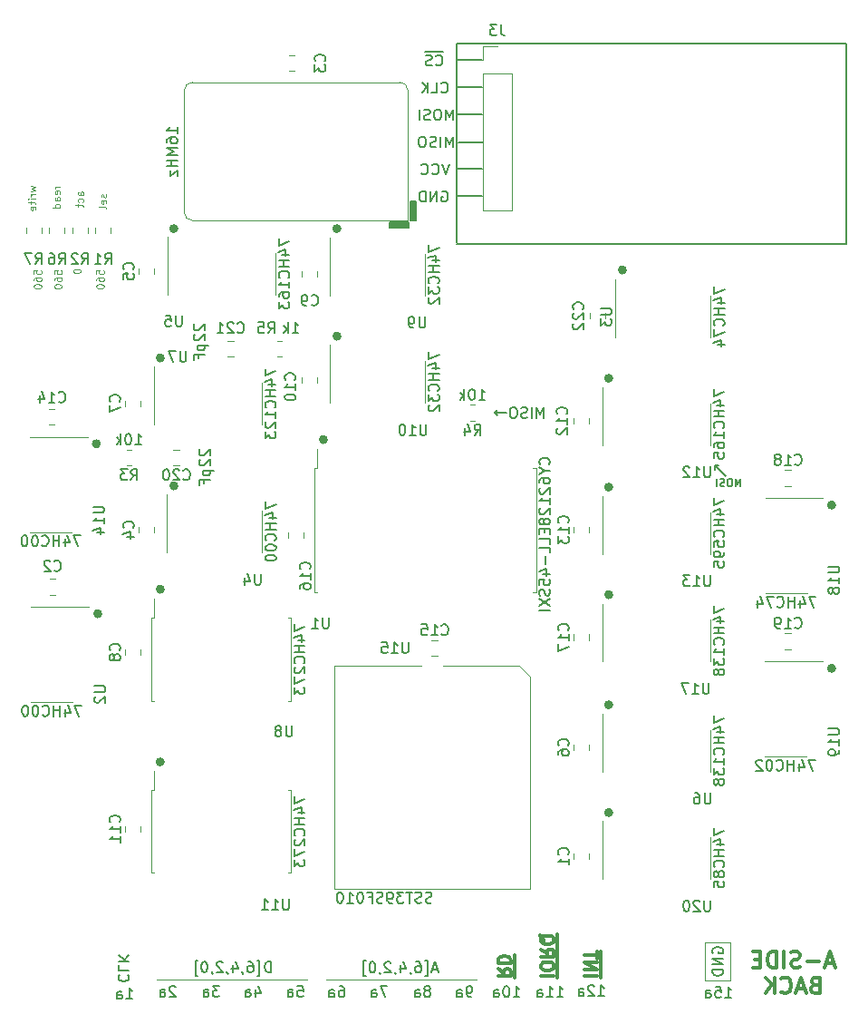
<source format=gbr>
%TF.GenerationSoftware,KiCad,Pcbnew,7.0.10*%
%TF.CreationDate,2024-04-26T11:26:37+02:00*%
%TF.ProjectId,port2-sdcard-interface,706f7274-322d-4736-9463-6172642d696e,rev3*%
%TF.SameCoordinates,Original*%
%TF.FileFunction,Legend,Bot*%
%TF.FilePolarity,Positive*%
%FSLAX46Y46*%
G04 Gerber Fmt 4.6, Leading zero omitted, Abs format (unit mm)*
G04 Created by KiCad (PCBNEW 7.0.10) date 2024-04-26 11:26:37*
%MOMM*%
%LPD*%
G01*
G04 APERTURE LIST*
%ADD10C,0.150000*%
%ADD11C,0.434210*%
%ADD12C,0.120000*%
%ADD13C,0.300000*%
%ADD14C,0.100000*%
G04 APERTURE END LIST*
D10*
X64878000Y-29831000D02*
X67164000Y-29831000D01*
X69450000Y-52564000D02*
X68307000Y-52564000D01*
D11*
X31313105Y-55485000D02*
G75*
G03*
X30878895Y-55485000I-217105J0D01*
G01*
X30878895Y-55485000D02*
G75*
G03*
X31313105Y-55485000I217105J0D01*
G01*
X100020105Y-76440000D02*
G75*
G03*
X99585895Y-76440000I-217105J0D01*
G01*
X99585895Y-76440000D02*
G75*
G03*
X100020105Y-76440000I217105J0D01*
G01*
D10*
X64878000Y-22211000D02*
X67164000Y-22211000D01*
D11*
X79192105Y-69560210D02*
G75*
G03*
X78757895Y-69560210I-217105J0D01*
G01*
X78757895Y-69560210D02*
G75*
G03*
X79192105Y-69560210I217105J0D01*
G01*
D10*
X89897000Y-58533000D02*
X88881000Y-57517000D01*
X88881000Y-57517000D02*
X88881000Y-57898000D01*
D11*
X37282105Y-85181210D02*
G75*
G03*
X36847895Y-85181210I-217105J0D01*
G01*
X36847895Y-85181210D02*
G75*
G03*
X37282105Y-85181210I217105J0D01*
G01*
X53792105Y-45430210D02*
G75*
G03*
X53357895Y-45430210I-217105J0D01*
G01*
X53357895Y-45430210D02*
G75*
G03*
X53792105Y-45430210I217105J0D01*
G01*
X79192105Y-59527210D02*
G75*
G03*
X78757895Y-59527210I-217105J0D01*
G01*
X78757895Y-59527210D02*
G75*
G03*
X79192105Y-59527210I217105J0D01*
G01*
X80462105Y-39250790D02*
G75*
G03*
X80027895Y-39250790I-217105J0D01*
G01*
X80027895Y-39250790D02*
G75*
G03*
X80462105Y-39250790I217105J0D01*
G01*
D10*
X58528000Y-34784000D02*
X60306000Y-34784000D01*
X60306000Y-35292000D01*
X58528000Y-35292000D01*
X58528000Y-34784000D01*
G36*
X58528000Y-34784000D02*
G01*
X60306000Y-34784000D01*
X60306000Y-35292000D01*
X58528000Y-35292000D01*
X58528000Y-34784000D01*
G37*
D11*
X38552105Y-35397210D02*
G75*
G03*
X38117895Y-35397210I-217105J0D01*
G01*
X38117895Y-35397210D02*
G75*
G03*
X38552105Y-35397210I217105J0D01*
G01*
D10*
X101200000Y-18147000D02*
X64751000Y-18147000D01*
X88881000Y-57517000D02*
X89262000Y-57517000D01*
X64878000Y-24751000D02*
X67164000Y-24751000D01*
D11*
X31440105Y-71338210D02*
G75*
G03*
X31005895Y-71338210I-217105J0D01*
G01*
X31005895Y-71338210D02*
G75*
G03*
X31440105Y-71338210I217105J0D01*
G01*
X100020105Y-61200000D02*
G75*
G03*
X99585895Y-61200000I-217105J0D01*
G01*
X99585895Y-61200000D02*
G75*
G03*
X100020105Y-61200000I217105J0D01*
G01*
X79192105Y-89902000D02*
G75*
G03*
X78757895Y-89902000I-217105J0D01*
G01*
X78757895Y-89902000D02*
G75*
G03*
X79192105Y-89902000I217105J0D01*
G01*
D12*
X90353100Y-102012600D02*
X90353100Y-105568600D01*
D10*
X68307000Y-52564000D02*
X68561000Y-52818000D01*
D11*
X52522105Y-55082210D02*
G75*
G03*
X52087895Y-55082210I-217105J0D01*
G01*
X52087895Y-55082210D02*
G75*
G03*
X52522105Y-55082210I217105J0D01*
G01*
D12*
X87940100Y-105568600D02*
X87940100Y-102012600D01*
X87940100Y-102012600D02*
X90353100Y-102012600D01*
D10*
X64945000Y-27321000D02*
X67231000Y-27321000D01*
D11*
X37282105Y-47462210D02*
G75*
G03*
X36847895Y-47462210I-217105J0D01*
G01*
X36847895Y-47462210D02*
G75*
G03*
X37282105Y-47462210I217105J0D01*
G01*
D12*
X66644500Y-105511800D02*
X52545200Y-105511800D01*
D10*
X101200000Y-36816000D02*
X101200000Y-18147000D01*
D11*
X38552105Y-59400210D02*
G75*
G03*
X38117895Y-59400210I-217105J0D01*
G01*
X38117895Y-59400210D02*
G75*
G03*
X38552105Y-59400210I217105J0D01*
G01*
D10*
X64751000Y-36816000D02*
X101200000Y-36816000D01*
X68307000Y-52564000D02*
X68561000Y-52310000D01*
D11*
X37282105Y-69052210D02*
G75*
G03*
X36847895Y-69052210I-217105J0D01*
G01*
X36847895Y-69052210D02*
G75*
G03*
X37282105Y-69052210I217105J0D01*
G01*
X53792105Y-35397210D02*
G75*
G03*
X53357895Y-35397210I-217105J0D01*
G01*
X53357895Y-35397210D02*
G75*
G03*
X53792105Y-35397210I217105J0D01*
G01*
D10*
X60433000Y-32879000D02*
X60941000Y-32879000D01*
X60941000Y-34657000D01*
X60433000Y-34657000D01*
X60433000Y-32879000D01*
G36*
X60433000Y-32879000D02*
G01*
X60941000Y-32879000D01*
X60941000Y-34657000D01*
X60433000Y-34657000D01*
X60433000Y-32879000D01*
G37*
D12*
X90353100Y-105568600D02*
X87940100Y-105568600D01*
D11*
X79192105Y-79847210D02*
G75*
G03*
X78757895Y-79847210I-217105J0D01*
G01*
X78757895Y-79847210D02*
G75*
G03*
X79192105Y-79847210I217105J0D01*
G01*
X79192105Y-49367210D02*
G75*
G03*
X78757895Y-49367210I-217105J0D01*
G01*
X78757895Y-49367210D02*
G75*
G03*
X79192105Y-49367210I217105J0D01*
G01*
D10*
X64751000Y-18147000D02*
X64751000Y-36689000D01*
D12*
X50830700Y-105499100D02*
X36733700Y-105499100D01*
D10*
X64878000Y-19671000D02*
X67164000Y-19671000D01*
X64878000Y-32371000D02*
X67164000Y-32371000D01*
X47393318Y-104810919D02*
X47393318Y-103810919D01*
X47393318Y-103810919D02*
X47155223Y-103810919D01*
X47155223Y-103810919D02*
X47012366Y-103858538D01*
X47012366Y-103858538D02*
X46917128Y-103953776D01*
X46917128Y-103953776D02*
X46869509Y-104049014D01*
X46869509Y-104049014D02*
X46821890Y-104239490D01*
X46821890Y-104239490D02*
X46821890Y-104382347D01*
X46821890Y-104382347D02*
X46869509Y-104572823D01*
X46869509Y-104572823D02*
X46917128Y-104668061D01*
X46917128Y-104668061D02*
X47012366Y-104763300D01*
X47012366Y-104763300D02*
X47155223Y-104810919D01*
X47155223Y-104810919D02*
X47393318Y-104810919D01*
X46107604Y-105144252D02*
X46345699Y-105144252D01*
X46345699Y-105144252D02*
X46345699Y-103715680D01*
X46345699Y-103715680D02*
X46107604Y-103715680D01*
X45298080Y-103810919D02*
X45488556Y-103810919D01*
X45488556Y-103810919D02*
X45583794Y-103858538D01*
X45583794Y-103858538D02*
X45631413Y-103906157D01*
X45631413Y-103906157D02*
X45726651Y-104049014D01*
X45726651Y-104049014D02*
X45774270Y-104239490D01*
X45774270Y-104239490D02*
X45774270Y-104620442D01*
X45774270Y-104620442D02*
X45726651Y-104715680D01*
X45726651Y-104715680D02*
X45679032Y-104763300D01*
X45679032Y-104763300D02*
X45583794Y-104810919D01*
X45583794Y-104810919D02*
X45393318Y-104810919D01*
X45393318Y-104810919D02*
X45298080Y-104763300D01*
X45298080Y-104763300D02*
X45250461Y-104715680D01*
X45250461Y-104715680D02*
X45202842Y-104620442D01*
X45202842Y-104620442D02*
X45202842Y-104382347D01*
X45202842Y-104382347D02*
X45250461Y-104287109D01*
X45250461Y-104287109D02*
X45298080Y-104239490D01*
X45298080Y-104239490D02*
X45393318Y-104191871D01*
X45393318Y-104191871D02*
X45583794Y-104191871D01*
X45583794Y-104191871D02*
X45679032Y-104239490D01*
X45679032Y-104239490D02*
X45726651Y-104287109D01*
X45726651Y-104287109D02*
X45774270Y-104382347D01*
X44726651Y-104763300D02*
X44726651Y-104810919D01*
X44726651Y-104810919D02*
X44774270Y-104906157D01*
X44774270Y-104906157D02*
X44821889Y-104953776D01*
X43869509Y-104144252D02*
X43869509Y-104810919D01*
X44107604Y-103763300D02*
X44345699Y-104477585D01*
X44345699Y-104477585D02*
X43726652Y-104477585D01*
X43298080Y-104763300D02*
X43298080Y-104810919D01*
X43298080Y-104810919D02*
X43345699Y-104906157D01*
X43345699Y-104906157D02*
X43393318Y-104953776D01*
X42917128Y-103906157D02*
X42869509Y-103858538D01*
X42869509Y-103858538D02*
X42774271Y-103810919D01*
X42774271Y-103810919D02*
X42536176Y-103810919D01*
X42536176Y-103810919D02*
X42440938Y-103858538D01*
X42440938Y-103858538D02*
X42393319Y-103906157D01*
X42393319Y-103906157D02*
X42345700Y-104001395D01*
X42345700Y-104001395D02*
X42345700Y-104096633D01*
X42345700Y-104096633D02*
X42393319Y-104239490D01*
X42393319Y-104239490D02*
X42964747Y-104810919D01*
X42964747Y-104810919D02*
X42345700Y-104810919D01*
X41869509Y-104763300D02*
X41869509Y-104810919D01*
X41869509Y-104810919D02*
X41917128Y-104906157D01*
X41917128Y-104906157D02*
X41964747Y-104953776D01*
X41250462Y-103810919D02*
X41155224Y-103810919D01*
X41155224Y-103810919D02*
X41059986Y-103858538D01*
X41059986Y-103858538D02*
X41012367Y-103906157D01*
X41012367Y-103906157D02*
X40964748Y-104001395D01*
X40964748Y-104001395D02*
X40917129Y-104191871D01*
X40917129Y-104191871D02*
X40917129Y-104429966D01*
X40917129Y-104429966D02*
X40964748Y-104620442D01*
X40964748Y-104620442D02*
X41012367Y-104715680D01*
X41012367Y-104715680D02*
X41059986Y-104763300D01*
X41059986Y-104763300D02*
X41155224Y-104810919D01*
X41155224Y-104810919D02*
X41250462Y-104810919D01*
X41250462Y-104810919D02*
X41345700Y-104763300D01*
X41345700Y-104763300D02*
X41393319Y-104715680D01*
X41393319Y-104715680D02*
X41440938Y-104620442D01*
X41440938Y-104620442D02*
X41488557Y-104429966D01*
X41488557Y-104429966D02*
X41488557Y-104191871D01*
X41488557Y-104191871D02*
X41440938Y-104001395D01*
X41440938Y-104001395D02*
X41393319Y-103906157D01*
X41393319Y-103906157D02*
X41345700Y-103858538D01*
X41345700Y-103858538D02*
X41250462Y-103810919D01*
X40583795Y-105144252D02*
X40345700Y-105144252D01*
X40345700Y-105144252D02*
X40345700Y-103715680D01*
X40345700Y-103715680D02*
X40583795Y-103715680D01*
X63334792Y-22620580D02*
X63382411Y-22668200D01*
X63382411Y-22668200D02*
X63525268Y-22715819D01*
X63525268Y-22715819D02*
X63620506Y-22715819D01*
X63620506Y-22715819D02*
X63763363Y-22668200D01*
X63763363Y-22668200D02*
X63858601Y-22572961D01*
X63858601Y-22572961D02*
X63906220Y-22477723D01*
X63906220Y-22477723D02*
X63953839Y-22287247D01*
X63953839Y-22287247D02*
X63953839Y-22144390D01*
X63953839Y-22144390D02*
X63906220Y-21953914D01*
X63906220Y-21953914D02*
X63858601Y-21858676D01*
X63858601Y-21858676D02*
X63763363Y-21763438D01*
X63763363Y-21763438D02*
X63620506Y-21715819D01*
X63620506Y-21715819D02*
X63525268Y-21715819D01*
X63525268Y-21715819D02*
X63382411Y-21763438D01*
X63382411Y-21763438D02*
X63334792Y-21811057D01*
X62430030Y-22715819D02*
X62906220Y-22715819D01*
X62906220Y-22715819D02*
X62906220Y-21715819D01*
X62096696Y-22715819D02*
X62096696Y-21715819D01*
X61525268Y-22715819D02*
X61953839Y-22144390D01*
X61525268Y-21715819D02*
X62096696Y-22287247D01*
D13*
X99995813Y-103944457D02*
X99281528Y-103944457D01*
X100138670Y-104373028D02*
X99638670Y-102873028D01*
X99638670Y-102873028D02*
X99138670Y-104373028D01*
X98638671Y-103801600D02*
X97495814Y-103801600D01*
X96852956Y-104301600D02*
X96638671Y-104373028D01*
X96638671Y-104373028D02*
X96281528Y-104373028D01*
X96281528Y-104373028D02*
X96138671Y-104301600D01*
X96138671Y-104301600D02*
X96067242Y-104230171D01*
X96067242Y-104230171D02*
X95995813Y-104087314D01*
X95995813Y-104087314D02*
X95995813Y-103944457D01*
X95995813Y-103944457D02*
X96067242Y-103801600D01*
X96067242Y-103801600D02*
X96138671Y-103730171D01*
X96138671Y-103730171D02*
X96281528Y-103658742D01*
X96281528Y-103658742D02*
X96567242Y-103587314D01*
X96567242Y-103587314D02*
X96710099Y-103515885D01*
X96710099Y-103515885D02*
X96781528Y-103444457D01*
X96781528Y-103444457D02*
X96852956Y-103301600D01*
X96852956Y-103301600D02*
X96852956Y-103158742D01*
X96852956Y-103158742D02*
X96781528Y-103015885D01*
X96781528Y-103015885D02*
X96710099Y-102944457D01*
X96710099Y-102944457D02*
X96567242Y-102873028D01*
X96567242Y-102873028D02*
X96210099Y-102873028D01*
X96210099Y-102873028D02*
X95995813Y-102944457D01*
X95352957Y-104373028D02*
X95352957Y-102873028D01*
X94638671Y-104373028D02*
X94638671Y-102873028D01*
X94638671Y-102873028D02*
X94281528Y-102873028D01*
X94281528Y-102873028D02*
X94067242Y-102944457D01*
X94067242Y-102944457D02*
X93924385Y-103087314D01*
X93924385Y-103087314D02*
X93852956Y-103230171D01*
X93852956Y-103230171D02*
X93781528Y-103515885D01*
X93781528Y-103515885D02*
X93781528Y-103730171D01*
X93781528Y-103730171D02*
X93852956Y-104015885D01*
X93852956Y-104015885D02*
X93924385Y-104158742D01*
X93924385Y-104158742D02*
X94067242Y-104301600D01*
X94067242Y-104301600D02*
X94281528Y-104373028D01*
X94281528Y-104373028D02*
X94638671Y-104373028D01*
X93138671Y-103587314D02*
X92638671Y-103587314D01*
X92424385Y-104373028D02*
X93138671Y-104373028D01*
X93138671Y-104373028D02*
X93138671Y-102873028D01*
X93138671Y-102873028D02*
X92424385Y-102873028D01*
X98245814Y-106002314D02*
X98031528Y-106073742D01*
X98031528Y-106073742D02*
X97960099Y-106145171D01*
X97960099Y-106145171D02*
X97888671Y-106288028D01*
X97888671Y-106288028D02*
X97888671Y-106502314D01*
X97888671Y-106502314D02*
X97960099Y-106645171D01*
X97960099Y-106645171D02*
X98031528Y-106716600D01*
X98031528Y-106716600D02*
X98174385Y-106788028D01*
X98174385Y-106788028D02*
X98745814Y-106788028D01*
X98745814Y-106788028D02*
X98745814Y-105288028D01*
X98745814Y-105288028D02*
X98245814Y-105288028D01*
X98245814Y-105288028D02*
X98102957Y-105359457D01*
X98102957Y-105359457D02*
X98031528Y-105430885D01*
X98031528Y-105430885D02*
X97960099Y-105573742D01*
X97960099Y-105573742D02*
X97960099Y-105716600D01*
X97960099Y-105716600D02*
X98031528Y-105859457D01*
X98031528Y-105859457D02*
X98102957Y-105930885D01*
X98102957Y-105930885D02*
X98245814Y-106002314D01*
X98245814Y-106002314D02*
X98745814Y-106002314D01*
X97317242Y-106359457D02*
X96602957Y-106359457D01*
X97460099Y-106788028D02*
X96960099Y-105288028D01*
X96960099Y-105288028D02*
X96460099Y-106788028D01*
X95102957Y-106645171D02*
X95174385Y-106716600D01*
X95174385Y-106716600D02*
X95388671Y-106788028D01*
X95388671Y-106788028D02*
X95531528Y-106788028D01*
X95531528Y-106788028D02*
X95745814Y-106716600D01*
X95745814Y-106716600D02*
X95888671Y-106573742D01*
X95888671Y-106573742D02*
X95960100Y-106430885D01*
X95960100Y-106430885D02*
X96031528Y-106145171D01*
X96031528Y-106145171D02*
X96031528Y-105930885D01*
X96031528Y-105930885D02*
X95960100Y-105645171D01*
X95960100Y-105645171D02*
X95888671Y-105502314D01*
X95888671Y-105502314D02*
X95745814Y-105359457D01*
X95745814Y-105359457D02*
X95531528Y-105288028D01*
X95531528Y-105288028D02*
X95388671Y-105288028D01*
X95388671Y-105288028D02*
X95174385Y-105359457D01*
X95174385Y-105359457D02*
X95102957Y-105430885D01*
X94460100Y-106788028D02*
X94460100Y-105288028D01*
X93602957Y-106788028D02*
X94245814Y-105930885D01*
X93602957Y-105288028D02*
X94460100Y-106145171D01*
D10*
X77978457Y-107033419D02*
X78549885Y-107033419D01*
X78264171Y-107033419D02*
X78264171Y-106033419D01*
X78264171Y-106033419D02*
X78359409Y-106176276D01*
X78359409Y-106176276D02*
X78454647Y-106271514D01*
X78454647Y-106271514D02*
X78549885Y-106319133D01*
X77597504Y-106128657D02*
X77549885Y-106081038D01*
X77549885Y-106081038D02*
X77454647Y-106033419D01*
X77454647Y-106033419D02*
X77216552Y-106033419D01*
X77216552Y-106033419D02*
X77121314Y-106081038D01*
X77121314Y-106081038D02*
X77073695Y-106128657D01*
X77073695Y-106128657D02*
X77026076Y-106223895D01*
X77026076Y-106223895D02*
X77026076Y-106319133D01*
X77026076Y-106319133D02*
X77073695Y-106461990D01*
X77073695Y-106461990D02*
X77645123Y-107033419D01*
X77645123Y-107033419D02*
X77026076Y-107033419D01*
X76168933Y-107033419D02*
X76168933Y-106509609D01*
X76168933Y-106509609D02*
X76216552Y-106414371D01*
X76216552Y-106414371D02*
X76311790Y-106366752D01*
X76311790Y-106366752D02*
X76502266Y-106366752D01*
X76502266Y-106366752D02*
X76597504Y-106414371D01*
X76168933Y-106985800D02*
X76264171Y-107033419D01*
X76264171Y-107033419D02*
X76502266Y-107033419D01*
X76502266Y-107033419D02*
X76597504Y-106985800D01*
X76597504Y-106985800D02*
X76645123Y-106890561D01*
X76645123Y-106890561D02*
X76645123Y-106795323D01*
X76645123Y-106795323D02*
X76597504Y-106700085D01*
X76597504Y-106700085D02*
X76502266Y-106652466D01*
X76502266Y-106652466D02*
X76264171Y-106652466D01*
X76264171Y-106652466D02*
X76168933Y-106604847D01*
X89852957Y-107160419D02*
X90424385Y-107160419D01*
X90138671Y-107160419D02*
X90138671Y-106160419D01*
X90138671Y-106160419D02*
X90233909Y-106303276D01*
X90233909Y-106303276D02*
X90329147Y-106398514D01*
X90329147Y-106398514D02*
X90424385Y-106446133D01*
X88948195Y-106160419D02*
X89424385Y-106160419D01*
X89424385Y-106160419D02*
X89472004Y-106636609D01*
X89472004Y-106636609D02*
X89424385Y-106588990D01*
X89424385Y-106588990D02*
X89329147Y-106541371D01*
X89329147Y-106541371D02*
X89091052Y-106541371D01*
X89091052Y-106541371D02*
X88995814Y-106588990D01*
X88995814Y-106588990D02*
X88948195Y-106636609D01*
X88948195Y-106636609D02*
X88900576Y-106731847D01*
X88900576Y-106731847D02*
X88900576Y-106969942D01*
X88900576Y-106969942D02*
X88948195Y-107065180D01*
X88948195Y-107065180D02*
X88995814Y-107112800D01*
X88995814Y-107112800D02*
X89091052Y-107160419D01*
X89091052Y-107160419D02*
X89329147Y-107160419D01*
X89329147Y-107160419D02*
X89424385Y-107112800D01*
X89424385Y-107112800D02*
X89472004Y-107065180D01*
X88043433Y-107160419D02*
X88043433Y-106636609D01*
X88043433Y-106636609D02*
X88091052Y-106541371D01*
X88091052Y-106541371D02*
X88186290Y-106493752D01*
X88186290Y-106493752D02*
X88376766Y-106493752D01*
X88376766Y-106493752D02*
X88472004Y-106541371D01*
X88043433Y-107112800D02*
X88138671Y-107160419D01*
X88138671Y-107160419D02*
X88376766Y-107160419D01*
X88376766Y-107160419D02*
X88472004Y-107112800D01*
X88472004Y-107112800D02*
X88519623Y-107017561D01*
X88519623Y-107017561D02*
X88519623Y-106922323D01*
X88519623Y-106922323D02*
X88472004Y-106827085D01*
X88472004Y-106827085D02*
X88376766Y-106779466D01*
X88376766Y-106779466D02*
X88138671Y-106779466D01*
X88138671Y-106779466D02*
X88043433Y-106731847D01*
X62980108Y-104550604D02*
X62503918Y-104550604D01*
X63075346Y-104836319D02*
X62742013Y-103836319D01*
X62742013Y-103836319D02*
X62408680Y-104836319D01*
X61789632Y-105169652D02*
X62027727Y-105169652D01*
X62027727Y-105169652D02*
X62027727Y-103741080D01*
X62027727Y-103741080D02*
X61789632Y-103741080D01*
X60980108Y-103836319D02*
X61170584Y-103836319D01*
X61170584Y-103836319D02*
X61265822Y-103883938D01*
X61265822Y-103883938D02*
X61313441Y-103931557D01*
X61313441Y-103931557D02*
X61408679Y-104074414D01*
X61408679Y-104074414D02*
X61456298Y-104264890D01*
X61456298Y-104264890D02*
X61456298Y-104645842D01*
X61456298Y-104645842D02*
X61408679Y-104741080D01*
X61408679Y-104741080D02*
X61361060Y-104788700D01*
X61361060Y-104788700D02*
X61265822Y-104836319D01*
X61265822Y-104836319D02*
X61075346Y-104836319D01*
X61075346Y-104836319D02*
X60980108Y-104788700D01*
X60980108Y-104788700D02*
X60932489Y-104741080D01*
X60932489Y-104741080D02*
X60884870Y-104645842D01*
X60884870Y-104645842D02*
X60884870Y-104407747D01*
X60884870Y-104407747D02*
X60932489Y-104312509D01*
X60932489Y-104312509D02*
X60980108Y-104264890D01*
X60980108Y-104264890D02*
X61075346Y-104217271D01*
X61075346Y-104217271D02*
X61265822Y-104217271D01*
X61265822Y-104217271D02*
X61361060Y-104264890D01*
X61361060Y-104264890D02*
X61408679Y-104312509D01*
X61408679Y-104312509D02*
X61456298Y-104407747D01*
X60408679Y-104788700D02*
X60408679Y-104836319D01*
X60408679Y-104836319D02*
X60456298Y-104931557D01*
X60456298Y-104931557D02*
X60503917Y-104979176D01*
X59551537Y-104169652D02*
X59551537Y-104836319D01*
X59789632Y-103788700D02*
X60027727Y-104502985D01*
X60027727Y-104502985D02*
X59408680Y-104502985D01*
X58980108Y-104788700D02*
X58980108Y-104836319D01*
X58980108Y-104836319D02*
X59027727Y-104931557D01*
X59027727Y-104931557D02*
X59075346Y-104979176D01*
X58599156Y-103931557D02*
X58551537Y-103883938D01*
X58551537Y-103883938D02*
X58456299Y-103836319D01*
X58456299Y-103836319D02*
X58218204Y-103836319D01*
X58218204Y-103836319D02*
X58122966Y-103883938D01*
X58122966Y-103883938D02*
X58075347Y-103931557D01*
X58075347Y-103931557D02*
X58027728Y-104026795D01*
X58027728Y-104026795D02*
X58027728Y-104122033D01*
X58027728Y-104122033D02*
X58075347Y-104264890D01*
X58075347Y-104264890D02*
X58646775Y-104836319D01*
X58646775Y-104836319D02*
X58027728Y-104836319D01*
X57551537Y-104788700D02*
X57551537Y-104836319D01*
X57551537Y-104836319D02*
X57599156Y-104931557D01*
X57599156Y-104931557D02*
X57646775Y-104979176D01*
X56932490Y-103836319D02*
X56837252Y-103836319D01*
X56837252Y-103836319D02*
X56742014Y-103883938D01*
X56742014Y-103883938D02*
X56694395Y-103931557D01*
X56694395Y-103931557D02*
X56646776Y-104026795D01*
X56646776Y-104026795D02*
X56599157Y-104217271D01*
X56599157Y-104217271D02*
X56599157Y-104455366D01*
X56599157Y-104455366D02*
X56646776Y-104645842D01*
X56646776Y-104645842D02*
X56694395Y-104741080D01*
X56694395Y-104741080D02*
X56742014Y-104788700D01*
X56742014Y-104788700D02*
X56837252Y-104836319D01*
X56837252Y-104836319D02*
X56932490Y-104836319D01*
X56932490Y-104836319D02*
X57027728Y-104788700D01*
X57027728Y-104788700D02*
X57075347Y-104741080D01*
X57075347Y-104741080D02*
X57122966Y-104645842D01*
X57122966Y-104645842D02*
X57170585Y-104455366D01*
X57170585Y-104455366D02*
X57170585Y-104217271D01*
X57170585Y-104217271D02*
X57122966Y-104026795D01*
X57122966Y-104026795D02*
X57075347Y-103931557D01*
X57075347Y-103931557D02*
X57027728Y-103883938D01*
X57027728Y-103883938D02*
X56932490Y-103836319D01*
X56265823Y-105169652D02*
X56027728Y-105169652D01*
X56027728Y-105169652D02*
X56027728Y-103741080D01*
X56027728Y-103741080D02*
X56265823Y-103741080D01*
X74143057Y-107109619D02*
X74714485Y-107109619D01*
X74428771Y-107109619D02*
X74428771Y-106109619D01*
X74428771Y-106109619D02*
X74524009Y-106252476D01*
X74524009Y-106252476D02*
X74619247Y-106347714D01*
X74619247Y-106347714D02*
X74714485Y-106395333D01*
X73190676Y-107109619D02*
X73762104Y-107109619D01*
X73476390Y-107109619D02*
X73476390Y-106109619D01*
X73476390Y-106109619D02*
X73571628Y-106252476D01*
X73571628Y-106252476D02*
X73666866Y-106347714D01*
X73666866Y-106347714D02*
X73762104Y-106395333D01*
X72333533Y-107109619D02*
X72333533Y-106585809D01*
X72333533Y-106585809D02*
X72381152Y-106490571D01*
X72381152Y-106490571D02*
X72476390Y-106442952D01*
X72476390Y-106442952D02*
X72666866Y-106442952D01*
X72666866Y-106442952D02*
X72762104Y-106490571D01*
X72333533Y-107062000D02*
X72428771Y-107109619D01*
X72428771Y-107109619D02*
X72666866Y-107109619D01*
X72666866Y-107109619D02*
X72762104Y-107062000D01*
X72762104Y-107062000D02*
X72809723Y-106966761D01*
X72809723Y-106966761D02*
X72809723Y-106871523D01*
X72809723Y-106871523D02*
X72762104Y-106776285D01*
X72762104Y-106776285D02*
X72666866Y-106728666D01*
X72666866Y-106728666D02*
X72428771Y-106728666D01*
X72428771Y-106728666D02*
X72333533Y-106681047D01*
X49901985Y-106096919D02*
X50378175Y-106096919D01*
X50378175Y-106096919D02*
X50425794Y-106573109D01*
X50425794Y-106573109D02*
X50378175Y-106525490D01*
X50378175Y-106525490D02*
X50282937Y-106477871D01*
X50282937Y-106477871D02*
X50044842Y-106477871D01*
X50044842Y-106477871D02*
X49949604Y-106525490D01*
X49949604Y-106525490D02*
X49901985Y-106573109D01*
X49901985Y-106573109D02*
X49854366Y-106668347D01*
X49854366Y-106668347D02*
X49854366Y-106906442D01*
X49854366Y-106906442D02*
X49901985Y-107001680D01*
X49901985Y-107001680D02*
X49949604Y-107049300D01*
X49949604Y-107049300D02*
X50044842Y-107096919D01*
X50044842Y-107096919D02*
X50282937Y-107096919D01*
X50282937Y-107096919D02*
X50378175Y-107049300D01*
X50378175Y-107049300D02*
X50425794Y-107001680D01*
X48997223Y-107096919D02*
X48997223Y-106573109D01*
X48997223Y-106573109D02*
X49044842Y-106477871D01*
X49044842Y-106477871D02*
X49140080Y-106430252D01*
X49140080Y-106430252D02*
X49330556Y-106430252D01*
X49330556Y-106430252D02*
X49425794Y-106477871D01*
X48997223Y-107049300D02*
X49092461Y-107096919D01*
X49092461Y-107096919D02*
X49330556Y-107096919D01*
X49330556Y-107096919D02*
X49425794Y-107049300D01*
X49425794Y-107049300D02*
X49473413Y-106954061D01*
X49473413Y-106954061D02*
X49473413Y-106858823D01*
X49473413Y-106858823D02*
X49425794Y-106763585D01*
X49425794Y-106763585D02*
X49330556Y-106715966D01*
X49330556Y-106715966D02*
X49092461Y-106715966D01*
X49092461Y-106715966D02*
X48997223Y-106668347D01*
D14*
X29862133Y-32268455D02*
X29495466Y-32268455D01*
X29495466Y-32268455D02*
X29428800Y-32235122D01*
X29428800Y-32235122D02*
X29395466Y-32168455D01*
X29395466Y-32168455D02*
X29395466Y-32035122D01*
X29395466Y-32035122D02*
X29428800Y-31968455D01*
X29828800Y-32268455D02*
X29862133Y-32201789D01*
X29862133Y-32201789D02*
X29862133Y-32035122D01*
X29862133Y-32035122D02*
X29828800Y-31968455D01*
X29828800Y-31968455D02*
X29762133Y-31935122D01*
X29762133Y-31935122D02*
X29695466Y-31935122D01*
X29695466Y-31935122D02*
X29628800Y-31968455D01*
X29628800Y-31968455D02*
X29595466Y-32035122D01*
X29595466Y-32035122D02*
X29595466Y-32201789D01*
X29595466Y-32201789D02*
X29562133Y-32268455D01*
X29828800Y-32901788D02*
X29862133Y-32835122D01*
X29862133Y-32835122D02*
X29862133Y-32701788D01*
X29862133Y-32701788D02*
X29828800Y-32635122D01*
X29828800Y-32635122D02*
X29795466Y-32601788D01*
X29795466Y-32601788D02*
X29728800Y-32568455D01*
X29728800Y-32568455D02*
X29528800Y-32568455D01*
X29528800Y-32568455D02*
X29462133Y-32601788D01*
X29462133Y-32601788D02*
X29428800Y-32635122D01*
X29428800Y-32635122D02*
X29395466Y-32701788D01*
X29395466Y-32701788D02*
X29395466Y-32835122D01*
X29395466Y-32835122D02*
X29428800Y-32901788D01*
X29395466Y-33101788D02*
X29395466Y-33368455D01*
X29162133Y-33201788D02*
X29762133Y-33201788D01*
X29762133Y-33201788D02*
X29828800Y-33235122D01*
X29828800Y-33235122D02*
X29862133Y-33301788D01*
X29862133Y-33301788D02*
X29862133Y-33368455D01*
D10*
X64414220Y-27795819D02*
X64414220Y-26795819D01*
X64414220Y-26795819D02*
X64080887Y-27510104D01*
X64080887Y-27510104D02*
X63747554Y-26795819D01*
X63747554Y-26795819D02*
X63747554Y-27795819D01*
X63271363Y-27795819D02*
X63271363Y-26795819D01*
X62842792Y-27748200D02*
X62699935Y-27795819D01*
X62699935Y-27795819D02*
X62461840Y-27795819D01*
X62461840Y-27795819D02*
X62366602Y-27748200D01*
X62366602Y-27748200D02*
X62318983Y-27700580D01*
X62318983Y-27700580D02*
X62271364Y-27605342D01*
X62271364Y-27605342D02*
X62271364Y-27510104D01*
X62271364Y-27510104D02*
X62318983Y-27414866D01*
X62318983Y-27414866D02*
X62366602Y-27367247D01*
X62366602Y-27367247D02*
X62461840Y-27319628D01*
X62461840Y-27319628D02*
X62652316Y-27272009D01*
X62652316Y-27272009D02*
X62747554Y-27224390D01*
X62747554Y-27224390D02*
X62795173Y-27176771D01*
X62795173Y-27176771D02*
X62842792Y-27081533D01*
X62842792Y-27081533D02*
X62842792Y-26986295D01*
X62842792Y-26986295D02*
X62795173Y-26891057D01*
X62795173Y-26891057D02*
X62747554Y-26843438D01*
X62747554Y-26843438D02*
X62652316Y-26795819D01*
X62652316Y-26795819D02*
X62414221Y-26795819D01*
X62414221Y-26795819D02*
X62271364Y-26843438D01*
X61652316Y-26795819D02*
X61461840Y-26795819D01*
X61461840Y-26795819D02*
X61366602Y-26843438D01*
X61366602Y-26843438D02*
X61271364Y-26938676D01*
X61271364Y-26938676D02*
X61223745Y-27129152D01*
X61223745Y-27129152D02*
X61223745Y-27462485D01*
X61223745Y-27462485D02*
X61271364Y-27652961D01*
X61271364Y-27652961D02*
X61366602Y-27748200D01*
X61366602Y-27748200D02*
X61461840Y-27795819D01*
X61461840Y-27795819D02*
X61652316Y-27795819D01*
X61652316Y-27795819D02*
X61747554Y-27748200D01*
X61747554Y-27748200D02*
X61842792Y-27652961D01*
X61842792Y-27652961D02*
X61890411Y-27462485D01*
X61890411Y-27462485D02*
X61890411Y-27129152D01*
X61890411Y-27129152D02*
X61842792Y-26938676D01*
X61842792Y-26938676D02*
X61747554Y-26843438D01*
X61747554Y-26843438D02*
X61652316Y-26795819D01*
X53823104Y-106109619D02*
X54013580Y-106109619D01*
X54013580Y-106109619D02*
X54108818Y-106157238D01*
X54108818Y-106157238D02*
X54156437Y-106204857D01*
X54156437Y-106204857D02*
X54251675Y-106347714D01*
X54251675Y-106347714D02*
X54299294Y-106538190D01*
X54299294Y-106538190D02*
X54299294Y-106919142D01*
X54299294Y-106919142D02*
X54251675Y-107014380D01*
X54251675Y-107014380D02*
X54204056Y-107062000D01*
X54204056Y-107062000D02*
X54108818Y-107109619D01*
X54108818Y-107109619D02*
X53918342Y-107109619D01*
X53918342Y-107109619D02*
X53823104Y-107062000D01*
X53823104Y-107062000D02*
X53775485Y-107014380D01*
X53775485Y-107014380D02*
X53727866Y-106919142D01*
X53727866Y-106919142D02*
X53727866Y-106681047D01*
X53727866Y-106681047D02*
X53775485Y-106585809D01*
X53775485Y-106585809D02*
X53823104Y-106538190D01*
X53823104Y-106538190D02*
X53918342Y-106490571D01*
X53918342Y-106490571D02*
X54108818Y-106490571D01*
X54108818Y-106490571D02*
X54204056Y-106538190D01*
X54204056Y-106538190D02*
X54251675Y-106585809D01*
X54251675Y-106585809D02*
X54299294Y-106681047D01*
X52870723Y-107109619D02*
X52870723Y-106585809D01*
X52870723Y-106585809D02*
X52918342Y-106490571D01*
X52918342Y-106490571D02*
X53013580Y-106442952D01*
X53013580Y-106442952D02*
X53204056Y-106442952D01*
X53204056Y-106442952D02*
X53299294Y-106490571D01*
X52870723Y-107062000D02*
X52965961Y-107109619D01*
X52965961Y-107109619D02*
X53204056Y-107109619D01*
X53204056Y-107109619D02*
X53299294Y-107062000D01*
X53299294Y-107062000D02*
X53346913Y-106966761D01*
X53346913Y-106966761D02*
X53346913Y-106871523D01*
X53346913Y-106871523D02*
X53299294Y-106776285D01*
X53299294Y-106776285D02*
X53204056Y-106728666D01*
X53204056Y-106728666D02*
X52965961Y-106728666D01*
X52965961Y-106728666D02*
X52870723Y-106681047D01*
X91282649Y-59455533D02*
X91282649Y-58755533D01*
X91282649Y-58755533D02*
X91049316Y-59255533D01*
X91049316Y-59255533D02*
X90815982Y-58755533D01*
X90815982Y-58755533D02*
X90815982Y-59455533D01*
X90349316Y-58755533D02*
X90215982Y-58755533D01*
X90215982Y-58755533D02*
X90149316Y-58788866D01*
X90149316Y-58788866D02*
X90082649Y-58855533D01*
X90082649Y-58855533D02*
X90049316Y-58988866D01*
X90049316Y-58988866D02*
X90049316Y-59222200D01*
X90049316Y-59222200D02*
X90082649Y-59355533D01*
X90082649Y-59355533D02*
X90149316Y-59422200D01*
X90149316Y-59422200D02*
X90215982Y-59455533D01*
X90215982Y-59455533D02*
X90349316Y-59455533D01*
X90349316Y-59455533D02*
X90415982Y-59422200D01*
X90415982Y-59422200D02*
X90482649Y-59355533D01*
X90482649Y-59355533D02*
X90515982Y-59222200D01*
X90515982Y-59222200D02*
X90515982Y-58988866D01*
X90515982Y-58988866D02*
X90482649Y-58855533D01*
X90482649Y-58855533D02*
X90415982Y-58788866D01*
X90415982Y-58788866D02*
X90349316Y-58755533D01*
X89782649Y-59422200D02*
X89682649Y-59455533D01*
X89682649Y-59455533D02*
X89515983Y-59455533D01*
X89515983Y-59455533D02*
X89449316Y-59422200D01*
X89449316Y-59422200D02*
X89415983Y-59388866D01*
X89415983Y-59388866D02*
X89382649Y-59322200D01*
X89382649Y-59322200D02*
X89382649Y-59255533D01*
X89382649Y-59255533D02*
X89415983Y-59188866D01*
X89415983Y-59188866D02*
X89449316Y-59155533D01*
X89449316Y-59155533D02*
X89515983Y-59122200D01*
X89515983Y-59122200D02*
X89649316Y-59088866D01*
X89649316Y-59088866D02*
X89715983Y-59055533D01*
X89715983Y-59055533D02*
X89749316Y-59022200D01*
X89749316Y-59022200D02*
X89782649Y-58955533D01*
X89782649Y-58955533D02*
X89782649Y-58888866D01*
X89782649Y-58888866D02*
X89749316Y-58822200D01*
X89749316Y-58822200D02*
X89715983Y-58788866D01*
X89715983Y-58788866D02*
X89649316Y-58755533D01*
X89649316Y-58755533D02*
X89482649Y-58755533D01*
X89482649Y-58755533D02*
X89382649Y-58788866D01*
X89082649Y-59455533D02*
X89082649Y-58755533D01*
X33254219Y-105034838D02*
X33206600Y-105082457D01*
X33206600Y-105082457D02*
X33158980Y-105225314D01*
X33158980Y-105225314D02*
X33158980Y-105320552D01*
X33158980Y-105320552D02*
X33206600Y-105463409D01*
X33206600Y-105463409D02*
X33301838Y-105558647D01*
X33301838Y-105558647D02*
X33397076Y-105606266D01*
X33397076Y-105606266D02*
X33587552Y-105653885D01*
X33587552Y-105653885D02*
X33730409Y-105653885D01*
X33730409Y-105653885D02*
X33920885Y-105606266D01*
X33920885Y-105606266D02*
X34016123Y-105558647D01*
X34016123Y-105558647D02*
X34111361Y-105463409D01*
X34111361Y-105463409D02*
X34158980Y-105320552D01*
X34158980Y-105320552D02*
X34158980Y-105225314D01*
X34158980Y-105225314D02*
X34111361Y-105082457D01*
X34111361Y-105082457D02*
X34063742Y-105034838D01*
X33158980Y-104130076D02*
X33158980Y-104606266D01*
X33158980Y-104606266D02*
X34158980Y-104606266D01*
X33158980Y-103796742D02*
X34158980Y-103796742D01*
X33158980Y-103225314D02*
X33730409Y-103653885D01*
X34158980Y-103225314D02*
X33587552Y-103796742D01*
X63382411Y-31923438D02*
X63477649Y-31875819D01*
X63477649Y-31875819D02*
X63620506Y-31875819D01*
X63620506Y-31875819D02*
X63763363Y-31923438D01*
X63763363Y-31923438D02*
X63858601Y-32018676D01*
X63858601Y-32018676D02*
X63906220Y-32113914D01*
X63906220Y-32113914D02*
X63953839Y-32304390D01*
X63953839Y-32304390D02*
X63953839Y-32447247D01*
X63953839Y-32447247D02*
X63906220Y-32637723D01*
X63906220Y-32637723D02*
X63858601Y-32732961D01*
X63858601Y-32732961D02*
X63763363Y-32828200D01*
X63763363Y-32828200D02*
X63620506Y-32875819D01*
X63620506Y-32875819D02*
X63525268Y-32875819D01*
X63525268Y-32875819D02*
X63382411Y-32828200D01*
X63382411Y-32828200D02*
X63334792Y-32780580D01*
X63334792Y-32780580D02*
X63334792Y-32447247D01*
X63334792Y-32447247D02*
X63525268Y-32447247D01*
X62906220Y-32875819D02*
X62906220Y-31875819D01*
X62906220Y-31875819D02*
X62334792Y-32875819D01*
X62334792Y-32875819D02*
X62334792Y-31875819D01*
X61858601Y-32875819D02*
X61858601Y-31875819D01*
X61858601Y-31875819D02*
X61620506Y-31875819D01*
X61620506Y-31875819D02*
X61477649Y-31923438D01*
X61477649Y-31923438D02*
X61382411Y-32018676D01*
X61382411Y-32018676D02*
X61334792Y-32113914D01*
X61334792Y-32113914D02*
X61287173Y-32304390D01*
X61287173Y-32304390D02*
X61287173Y-32447247D01*
X61287173Y-32447247D02*
X61334792Y-32637723D01*
X61334792Y-32637723D02*
X61382411Y-32732961D01*
X61382411Y-32732961D02*
X61477649Y-32828200D01*
X61477649Y-32828200D02*
X61620506Y-32875819D01*
X61620506Y-32875819D02*
X61858601Y-32875819D01*
D14*
X31987800Y-32189122D02*
X32021133Y-32255789D01*
X32021133Y-32255789D02*
X32021133Y-32389122D01*
X32021133Y-32389122D02*
X31987800Y-32455789D01*
X31987800Y-32455789D02*
X31921133Y-32489122D01*
X31921133Y-32489122D02*
X31887800Y-32489122D01*
X31887800Y-32489122D02*
X31821133Y-32455789D01*
X31821133Y-32455789D02*
X31787800Y-32389122D01*
X31787800Y-32389122D02*
X31787800Y-32289122D01*
X31787800Y-32289122D02*
X31754466Y-32222455D01*
X31754466Y-32222455D02*
X31687800Y-32189122D01*
X31687800Y-32189122D02*
X31654466Y-32189122D01*
X31654466Y-32189122D02*
X31587800Y-32222455D01*
X31587800Y-32222455D02*
X31554466Y-32289122D01*
X31554466Y-32289122D02*
X31554466Y-32389122D01*
X31554466Y-32389122D02*
X31587800Y-32455789D01*
X31987800Y-33055789D02*
X32021133Y-32989122D01*
X32021133Y-32989122D02*
X32021133Y-32855789D01*
X32021133Y-32855789D02*
X31987800Y-32789122D01*
X31987800Y-32789122D02*
X31921133Y-32755789D01*
X31921133Y-32755789D02*
X31654466Y-32755789D01*
X31654466Y-32755789D02*
X31587800Y-32789122D01*
X31587800Y-32789122D02*
X31554466Y-32855789D01*
X31554466Y-32855789D02*
X31554466Y-32989122D01*
X31554466Y-32989122D02*
X31587800Y-33055789D01*
X31587800Y-33055789D02*
X31654466Y-33089122D01*
X31654466Y-33089122D02*
X31721133Y-33089122D01*
X31721133Y-33089122D02*
X31787800Y-32755789D01*
X32021133Y-33489122D02*
X31987800Y-33422456D01*
X31987800Y-33422456D02*
X31921133Y-33389122D01*
X31921133Y-33389122D02*
X31321133Y-33389122D01*
X27703133Y-31460455D02*
X27236466Y-31460455D01*
X27369800Y-31460455D02*
X27303133Y-31493789D01*
X27303133Y-31493789D02*
X27269800Y-31527122D01*
X27269800Y-31527122D02*
X27236466Y-31593789D01*
X27236466Y-31593789D02*
X27236466Y-31660455D01*
X27669800Y-32160455D02*
X27703133Y-32093788D01*
X27703133Y-32093788D02*
X27703133Y-31960455D01*
X27703133Y-31960455D02*
X27669800Y-31893788D01*
X27669800Y-31893788D02*
X27603133Y-31860455D01*
X27603133Y-31860455D02*
X27336466Y-31860455D01*
X27336466Y-31860455D02*
X27269800Y-31893788D01*
X27269800Y-31893788D02*
X27236466Y-31960455D01*
X27236466Y-31960455D02*
X27236466Y-32093788D01*
X27236466Y-32093788D02*
X27269800Y-32160455D01*
X27269800Y-32160455D02*
X27336466Y-32193788D01*
X27336466Y-32193788D02*
X27403133Y-32193788D01*
X27403133Y-32193788D02*
X27469800Y-31860455D01*
X27703133Y-32793788D02*
X27336466Y-32793788D01*
X27336466Y-32793788D02*
X27269800Y-32760455D01*
X27269800Y-32760455D02*
X27236466Y-32693788D01*
X27236466Y-32693788D02*
X27236466Y-32560455D01*
X27236466Y-32560455D02*
X27269800Y-32493788D01*
X27669800Y-32793788D02*
X27703133Y-32727122D01*
X27703133Y-32727122D02*
X27703133Y-32560455D01*
X27703133Y-32560455D02*
X27669800Y-32493788D01*
X27669800Y-32493788D02*
X27603133Y-32460455D01*
X27603133Y-32460455D02*
X27536466Y-32460455D01*
X27536466Y-32460455D02*
X27469800Y-32493788D01*
X27469800Y-32493788D02*
X27436466Y-32560455D01*
X27436466Y-32560455D02*
X27436466Y-32727122D01*
X27436466Y-32727122D02*
X27403133Y-32793788D01*
X27703133Y-33427121D02*
X27003133Y-33427121D01*
X27669800Y-33427121D02*
X27703133Y-33360455D01*
X27703133Y-33360455D02*
X27703133Y-33227121D01*
X27703133Y-33227121D02*
X27669800Y-33160455D01*
X27669800Y-33160455D02*
X27636466Y-33127121D01*
X27636466Y-33127121D02*
X27569800Y-33093788D01*
X27569800Y-33093788D02*
X27369800Y-33093788D01*
X27369800Y-33093788D02*
X27303133Y-33127121D01*
X27303133Y-33127121D02*
X27269800Y-33160455D01*
X27269800Y-33160455D02*
X27236466Y-33227121D01*
X27236466Y-33227121D02*
X27236466Y-33360455D01*
X27236466Y-33360455D02*
X27269800Y-33427121D01*
D10*
X38487794Y-106192157D02*
X38440175Y-106144538D01*
X38440175Y-106144538D02*
X38344937Y-106096919D01*
X38344937Y-106096919D02*
X38106842Y-106096919D01*
X38106842Y-106096919D02*
X38011604Y-106144538D01*
X38011604Y-106144538D02*
X37963985Y-106192157D01*
X37963985Y-106192157D02*
X37916366Y-106287395D01*
X37916366Y-106287395D02*
X37916366Y-106382633D01*
X37916366Y-106382633D02*
X37963985Y-106525490D01*
X37963985Y-106525490D02*
X38535413Y-107096919D01*
X38535413Y-107096919D02*
X37916366Y-107096919D01*
X37059223Y-107096919D02*
X37059223Y-106573109D01*
X37059223Y-106573109D02*
X37106842Y-106477871D01*
X37106842Y-106477871D02*
X37202080Y-106430252D01*
X37202080Y-106430252D02*
X37392556Y-106430252D01*
X37392556Y-106430252D02*
X37487794Y-106477871D01*
X37059223Y-107049300D02*
X37154461Y-107096919D01*
X37154461Y-107096919D02*
X37392556Y-107096919D01*
X37392556Y-107096919D02*
X37487794Y-107049300D01*
X37487794Y-107049300D02*
X37535413Y-106954061D01*
X37535413Y-106954061D02*
X37535413Y-106858823D01*
X37535413Y-106858823D02*
X37487794Y-106763585D01*
X37487794Y-106763585D02*
X37392556Y-106715966D01*
X37392556Y-106715966D02*
X37154461Y-106715966D01*
X37154461Y-106715966D02*
X37059223Y-106668347D01*
D13*
X72644307Y-105171842D02*
X73844307Y-105171842D01*
X73844307Y-104371842D02*
X73844307Y-104143270D01*
X73844307Y-104143270D02*
X73787164Y-104028985D01*
X73787164Y-104028985D02*
X73672878Y-103914699D01*
X73672878Y-103914699D02*
X73444307Y-103857556D01*
X73444307Y-103857556D02*
X73044307Y-103857556D01*
X73044307Y-103857556D02*
X72815735Y-103914699D01*
X72815735Y-103914699D02*
X72701450Y-104028985D01*
X72701450Y-104028985D02*
X72644307Y-104143270D01*
X72644307Y-104143270D02*
X72644307Y-104371842D01*
X72644307Y-104371842D02*
X72701450Y-104486128D01*
X72701450Y-104486128D02*
X72815735Y-104600413D01*
X72815735Y-104600413D02*
X73044307Y-104657556D01*
X73044307Y-104657556D02*
X73444307Y-104657556D01*
X73444307Y-104657556D02*
X73672878Y-104600413D01*
X73672878Y-104600413D02*
X73787164Y-104486128D01*
X73787164Y-104486128D02*
X73844307Y-104371842D01*
X72644307Y-102657556D02*
X73215735Y-103057556D01*
X72644307Y-103343270D02*
X73844307Y-103343270D01*
X73844307Y-103343270D02*
X73844307Y-102886127D01*
X73844307Y-102886127D02*
X73787164Y-102771842D01*
X73787164Y-102771842D02*
X73730021Y-102714699D01*
X73730021Y-102714699D02*
X73615735Y-102657556D01*
X73615735Y-102657556D02*
X73444307Y-102657556D01*
X73444307Y-102657556D02*
X73330021Y-102714699D01*
X73330021Y-102714699D02*
X73272878Y-102771842D01*
X73272878Y-102771842D02*
X73215735Y-102886127D01*
X73215735Y-102886127D02*
X73215735Y-103343270D01*
X72530021Y-101343270D02*
X72587164Y-101457556D01*
X72587164Y-101457556D02*
X72701450Y-101571842D01*
X72701450Y-101571842D02*
X72872878Y-101743270D01*
X72872878Y-101743270D02*
X72930021Y-101857556D01*
X72930021Y-101857556D02*
X72930021Y-101971842D01*
X72644307Y-101914699D02*
X72701450Y-102028985D01*
X72701450Y-102028985D02*
X72815735Y-102143270D01*
X72815735Y-102143270D02*
X73044307Y-102200413D01*
X73044307Y-102200413D02*
X73444307Y-102200413D01*
X73444307Y-102200413D02*
X73672878Y-102143270D01*
X73672878Y-102143270D02*
X73787164Y-102028985D01*
X73787164Y-102028985D02*
X73844307Y-101914699D01*
X73844307Y-101914699D02*
X73844307Y-101686127D01*
X73844307Y-101686127D02*
X73787164Y-101571842D01*
X73787164Y-101571842D02*
X73672878Y-101457556D01*
X73672878Y-101457556D02*
X73444307Y-101400413D01*
X73444307Y-101400413D02*
X73044307Y-101400413D01*
X73044307Y-101400413D02*
X72815735Y-101457556D01*
X72815735Y-101457556D02*
X72701450Y-101571842D01*
X72701450Y-101571842D02*
X72644307Y-101686127D01*
X72644307Y-101686127D02*
X72644307Y-101914699D01*
X74177450Y-105337557D02*
X74177450Y-101291842D01*
D10*
X66142056Y-107109619D02*
X65951580Y-107109619D01*
X65951580Y-107109619D02*
X65856342Y-107062000D01*
X65856342Y-107062000D02*
X65808723Y-107014380D01*
X65808723Y-107014380D02*
X65713485Y-106871523D01*
X65713485Y-106871523D02*
X65665866Y-106681047D01*
X65665866Y-106681047D02*
X65665866Y-106300095D01*
X65665866Y-106300095D02*
X65713485Y-106204857D01*
X65713485Y-106204857D02*
X65761104Y-106157238D01*
X65761104Y-106157238D02*
X65856342Y-106109619D01*
X65856342Y-106109619D02*
X66046818Y-106109619D01*
X66046818Y-106109619D02*
X66142056Y-106157238D01*
X66142056Y-106157238D02*
X66189675Y-106204857D01*
X66189675Y-106204857D02*
X66237294Y-106300095D01*
X66237294Y-106300095D02*
X66237294Y-106538190D01*
X66237294Y-106538190D02*
X66189675Y-106633428D01*
X66189675Y-106633428D02*
X66142056Y-106681047D01*
X66142056Y-106681047D02*
X66046818Y-106728666D01*
X66046818Y-106728666D02*
X65856342Y-106728666D01*
X65856342Y-106728666D02*
X65761104Y-106681047D01*
X65761104Y-106681047D02*
X65713485Y-106633428D01*
X65713485Y-106633428D02*
X65665866Y-106538190D01*
X64808723Y-107109619D02*
X64808723Y-106585809D01*
X64808723Y-106585809D02*
X64856342Y-106490571D01*
X64856342Y-106490571D02*
X64951580Y-106442952D01*
X64951580Y-106442952D02*
X65142056Y-106442952D01*
X65142056Y-106442952D02*
X65237294Y-106490571D01*
X64808723Y-107062000D02*
X64903961Y-107109619D01*
X64903961Y-107109619D02*
X65142056Y-107109619D01*
X65142056Y-107109619D02*
X65237294Y-107062000D01*
X65237294Y-107062000D02*
X65284913Y-106966761D01*
X65284913Y-106966761D02*
X65284913Y-106871523D01*
X65284913Y-106871523D02*
X65237294Y-106776285D01*
X65237294Y-106776285D02*
X65142056Y-106728666D01*
X65142056Y-106728666D02*
X64903961Y-106728666D01*
X64903961Y-106728666D02*
X64808723Y-106681047D01*
X64049077Y-29335819D02*
X63715744Y-30335819D01*
X63715744Y-30335819D02*
X63382411Y-29335819D01*
X62477649Y-30240580D02*
X62525268Y-30288200D01*
X62525268Y-30288200D02*
X62668125Y-30335819D01*
X62668125Y-30335819D02*
X62763363Y-30335819D01*
X62763363Y-30335819D02*
X62906220Y-30288200D01*
X62906220Y-30288200D02*
X63001458Y-30192961D01*
X63001458Y-30192961D02*
X63049077Y-30097723D01*
X63049077Y-30097723D02*
X63096696Y-29907247D01*
X63096696Y-29907247D02*
X63096696Y-29764390D01*
X63096696Y-29764390D02*
X63049077Y-29573914D01*
X63049077Y-29573914D02*
X63001458Y-29478676D01*
X63001458Y-29478676D02*
X62906220Y-29383438D01*
X62906220Y-29383438D02*
X62763363Y-29335819D01*
X62763363Y-29335819D02*
X62668125Y-29335819D01*
X62668125Y-29335819D02*
X62525268Y-29383438D01*
X62525268Y-29383438D02*
X62477649Y-29431057D01*
X61477649Y-30240580D02*
X61525268Y-30288200D01*
X61525268Y-30288200D02*
X61668125Y-30335819D01*
X61668125Y-30335819D02*
X61763363Y-30335819D01*
X61763363Y-30335819D02*
X61906220Y-30288200D01*
X61906220Y-30288200D02*
X62001458Y-30192961D01*
X62001458Y-30192961D02*
X62049077Y-30097723D01*
X62049077Y-30097723D02*
X62096696Y-29907247D01*
X62096696Y-29907247D02*
X62096696Y-29764390D01*
X62096696Y-29764390D02*
X62049077Y-29573914D01*
X62049077Y-29573914D02*
X62001458Y-29478676D01*
X62001458Y-29478676D02*
X61906220Y-29383438D01*
X61906220Y-29383438D02*
X61763363Y-29335819D01*
X61763363Y-29335819D02*
X61668125Y-29335819D01*
X61668125Y-29335819D02*
X61525268Y-29383438D01*
X61525268Y-29383438D02*
X61477649Y-29431057D01*
X46012604Y-106430252D02*
X46012604Y-107096919D01*
X46250699Y-106049300D02*
X46488794Y-106763585D01*
X46488794Y-106763585D02*
X45869747Y-106763585D01*
X45060223Y-107096919D02*
X45060223Y-106573109D01*
X45060223Y-106573109D02*
X45107842Y-106477871D01*
X45107842Y-106477871D02*
X45203080Y-106430252D01*
X45203080Y-106430252D02*
X45393556Y-106430252D01*
X45393556Y-106430252D02*
X45488794Y-106477871D01*
X45060223Y-107049300D02*
X45155461Y-107096919D01*
X45155461Y-107096919D02*
X45393556Y-107096919D01*
X45393556Y-107096919D02*
X45488794Y-107049300D01*
X45488794Y-107049300D02*
X45536413Y-106954061D01*
X45536413Y-106954061D02*
X45536413Y-106858823D01*
X45536413Y-106858823D02*
X45488794Y-106763585D01*
X45488794Y-106763585D02*
X45393556Y-106715966D01*
X45393556Y-106715966D02*
X45155461Y-106715966D01*
X45155461Y-106715966D02*
X45060223Y-106668347D01*
X42599413Y-106096919D02*
X41980366Y-106096919D01*
X41980366Y-106096919D02*
X42313699Y-106477871D01*
X42313699Y-106477871D02*
X42170842Y-106477871D01*
X42170842Y-106477871D02*
X42075604Y-106525490D01*
X42075604Y-106525490D02*
X42027985Y-106573109D01*
X42027985Y-106573109D02*
X41980366Y-106668347D01*
X41980366Y-106668347D02*
X41980366Y-106906442D01*
X41980366Y-106906442D02*
X42027985Y-107001680D01*
X42027985Y-107001680D02*
X42075604Y-107049300D01*
X42075604Y-107049300D02*
X42170842Y-107096919D01*
X42170842Y-107096919D02*
X42456556Y-107096919D01*
X42456556Y-107096919D02*
X42551794Y-107049300D01*
X42551794Y-107049300D02*
X42599413Y-107001680D01*
X41123223Y-107096919D02*
X41123223Y-106573109D01*
X41123223Y-106573109D02*
X41170842Y-106477871D01*
X41170842Y-106477871D02*
X41266080Y-106430252D01*
X41266080Y-106430252D02*
X41456556Y-106430252D01*
X41456556Y-106430252D02*
X41551794Y-106477871D01*
X41123223Y-107049300D02*
X41218461Y-107096919D01*
X41218461Y-107096919D02*
X41456556Y-107096919D01*
X41456556Y-107096919D02*
X41551794Y-107049300D01*
X41551794Y-107049300D02*
X41599413Y-106954061D01*
X41599413Y-106954061D02*
X41599413Y-106858823D01*
X41599413Y-106858823D02*
X41551794Y-106763585D01*
X41551794Y-106763585D02*
X41456556Y-106715966D01*
X41456556Y-106715966D02*
X41218461Y-106715966D01*
X41218461Y-106715966D02*
X41123223Y-106668347D01*
X62109818Y-106538190D02*
X62205056Y-106490571D01*
X62205056Y-106490571D02*
X62252675Y-106442952D01*
X62252675Y-106442952D02*
X62300294Y-106347714D01*
X62300294Y-106347714D02*
X62300294Y-106300095D01*
X62300294Y-106300095D02*
X62252675Y-106204857D01*
X62252675Y-106204857D02*
X62205056Y-106157238D01*
X62205056Y-106157238D02*
X62109818Y-106109619D01*
X62109818Y-106109619D02*
X61919342Y-106109619D01*
X61919342Y-106109619D02*
X61824104Y-106157238D01*
X61824104Y-106157238D02*
X61776485Y-106204857D01*
X61776485Y-106204857D02*
X61728866Y-106300095D01*
X61728866Y-106300095D02*
X61728866Y-106347714D01*
X61728866Y-106347714D02*
X61776485Y-106442952D01*
X61776485Y-106442952D02*
X61824104Y-106490571D01*
X61824104Y-106490571D02*
X61919342Y-106538190D01*
X61919342Y-106538190D02*
X62109818Y-106538190D01*
X62109818Y-106538190D02*
X62205056Y-106585809D01*
X62205056Y-106585809D02*
X62252675Y-106633428D01*
X62252675Y-106633428D02*
X62300294Y-106728666D01*
X62300294Y-106728666D02*
X62300294Y-106919142D01*
X62300294Y-106919142D02*
X62252675Y-107014380D01*
X62252675Y-107014380D02*
X62205056Y-107062000D01*
X62205056Y-107062000D02*
X62109818Y-107109619D01*
X62109818Y-107109619D02*
X61919342Y-107109619D01*
X61919342Y-107109619D02*
X61824104Y-107062000D01*
X61824104Y-107062000D02*
X61776485Y-107014380D01*
X61776485Y-107014380D02*
X61728866Y-106919142D01*
X61728866Y-106919142D02*
X61728866Y-106728666D01*
X61728866Y-106728666D02*
X61776485Y-106633428D01*
X61776485Y-106633428D02*
X61824104Y-106585809D01*
X61824104Y-106585809D02*
X61919342Y-106538190D01*
X60871723Y-107109619D02*
X60871723Y-106585809D01*
X60871723Y-106585809D02*
X60919342Y-106490571D01*
X60919342Y-106490571D02*
X61014580Y-106442952D01*
X61014580Y-106442952D02*
X61205056Y-106442952D01*
X61205056Y-106442952D02*
X61300294Y-106490571D01*
X60871723Y-107062000D02*
X60966961Y-107109619D01*
X60966961Y-107109619D02*
X61205056Y-107109619D01*
X61205056Y-107109619D02*
X61300294Y-107062000D01*
X61300294Y-107062000D02*
X61347913Y-106966761D01*
X61347913Y-106966761D02*
X61347913Y-106871523D01*
X61347913Y-106871523D02*
X61300294Y-106776285D01*
X61300294Y-106776285D02*
X61205056Y-106728666D01*
X61205056Y-106728666D02*
X60966961Y-106728666D01*
X60966961Y-106728666D02*
X60871723Y-106681047D01*
D13*
X68619557Y-104486128D02*
X69190985Y-104886128D01*
X68619557Y-105171842D02*
X69819557Y-105171842D01*
X69819557Y-105171842D02*
X69819557Y-104714699D01*
X69819557Y-104714699D02*
X69762414Y-104600414D01*
X69762414Y-104600414D02*
X69705271Y-104543271D01*
X69705271Y-104543271D02*
X69590985Y-104486128D01*
X69590985Y-104486128D02*
X69419557Y-104486128D01*
X69419557Y-104486128D02*
X69305271Y-104543271D01*
X69305271Y-104543271D02*
X69248128Y-104600414D01*
X69248128Y-104600414D02*
X69190985Y-104714699D01*
X69190985Y-104714699D02*
X69190985Y-105171842D01*
X68619557Y-103971842D02*
X69819557Y-103971842D01*
X69819557Y-103971842D02*
X69819557Y-103686128D01*
X69819557Y-103686128D02*
X69762414Y-103514699D01*
X69762414Y-103514699D02*
X69648128Y-103400414D01*
X69648128Y-103400414D02*
X69533842Y-103343271D01*
X69533842Y-103343271D02*
X69305271Y-103286128D01*
X69305271Y-103286128D02*
X69133842Y-103286128D01*
X69133842Y-103286128D02*
X68905271Y-103343271D01*
X68905271Y-103343271D02*
X68790985Y-103400414D01*
X68790985Y-103400414D02*
X68676700Y-103514699D01*
X68676700Y-103514699D02*
X68619557Y-103686128D01*
X68619557Y-103686128D02*
X68619557Y-103971842D01*
X70152700Y-105337557D02*
X70152700Y-103177557D01*
D10*
X70079057Y-107109619D02*
X70650485Y-107109619D01*
X70364771Y-107109619D02*
X70364771Y-106109619D01*
X70364771Y-106109619D02*
X70460009Y-106252476D01*
X70460009Y-106252476D02*
X70555247Y-106347714D01*
X70555247Y-106347714D02*
X70650485Y-106395333D01*
X69460009Y-106109619D02*
X69364771Y-106109619D01*
X69364771Y-106109619D02*
X69269533Y-106157238D01*
X69269533Y-106157238D02*
X69221914Y-106204857D01*
X69221914Y-106204857D02*
X69174295Y-106300095D01*
X69174295Y-106300095D02*
X69126676Y-106490571D01*
X69126676Y-106490571D02*
X69126676Y-106728666D01*
X69126676Y-106728666D02*
X69174295Y-106919142D01*
X69174295Y-106919142D02*
X69221914Y-107014380D01*
X69221914Y-107014380D02*
X69269533Y-107062000D01*
X69269533Y-107062000D02*
X69364771Y-107109619D01*
X69364771Y-107109619D02*
X69460009Y-107109619D01*
X69460009Y-107109619D02*
X69555247Y-107062000D01*
X69555247Y-107062000D02*
X69602866Y-107014380D01*
X69602866Y-107014380D02*
X69650485Y-106919142D01*
X69650485Y-106919142D02*
X69698104Y-106728666D01*
X69698104Y-106728666D02*
X69698104Y-106490571D01*
X69698104Y-106490571D02*
X69650485Y-106300095D01*
X69650485Y-106300095D02*
X69602866Y-106204857D01*
X69602866Y-106204857D02*
X69555247Y-106157238D01*
X69555247Y-106157238D02*
X69460009Y-106109619D01*
X68269533Y-107109619D02*
X68269533Y-106585809D01*
X68269533Y-106585809D02*
X68317152Y-106490571D01*
X68317152Y-106490571D02*
X68412390Y-106442952D01*
X68412390Y-106442952D02*
X68602866Y-106442952D01*
X68602866Y-106442952D02*
X68698104Y-106490571D01*
X68269533Y-107062000D02*
X68364771Y-107109619D01*
X68364771Y-107109619D02*
X68602866Y-107109619D01*
X68602866Y-107109619D02*
X68698104Y-107062000D01*
X68698104Y-107062000D02*
X68745723Y-106966761D01*
X68745723Y-106966761D02*
X68745723Y-106871523D01*
X68745723Y-106871523D02*
X68698104Y-106776285D01*
X68698104Y-106776285D02*
X68602866Y-106728666D01*
X68602866Y-106728666D02*
X68364771Y-106728666D01*
X68364771Y-106728666D02*
X68269533Y-106681047D01*
X33877466Y-107287419D02*
X34448894Y-107287419D01*
X34163180Y-107287419D02*
X34163180Y-106287419D01*
X34163180Y-106287419D02*
X34258418Y-106430276D01*
X34258418Y-106430276D02*
X34353656Y-106525514D01*
X34353656Y-106525514D02*
X34448894Y-106573133D01*
X33020323Y-107287419D02*
X33020323Y-106763609D01*
X33020323Y-106763609D02*
X33067942Y-106668371D01*
X33067942Y-106668371D02*
X33163180Y-106620752D01*
X33163180Y-106620752D02*
X33353656Y-106620752D01*
X33353656Y-106620752D02*
X33448894Y-106668371D01*
X33020323Y-107239800D02*
X33115561Y-107287419D01*
X33115561Y-107287419D02*
X33353656Y-107287419D01*
X33353656Y-107287419D02*
X33448894Y-107239800D01*
X33448894Y-107239800D02*
X33496513Y-107144561D01*
X33496513Y-107144561D02*
X33496513Y-107049323D01*
X33496513Y-107049323D02*
X33448894Y-106954085D01*
X33448894Y-106954085D02*
X33353656Y-106906466D01*
X33353656Y-106906466D02*
X33115561Y-106906466D01*
X33115561Y-106906466D02*
X33020323Y-106858847D01*
X64414220Y-25255819D02*
X64414220Y-24255819D01*
X64414220Y-24255819D02*
X64080887Y-24970104D01*
X64080887Y-24970104D02*
X63747554Y-24255819D01*
X63747554Y-24255819D02*
X63747554Y-25255819D01*
X63080887Y-24255819D02*
X62890411Y-24255819D01*
X62890411Y-24255819D02*
X62795173Y-24303438D01*
X62795173Y-24303438D02*
X62699935Y-24398676D01*
X62699935Y-24398676D02*
X62652316Y-24589152D01*
X62652316Y-24589152D02*
X62652316Y-24922485D01*
X62652316Y-24922485D02*
X62699935Y-25112961D01*
X62699935Y-25112961D02*
X62795173Y-25208200D01*
X62795173Y-25208200D02*
X62890411Y-25255819D01*
X62890411Y-25255819D02*
X63080887Y-25255819D01*
X63080887Y-25255819D02*
X63176125Y-25208200D01*
X63176125Y-25208200D02*
X63271363Y-25112961D01*
X63271363Y-25112961D02*
X63318982Y-24922485D01*
X63318982Y-24922485D02*
X63318982Y-24589152D01*
X63318982Y-24589152D02*
X63271363Y-24398676D01*
X63271363Y-24398676D02*
X63176125Y-24303438D01*
X63176125Y-24303438D02*
X63080887Y-24255819D01*
X62271363Y-25208200D02*
X62128506Y-25255819D01*
X62128506Y-25255819D02*
X61890411Y-25255819D01*
X61890411Y-25255819D02*
X61795173Y-25208200D01*
X61795173Y-25208200D02*
X61747554Y-25160580D01*
X61747554Y-25160580D02*
X61699935Y-25065342D01*
X61699935Y-25065342D02*
X61699935Y-24970104D01*
X61699935Y-24970104D02*
X61747554Y-24874866D01*
X61747554Y-24874866D02*
X61795173Y-24827247D01*
X61795173Y-24827247D02*
X61890411Y-24779628D01*
X61890411Y-24779628D02*
X62080887Y-24732009D01*
X62080887Y-24732009D02*
X62176125Y-24684390D01*
X62176125Y-24684390D02*
X62223744Y-24636771D01*
X62223744Y-24636771D02*
X62271363Y-24541533D01*
X62271363Y-24541533D02*
X62271363Y-24446295D01*
X62271363Y-24446295D02*
X62223744Y-24351057D01*
X62223744Y-24351057D02*
X62176125Y-24303438D01*
X62176125Y-24303438D02*
X62080887Y-24255819D01*
X62080887Y-24255819D02*
X61842792Y-24255819D01*
X61842792Y-24255819D02*
X61699935Y-24303438D01*
X61271363Y-25255819D02*
X61271363Y-24255819D01*
X62826792Y-20080580D02*
X62874411Y-20128200D01*
X62874411Y-20128200D02*
X63017268Y-20175819D01*
X63017268Y-20175819D02*
X63112506Y-20175819D01*
X63112506Y-20175819D02*
X63255363Y-20128200D01*
X63255363Y-20128200D02*
X63350601Y-20032961D01*
X63350601Y-20032961D02*
X63398220Y-19937723D01*
X63398220Y-19937723D02*
X63445839Y-19747247D01*
X63445839Y-19747247D02*
X63445839Y-19604390D01*
X63445839Y-19604390D02*
X63398220Y-19413914D01*
X63398220Y-19413914D02*
X63350601Y-19318676D01*
X63350601Y-19318676D02*
X63255363Y-19223438D01*
X63255363Y-19223438D02*
X63112506Y-19175819D01*
X63112506Y-19175819D02*
X63017268Y-19175819D01*
X63017268Y-19175819D02*
X62874411Y-19223438D01*
X62874411Y-19223438D02*
X62826792Y-19271057D01*
X62445839Y-20128200D02*
X62302982Y-20175819D01*
X62302982Y-20175819D02*
X62064887Y-20175819D01*
X62064887Y-20175819D02*
X61969649Y-20128200D01*
X61969649Y-20128200D02*
X61922030Y-20080580D01*
X61922030Y-20080580D02*
X61874411Y-19985342D01*
X61874411Y-19985342D02*
X61874411Y-19890104D01*
X61874411Y-19890104D02*
X61922030Y-19794866D01*
X61922030Y-19794866D02*
X61969649Y-19747247D01*
X61969649Y-19747247D02*
X62064887Y-19699628D01*
X62064887Y-19699628D02*
X62255363Y-19652009D01*
X62255363Y-19652009D02*
X62350601Y-19604390D01*
X62350601Y-19604390D02*
X62398220Y-19556771D01*
X62398220Y-19556771D02*
X62445839Y-19461533D01*
X62445839Y-19461533D02*
X62445839Y-19366295D01*
X62445839Y-19366295D02*
X62398220Y-19271057D01*
X62398220Y-19271057D02*
X62350601Y-19223438D01*
X62350601Y-19223438D02*
X62255363Y-19175819D01*
X62255363Y-19175819D02*
X62017268Y-19175819D01*
X62017268Y-19175819D02*
X61874411Y-19223438D01*
X63536316Y-18898200D02*
X61783935Y-18898200D01*
X58283913Y-106109619D02*
X57617247Y-106109619D01*
X57617247Y-106109619D02*
X58045818Y-107109619D01*
X56807723Y-107109619D02*
X56807723Y-106585809D01*
X56807723Y-106585809D02*
X56855342Y-106490571D01*
X56855342Y-106490571D02*
X56950580Y-106442952D01*
X56950580Y-106442952D02*
X57141056Y-106442952D01*
X57141056Y-106442952D02*
X57236294Y-106490571D01*
X56807723Y-107062000D02*
X56902961Y-107109619D01*
X56902961Y-107109619D02*
X57141056Y-107109619D01*
X57141056Y-107109619D02*
X57236294Y-107062000D01*
X57236294Y-107062000D02*
X57283913Y-106966761D01*
X57283913Y-106966761D02*
X57283913Y-106871523D01*
X57283913Y-106871523D02*
X57236294Y-106776285D01*
X57236294Y-106776285D02*
X57141056Y-106728666D01*
X57141056Y-106728666D02*
X56902961Y-106728666D01*
X56902961Y-106728666D02*
X56807723Y-106681047D01*
X88712538Y-103028695D02*
X88664919Y-102933457D01*
X88664919Y-102933457D02*
X88664919Y-102790600D01*
X88664919Y-102790600D02*
X88712538Y-102647743D01*
X88712538Y-102647743D02*
X88807776Y-102552505D01*
X88807776Y-102552505D02*
X88903014Y-102504886D01*
X88903014Y-102504886D02*
X89093490Y-102457267D01*
X89093490Y-102457267D02*
X89236347Y-102457267D01*
X89236347Y-102457267D02*
X89426823Y-102504886D01*
X89426823Y-102504886D02*
X89522061Y-102552505D01*
X89522061Y-102552505D02*
X89617300Y-102647743D01*
X89617300Y-102647743D02*
X89664919Y-102790600D01*
X89664919Y-102790600D02*
X89664919Y-102885838D01*
X89664919Y-102885838D02*
X89617300Y-103028695D01*
X89617300Y-103028695D02*
X89569680Y-103076314D01*
X89569680Y-103076314D02*
X89236347Y-103076314D01*
X89236347Y-103076314D02*
X89236347Y-102885838D01*
X89664919Y-103504886D02*
X88664919Y-103504886D01*
X88664919Y-103504886D02*
X89664919Y-104076314D01*
X89664919Y-104076314D02*
X88664919Y-104076314D01*
X89664919Y-104552505D02*
X88664919Y-104552505D01*
X88664919Y-104552505D02*
X88664919Y-104790600D01*
X88664919Y-104790600D02*
X88712538Y-104933457D01*
X88712538Y-104933457D02*
X88807776Y-105028695D01*
X88807776Y-105028695D02*
X88903014Y-105076314D01*
X88903014Y-105076314D02*
X89093490Y-105123933D01*
X89093490Y-105123933D02*
X89236347Y-105123933D01*
X89236347Y-105123933D02*
X89426823Y-105076314D01*
X89426823Y-105076314D02*
X89522061Y-105028695D01*
X89522061Y-105028695D02*
X89617300Y-104933457D01*
X89617300Y-104933457D02*
X89664919Y-104790600D01*
X89664919Y-104790600D02*
X89664919Y-104552505D01*
D13*
X76669057Y-105171842D02*
X77869057Y-105171842D01*
X76669057Y-104600413D02*
X77869057Y-104600413D01*
X77869057Y-104600413D02*
X76669057Y-103914699D01*
X76669057Y-103914699D02*
X77869057Y-103914699D01*
X77869057Y-103514699D02*
X77869057Y-102828985D01*
X76669057Y-103171842D02*
X77869057Y-103171842D01*
X78202200Y-105337557D02*
X78202200Y-102834699D01*
D14*
X24950466Y-31393789D02*
X25417133Y-31527122D01*
X25417133Y-31527122D02*
X25083800Y-31660455D01*
X25083800Y-31660455D02*
X25417133Y-31793789D01*
X25417133Y-31793789D02*
X24950466Y-31927122D01*
X25417133Y-32193788D02*
X24950466Y-32193788D01*
X25083800Y-32193788D02*
X25017133Y-32227122D01*
X25017133Y-32227122D02*
X24983800Y-32260455D01*
X24983800Y-32260455D02*
X24950466Y-32327122D01*
X24950466Y-32327122D02*
X24950466Y-32393788D01*
X25417133Y-32627121D02*
X24950466Y-32627121D01*
X24717133Y-32627121D02*
X24750466Y-32593788D01*
X24750466Y-32593788D02*
X24783800Y-32627121D01*
X24783800Y-32627121D02*
X24750466Y-32660455D01*
X24750466Y-32660455D02*
X24717133Y-32627121D01*
X24717133Y-32627121D02*
X24783800Y-32627121D01*
X24950466Y-32860454D02*
X24950466Y-33127121D01*
X24717133Y-32960454D02*
X25317133Y-32960454D01*
X25317133Y-32960454D02*
X25383800Y-32993788D01*
X25383800Y-32993788D02*
X25417133Y-33060454D01*
X25417133Y-33060454D02*
X25417133Y-33127121D01*
X25383800Y-33627121D02*
X25417133Y-33560454D01*
X25417133Y-33560454D02*
X25417133Y-33427121D01*
X25417133Y-33427121D02*
X25383800Y-33360454D01*
X25383800Y-33360454D02*
X25317133Y-33327121D01*
X25317133Y-33327121D02*
X25050466Y-33327121D01*
X25050466Y-33327121D02*
X24983800Y-33360454D01*
X24983800Y-33360454D02*
X24950466Y-33427121D01*
X24950466Y-33427121D02*
X24950466Y-33560454D01*
X24950466Y-33560454D02*
X24983800Y-33627121D01*
X24983800Y-33627121D02*
X25050466Y-33660454D01*
X25050466Y-33660454D02*
X25117133Y-33660454D01*
X25117133Y-33660454D02*
X25183800Y-33327121D01*
D10*
X72923220Y-53068819D02*
X72923220Y-52068819D01*
X72923220Y-52068819D02*
X72589887Y-52783104D01*
X72589887Y-52783104D02*
X72256554Y-52068819D01*
X72256554Y-52068819D02*
X72256554Y-53068819D01*
X71780363Y-53068819D02*
X71780363Y-52068819D01*
X71351792Y-53021200D02*
X71208935Y-53068819D01*
X71208935Y-53068819D02*
X70970840Y-53068819D01*
X70970840Y-53068819D02*
X70875602Y-53021200D01*
X70875602Y-53021200D02*
X70827983Y-52973580D01*
X70827983Y-52973580D02*
X70780364Y-52878342D01*
X70780364Y-52878342D02*
X70780364Y-52783104D01*
X70780364Y-52783104D02*
X70827983Y-52687866D01*
X70827983Y-52687866D02*
X70875602Y-52640247D01*
X70875602Y-52640247D02*
X70970840Y-52592628D01*
X70970840Y-52592628D02*
X71161316Y-52545009D01*
X71161316Y-52545009D02*
X71256554Y-52497390D01*
X71256554Y-52497390D02*
X71304173Y-52449771D01*
X71304173Y-52449771D02*
X71351792Y-52354533D01*
X71351792Y-52354533D02*
X71351792Y-52259295D01*
X71351792Y-52259295D02*
X71304173Y-52164057D01*
X71304173Y-52164057D02*
X71256554Y-52116438D01*
X71256554Y-52116438D02*
X71161316Y-52068819D01*
X71161316Y-52068819D02*
X70923221Y-52068819D01*
X70923221Y-52068819D02*
X70780364Y-52116438D01*
X70161316Y-52068819D02*
X69970840Y-52068819D01*
X69970840Y-52068819D02*
X69875602Y-52116438D01*
X69875602Y-52116438D02*
X69780364Y-52211676D01*
X69780364Y-52211676D02*
X69732745Y-52402152D01*
X69732745Y-52402152D02*
X69732745Y-52735485D01*
X69732745Y-52735485D02*
X69780364Y-52925961D01*
X69780364Y-52925961D02*
X69875602Y-53021200D01*
X69875602Y-53021200D02*
X69970840Y-53068819D01*
X69970840Y-53068819D02*
X70161316Y-53068819D01*
X70161316Y-53068819D02*
X70256554Y-53021200D01*
X70256554Y-53021200D02*
X70351792Y-52925961D01*
X70351792Y-52925961D02*
X70399411Y-52735485D01*
X70399411Y-52735485D02*
X70399411Y-52402152D01*
X70399411Y-52402152D02*
X70351792Y-52211676D01*
X70351792Y-52211676D02*
X70256554Y-52116438D01*
X70256554Y-52116438D02*
X70161316Y-52068819D01*
X34503580Y-63319333D02*
X34551200Y-63271714D01*
X34551200Y-63271714D02*
X34598819Y-63128857D01*
X34598819Y-63128857D02*
X34598819Y-63033619D01*
X34598819Y-63033619D02*
X34551200Y-62890762D01*
X34551200Y-62890762D02*
X34455961Y-62795524D01*
X34455961Y-62795524D02*
X34360723Y-62747905D01*
X34360723Y-62747905D02*
X34170247Y-62700286D01*
X34170247Y-62700286D02*
X34027390Y-62700286D01*
X34027390Y-62700286D02*
X33836914Y-62747905D01*
X33836914Y-62747905D02*
X33741676Y-62795524D01*
X33741676Y-62795524D02*
X33646438Y-62890762D01*
X33646438Y-62890762D02*
X33598819Y-63033619D01*
X33598819Y-63033619D02*
X33598819Y-63128857D01*
X33598819Y-63128857D02*
X33646438Y-63271714D01*
X33646438Y-63271714D02*
X33694057Y-63319333D01*
X33932152Y-64176476D02*
X34598819Y-64176476D01*
X33551200Y-63938381D02*
X34265485Y-63700286D01*
X34265485Y-63700286D02*
X34265485Y-64319333D01*
X52812904Y-71703819D02*
X52812904Y-72513342D01*
X52812904Y-72513342D02*
X52765285Y-72608580D01*
X52765285Y-72608580D02*
X52717666Y-72656200D01*
X52717666Y-72656200D02*
X52622428Y-72703819D01*
X52622428Y-72703819D02*
X52431952Y-72703819D01*
X52431952Y-72703819D02*
X52336714Y-72656200D01*
X52336714Y-72656200D02*
X52289095Y-72608580D01*
X52289095Y-72608580D02*
X52241476Y-72513342D01*
X52241476Y-72513342D02*
X52241476Y-71703819D01*
X51241476Y-72703819D02*
X51812904Y-72703819D01*
X51527190Y-72703819D02*
X51527190Y-71703819D01*
X51527190Y-71703819D02*
X51622428Y-71846676D01*
X51622428Y-71846676D02*
X51717666Y-71941914D01*
X51717666Y-71941914D02*
X51812904Y-71989533D01*
X73389580Y-57397142D02*
X73437200Y-57349523D01*
X73437200Y-57349523D02*
X73484819Y-57206666D01*
X73484819Y-57206666D02*
X73484819Y-57111428D01*
X73484819Y-57111428D02*
X73437200Y-56968571D01*
X73437200Y-56968571D02*
X73341961Y-56873333D01*
X73341961Y-56873333D02*
X73246723Y-56825714D01*
X73246723Y-56825714D02*
X73056247Y-56778095D01*
X73056247Y-56778095D02*
X72913390Y-56778095D01*
X72913390Y-56778095D02*
X72722914Y-56825714D01*
X72722914Y-56825714D02*
X72627676Y-56873333D01*
X72627676Y-56873333D02*
X72532438Y-56968571D01*
X72532438Y-56968571D02*
X72484819Y-57111428D01*
X72484819Y-57111428D02*
X72484819Y-57206666D01*
X72484819Y-57206666D02*
X72532438Y-57349523D01*
X72532438Y-57349523D02*
X72580057Y-57397142D01*
X73008628Y-58016190D02*
X73484819Y-58016190D01*
X72484819Y-57682857D02*
X73008628Y-58016190D01*
X73008628Y-58016190D02*
X72484819Y-58349523D01*
X72484819Y-59111428D02*
X72484819Y-58920952D01*
X72484819Y-58920952D02*
X72532438Y-58825714D01*
X72532438Y-58825714D02*
X72580057Y-58778095D01*
X72580057Y-58778095D02*
X72722914Y-58682857D01*
X72722914Y-58682857D02*
X72913390Y-58635238D01*
X72913390Y-58635238D02*
X73294342Y-58635238D01*
X73294342Y-58635238D02*
X73389580Y-58682857D01*
X73389580Y-58682857D02*
X73437200Y-58730476D01*
X73437200Y-58730476D02*
X73484819Y-58825714D01*
X73484819Y-58825714D02*
X73484819Y-59016190D01*
X73484819Y-59016190D02*
X73437200Y-59111428D01*
X73437200Y-59111428D02*
X73389580Y-59159047D01*
X73389580Y-59159047D02*
X73294342Y-59206666D01*
X73294342Y-59206666D02*
X73056247Y-59206666D01*
X73056247Y-59206666D02*
X72961009Y-59159047D01*
X72961009Y-59159047D02*
X72913390Y-59111428D01*
X72913390Y-59111428D02*
X72865771Y-59016190D01*
X72865771Y-59016190D02*
X72865771Y-58825714D01*
X72865771Y-58825714D02*
X72913390Y-58730476D01*
X72913390Y-58730476D02*
X72961009Y-58682857D01*
X72961009Y-58682857D02*
X73056247Y-58635238D01*
X72580057Y-59587619D02*
X72532438Y-59635238D01*
X72532438Y-59635238D02*
X72484819Y-59730476D01*
X72484819Y-59730476D02*
X72484819Y-59968571D01*
X72484819Y-59968571D02*
X72532438Y-60063809D01*
X72532438Y-60063809D02*
X72580057Y-60111428D01*
X72580057Y-60111428D02*
X72675295Y-60159047D01*
X72675295Y-60159047D02*
X72770533Y-60159047D01*
X72770533Y-60159047D02*
X72913390Y-60111428D01*
X72913390Y-60111428D02*
X73484819Y-59540000D01*
X73484819Y-59540000D02*
X73484819Y-60159047D01*
X73484819Y-61111428D02*
X73484819Y-60540000D01*
X73484819Y-60825714D02*
X72484819Y-60825714D01*
X72484819Y-60825714D02*
X72627676Y-60730476D01*
X72627676Y-60730476D02*
X72722914Y-60635238D01*
X72722914Y-60635238D02*
X72770533Y-60540000D01*
X72580057Y-61492381D02*
X72532438Y-61540000D01*
X72532438Y-61540000D02*
X72484819Y-61635238D01*
X72484819Y-61635238D02*
X72484819Y-61873333D01*
X72484819Y-61873333D02*
X72532438Y-61968571D01*
X72532438Y-61968571D02*
X72580057Y-62016190D01*
X72580057Y-62016190D02*
X72675295Y-62063809D01*
X72675295Y-62063809D02*
X72770533Y-62063809D01*
X72770533Y-62063809D02*
X72913390Y-62016190D01*
X72913390Y-62016190D02*
X73484819Y-61444762D01*
X73484819Y-61444762D02*
X73484819Y-62063809D01*
X72913390Y-62635238D02*
X72865771Y-62540000D01*
X72865771Y-62540000D02*
X72818152Y-62492381D01*
X72818152Y-62492381D02*
X72722914Y-62444762D01*
X72722914Y-62444762D02*
X72675295Y-62444762D01*
X72675295Y-62444762D02*
X72580057Y-62492381D01*
X72580057Y-62492381D02*
X72532438Y-62540000D01*
X72532438Y-62540000D02*
X72484819Y-62635238D01*
X72484819Y-62635238D02*
X72484819Y-62825714D01*
X72484819Y-62825714D02*
X72532438Y-62920952D01*
X72532438Y-62920952D02*
X72580057Y-62968571D01*
X72580057Y-62968571D02*
X72675295Y-63016190D01*
X72675295Y-63016190D02*
X72722914Y-63016190D01*
X72722914Y-63016190D02*
X72818152Y-62968571D01*
X72818152Y-62968571D02*
X72865771Y-62920952D01*
X72865771Y-62920952D02*
X72913390Y-62825714D01*
X72913390Y-62825714D02*
X72913390Y-62635238D01*
X72913390Y-62635238D02*
X72961009Y-62540000D01*
X72961009Y-62540000D02*
X73008628Y-62492381D01*
X73008628Y-62492381D02*
X73103866Y-62444762D01*
X73103866Y-62444762D02*
X73294342Y-62444762D01*
X73294342Y-62444762D02*
X73389580Y-62492381D01*
X73389580Y-62492381D02*
X73437200Y-62540000D01*
X73437200Y-62540000D02*
X73484819Y-62635238D01*
X73484819Y-62635238D02*
X73484819Y-62825714D01*
X73484819Y-62825714D02*
X73437200Y-62920952D01*
X73437200Y-62920952D02*
X73389580Y-62968571D01*
X73389580Y-62968571D02*
X73294342Y-63016190D01*
X73294342Y-63016190D02*
X73103866Y-63016190D01*
X73103866Y-63016190D02*
X73008628Y-62968571D01*
X73008628Y-62968571D02*
X72961009Y-62920952D01*
X72961009Y-62920952D02*
X72913390Y-62825714D01*
X72961009Y-63444762D02*
X72961009Y-63778095D01*
X73484819Y-63920952D02*
X73484819Y-63444762D01*
X73484819Y-63444762D02*
X72484819Y-63444762D01*
X72484819Y-63444762D02*
X72484819Y-63920952D01*
X73484819Y-64825714D02*
X73484819Y-64349524D01*
X73484819Y-64349524D02*
X72484819Y-64349524D01*
X73484819Y-65635238D02*
X73484819Y-65159048D01*
X73484819Y-65159048D02*
X72484819Y-65159048D01*
X73103866Y-65968572D02*
X73103866Y-66730477D01*
X72818152Y-67635238D02*
X73484819Y-67635238D01*
X72437200Y-67397143D02*
X73151485Y-67159048D01*
X73151485Y-67159048D02*
X73151485Y-67778095D01*
X72484819Y-68635238D02*
X72484819Y-68159048D01*
X72484819Y-68159048D02*
X72961009Y-68111429D01*
X72961009Y-68111429D02*
X72913390Y-68159048D01*
X72913390Y-68159048D02*
X72865771Y-68254286D01*
X72865771Y-68254286D02*
X72865771Y-68492381D01*
X72865771Y-68492381D02*
X72913390Y-68587619D01*
X72913390Y-68587619D02*
X72961009Y-68635238D01*
X72961009Y-68635238D02*
X73056247Y-68682857D01*
X73056247Y-68682857D02*
X73294342Y-68682857D01*
X73294342Y-68682857D02*
X73389580Y-68635238D01*
X73389580Y-68635238D02*
X73437200Y-68587619D01*
X73437200Y-68587619D02*
X73484819Y-68492381D01*
X73484819Y-68492381D02*
X73484819Y-68254286D01*
X73484819Y-68254286D02*
X73437200Y-68159048D01*
X73437200Y-68159048D02*
X73389580Y-68111429D01*
X73437200Y-69063810D02*
X73484819Y-69206667D01*
X73484819Y-69206667D02*
X73484819Y-69444762D01*
X73484819Y-69444762D02*
X73437200Y-69540000D01*
X73437200Y-69540000D02*
X73389580Y-69587619D01*
X73389580Y-69587619D02*
X73294342Y-69635238D01*
X73294342Y-69635238D02*
X73199104Y-69635238D01*
X73199104Y-69635238D02*
X73103866Y-69587619D01*
X73103866Y-69587619D02*
X73056247Y-69540000D01*
X73056247Y-69540000D02*
X73008628Y-69444762D01*
X73008628Y-69444762D02*
X72961009Y-69254286D01*
X72961009Y-69254286D02*
X72913390Y-69159048D01*
X72913390Y-69159048D02*
X72865771Y-69111429D01*
X72865771Y-69111429D02*
X72770533Y-69063810D01*
X72770533Y-69063810D02*
X72675295Y-69063810D01*
X72675295Y-69063810D02*
X72580057Y-69111429D01*
X72580057Y-69111429D02*
X72532438Y-69159048D01*
X72532438Y-69159048D02*
X72484819Y-69254286D01*
X72484819Y-69254286D02*
X72484819Y-69492381D01*
X72484819Y-69492381D02*
X72532438Y-69635238D01*
X72484819Y-69968572D02*
X73484819Y-70635238D01*
X72484819Y-70635238D02*
X73484819Y-69968572D01*
X73484819Y-71016191D02*
X72484819Y-71016191D01*
X63361857Y-73243580D02*
X63409476Y-73291200D01*
X63409476Y-73291200D02*
X63552333Y-73338819D01*
X63552333Y-73338819D02*
X63647571Y-73338819D01*
X63647571Y-73338819D02*
X63790428Y-73291200D01*
X63790428Y-73291200D02*
X63885666Y-73195961D01*
X63885666Y-73195961D02*
X63933285Y-73100723D01*
X63933285Y-73100723D02*
X63980904Y-72910247D01*
X63980904Y-72910247D02*
X63980904Y-72767390D01*
X63980904Y-72767390D02*
X63933285Y-72576914D01*
X63933285Y-72576914D02*
X63885666Y-72481676D01*
X63885666Y-72481676D02*
X63790428Y-72386438D01*
X63790428Y-72386438D02*
X63647571Y-72338819D01*
X63647571Y-72338819D02*
X63552333Y-72338819D01*
X63552333Y-72338819D02*
X63409476Y-72386438D01*
X63409476Y-72386438D02*
X63361857Y-72434057D01*
X62409476Y-73338819D02*
X62980904Y-73338819D01*
X62695190Y-73338819D02*
X62695190Y-72338819D01*
X62695190Y-72338819D02*
X62790428Y-72481676D01*
X62790428Y-72481676D02*
X62885666Y-72576914D01*
X62885666Y-72576914D02*
X62980904Y-72624533D01*
X61504714Y-72338819D02*
X61980904Y-72338819D01*
X61980904Y-72338819D02*
X62028523Y-72815009D01*
X62028523Y-72815009D02*
X61980904Y-72767390D01*
X61980904Y-72767390D02*
X61885666Y-72719771D01*
X61885666Y-72719771D02*
X61647571Y-72719771D01*
X61647571Y-72719771D02*
X61552333Y-72767390D01*
X61552333Y-72767390D02*
X61504714Y-72815009D01*
X61504714Y-72815009D02*
X61457095Y-72910247D01*
X61457095Y-72910247D02*
X61457095Y-73148342D01*
X61457095Y-73148342D02*
X61504714Y-73243580D01*
X61504714Y-73243580D02*
X61552333Y-73291200D01*
X61552333Y-73291200D02*
X61647571Y-73338819D01*
X61647571Y-73338819D02*
X61885666Y-73338819D01*
X61885666Y-73338819D02*
X61980904Y-73291200D01*
X61980904Y-73291200D02*
X62028523Y-73243580D01*
X33233580Y-90783142D02*
X33281200Y-90735523D01*
X33281200Y-90735523D02*
X33328819Y-90592666D01*
X33328819Y-90592666D02*
X33328819Y-90497428D01*
X33328819Y-90497428D02*
X33281200Y-90354571D01*
X33281200Y-90354571D02*
X33185961Y-90259333D01*
X33185961Y-90259333D02*
X33090723Y-90211714D01*
X33090723Y-90211714D02*
X32900247Y-90164095D01*
X32900247Y-90164095D02*
X32757390Y-90164095D01*
X32757390Y-90164095D02*
X32566914Y-90211714D01*
X32566914Y-90211714D02*
X32471676Y-90259333D01*
X32471676Y-90259333D02*
X32376438Y-90354571D01*
X32376438Y-90354571D02*
X32328819Y-90497428D01*
X32328819Y-90497428D02*
X32328819Y-90592666D01*
X32328819Y-90592666D02*
X32376438Y-90735523D01*
X32376438Y-90735523D02*
X32424057Y-90783142D01*
X33328819Y-91735523D02*
X33328819Y-91164095D01*
X33328819Y-91449809D02*
X32328819Y-91449809D01*
X32328819Y-91449809D02*
X32471676Y-91354571D01*
X32471676Y-91354571D02*
X32566914Y-91259333D01*
X32566914Y-91259333D02*
X32614533Y-91164095D01*
X33328819Y-92687904D02*
X33328819Y-92116476D01*
X33328819Y-92402190D02*
X32328819Y-92402190D01*
X32328819Y-92402190D02*
X32471676Y-92306952D01*
X32471676Y-92306952D02*
X32566914Y-92211714D01*
X32566914Y-92211714D02*
X32614533Y-92116476D01*
X88468094Y-67766819D02*
X88468094Y-68576342D01*
X88468094Y-68576342D02*
X88420475Y-68671580D01*
X88420475Y-68671580D02*
X88372856Y-68719200D01*
X88372856Y-68719200D02*
X88277618Y-68766819D01*
X88277618Y-68766819D02*
X88087142Y-68766819D01*
X88087142Y-68766819D02*
X87991904Y-68719200D01*
X87991904Y-68719200D02*
X87944285Y-68671580D01*
X87944285Y-68671580D02*
X87896666Y-68576342D01*
X87896666Y-68576342D02*
X87896666Y-67766819D01*
X86896666Y-68766819D02*
X87468094Y-68766819D01*
X87182380Y-68766819D02*
X87182380Y-67766819D01*
X87182380Y-67766819D02*
X87277618Y-67909676D01*
X87277618Y-67909676D02*
X87372856Y-68004914D01*
X87372856Y-68004914D02*
X87468094Y-68052533D01*
X86563332Y-67766819D02*
X85944285Y-67766819D01*
X85944285Y-67766819D02*
X86277618Y-68147771D01*
X86277618Y-68147771D02*
X86134761Y-68147771D01*
X86134761Y-68147771D02*
X86039523Y-68195390D01*
X86039523Y-68195390D02*
X85991904Y-68243009D01*
X85991904Y-68243009D02*
X85944285Y-68338247D01*
X85944285Y-68338247D02*
X85944285Y-68576342D01*
X85944285Y-68576342D02*
X85991904Y-68671580D01*
X85991904Y-68671580D02*
X86039523Y-68719200D01*
X86039523Y-68719200D02*
X86134761Y-68766819D01*
X86134761Y-68766819D02*
X86420475Y-68766819D01*
X86420475Y-68766819D02*
X86515713Y-68719200D01*
X86515713Y-68719200D02*
X86563332Y-68671580D01*
X88774819Y-60543095D02*
X88774819Y-61209761D01*
X88774819Y-61209761D02*
X89774819Y-60781190D01*
X89108152Y-62019285D02*
X89774819Y-62019285D01*
X88727200Y-61781190D02*
X89441485Y-61543095D01*
X89441485Y-61543095D02*
X89441485Y-62162142D01*
X89774819Y-62543095D02*
X88774819Y-62543095D01*
X89251009Y-62543095D02*
X89251009Y-63114523D01*
X89774819Y-63114523D02*
X88774819Y-63114523D01*
X89679580Y-64162142D02*
X89727200Y-64114523D01*
X89727200Y-64114523D02*
X89774819Y-63971666D01*
X89774819Y-63971666D02*
X89774819Y-63876428D01*
X89774819Y-63876428D02*
X89727200Y-63733571D01*
X89727200Y-63733571D02*
X89631961Y-63638333D01*
X89631961Y-63638333D02*
X89536723Y-63590714D01*
X89536723Y-63590714D02*
X89346247Y-63543095D01*
X89346247Y-63543095D02*
X89203390Y-63543095D01*
X89203390Y-63543095D02*
X89012914Y-63590714D01*
X89012914Y-63590714D02*
X88917676Y-63638333D01*
X88917676Y-63638333D02*
X88822438Y-63733571D01*
X88822438Y-63733571D02*
X88774819Y-63876428D01*
X88774819Y-63876428D02*
X88774819Y-63971666D01*
X88774819Y-63971666D02*
X88822438Y-64114523D01*
X88822438Y-64114523D02*
X88870057Y-64162142D01*
X88774819Y-65066904D02*
X88774819Y-64590714D01*
X88774819Y-64590714D02*
X89251009Y-64543095D01*
X89251009Y-64543095D02*
X89203390Y-64590714D01*
X89203390Y-64590714D02*
X89155771Y-64685952D01*
X89155771Y-64685952D02*
X89155771Y-64924047D01*
X89155771Y-64924047D02*
X89203390Y-65019285D01*
X89203390Y-65019285D02*
X89251009Y-65066904D01*
X89251009Y-65066904D02*
X89346247Y-65114523D01*
X89346247Y-65114523D02*
X89584342Y-65114523D01*
X89584342Y-65114523D02*
X89679580Y-65066904D01*
X89679580Y-65066904D02*
X89727200Y-65019285D01*
X89727200Y-65019285D02*
X89774819Y-64924047D01*
X89774819Y-64924047D02*
X89774819Y-64685952D01*
X89774819Y-64685952D02*
X89727200Y-64590714D01*
X89727200Y-64590714D02*
X89679580Y-64543095D01*
X89774819Y-65590714D02*
X89774819Y-65781190D01*
X89774819Y-65781190D02*
X89727200Y-65876428D01*
X89727200Y-65876428D02*
X89679580Y-65924047D01*
X89679580Y-65924047D02*
X89536723Y-66019285D01*
X89536723Y-66019285D02*
X89346247Y-66066904D01*
X89346247Y-66066904D02*
X88965295Y-66066904D01*
X88965295Y-66066904D02*
X88870057Y-66019285D01*
X88870057Y-66019285D02*
X88822438Y-65971666D01*
X88822438Y-65971666D02*
X88774819Y-65876428D01*
X88774819Y-65876428D02*
X88774819Y-65685952D01*
X88774819Y-65685952D02*
X88822438Y-65590714D01*
X88822438Y-65590714D02*
X88870057Y-65543095D01*
X88870057Y-65543095D02*
X88965295Y-65495476D01*
X88965295Y-65495476D02*
X89203390Y-65495476D01*
X89203390Y-65495476D02*
X89298628Y-65543095D01*
X89298628Y-65543095D02*
X89346247Y-65590714D01*
X89346247Y-65590714D02*
X89393866Y-65685952D01*
X89393866Y-65685952D02*
X89393866Y-65876428D01*
X89393866Y-65876428D02*
X89346247Y-65971666D01*
X89346247Y-65971666D02*
X89298628Y-66019285D01*
X89298628Y-66019285D02*
X89203390Y-66066904D01*
X88774819Y-66971666D02*
X88774819Y-66495476D01*
X88774819Y-66495476D02*
X89251009Y-66447857D01*
X89251009Y-66447857D02*
X89203390Y-66495476D01*
X89203390Y-66495476D02*
X89155771Y-66590714D01*
X89155771Y-66590714D02*
X89155771Y-66828809D01*
X89155771Y-66828809D02*
X89203390Y-66924047D01*
X89203390Y-66924047D02*
X89251009Y-66971666D01*
X89251009Y-66971666D02*
X89346247Y-67019285D01*
X89346247Y-67019285D02*
X89584342Y-67019285D01*
X89584342Y-67019285D02*
X89679580Y-66971666D01*
X89679580Y-66971666D02*
X89727200Y-66924047D01*
X89727200Y-66924047D02*
X89774819Y-66828809D01*
X89774819Y-66828809D02*
X89774819Y-66590714D01*
X89774819Y-66590714D02*
X89727200Y-66495476D01*
X89727200Y-66495476D02*
X89679580Y-66447857D01*
X60248694Y-74015219D02*
X60248694Y-74824742D01*
X60248694Y-74824742D02*
X60201075Y-74919980D01*
X60201075Y-74919980D02*
X60153456Y-74967600D01*
X60153456Y-74967600D02*
X60058218Y-75015219D01*
X60058218Y-75015219D02*
X59867742Y-75015219D01*
X59867742Y-75015219D02*
X59772504Y-74967600D01*
X59772504Y-74967600D02*
X59724885Y-74919980D01*
X59724885Y-74919980D02*
X59677266Y-74824742D01*
X59677266Y-74824742D02*
X59677266Y-74015219D01*
X58677266Y-75015219D02*
X59248694Y-75015219D01*
X58962980Y-75015219D02*
X58962980Y-74015219D01*
X58962980Y-74015219D02*
X59058218Y-74158076D01*
X59058218Y-74158076D02*
X59153456Y-74253314D01*
X59153456Y-74253314D02*
X59248694Y-74300933D01*
X57772504Y-74015219D02*
X58248694Y-74015219D01*
X58248694Y-74015219D02*
X58296313Y-74491409D01*
X58296313Y-74491409D02*
X58248694Y-74443790D01*
X58248694Y-74443790D02*
X58153456Y-74396171D01*
X58153456Y-74396171D02*
X57915361Y-74396171D01*
X57915361Y-74396171D02*
X57820123Y-74443790D01*
X57820123Y-74443790D02*
X57772504Y-74491409D01*
X57772504Y-74491409D02*
X57724885Y-74586647D01*
X57724885Y-74586647D02*
X57724885Y-74824742D01*
X57724885Y-74824742D02*
X57772504Y-74919980D01*
X57772504Y-74919980D02*
X57820123Y-74967600D01*
X57820123Y-74967600D02*
X57915361Y-75015219D01*
X57915361Y-75015219D02*
X58153456Y-75015219D01*
X58153456Y-75015219D02*
X58248694Y-74967600D01*
X58248694Y-74967600D02*
X58296313Y-74919980D01*
X62429571Y-98296200D02*
X62286714Y-98343819D01*
X62286714Y-98343819D02*
X62048619Y-98343819D01*
X62048619Y-98343819D02*
X61953381Y-98296200D01*
X61953381Y-98296200D02*
X61905762Y-98248580D01*
X61905762Y-98248580D02*
X61858143Y-98153342D01*
X61858143Y-98153342D02*
X61858143Y-98058104D01*
X61858143Y-98058104D02*
X61905762Y-97962866D01*
X61905762Y-97962866D02*
X61953381Y-97915247D01*
X61953381Y-97915247D02*
X62048619Y-97867628D01*
X62048619Y-97867628D02*
X62239095Y-97820009D01*
X62239095Y-97820009D02*
X62334333Y-97772390D01*
X62334333Y-97772390D02*
X62381952Y-97724771D01*
X62381952Y-97724771D02*
X62429571Y-97629533D01*
X62429571Y-97629533D02*
X62429571Y-97534295D01*
X62429571Y-97534295D02*
X62381952Y-97439057D01*
X62381952Y-97439057D02*
X62334333Y-97391438D01*
X62334333Y-97391438D02*
X62239095Y-97343819D01*
X62239095Y-97343819D02*
X62001000Y-97343819D01*
X62001000Y-97343819D02*
X61858143Y-97391438D01*
X61477190Y-98296200D02*
X61334333Y-98343819D01*
X61334333Y-98343819D02*
X61096238Y-98343819D01*
X61096238Y-98343819D02*
X61001000Y-98296200D01*
X61001000Y-98296200D02*
X60953381Y-98248580D01*
X60953381Y-98248580D02*
X60905762Y-98153342D01*
X60905762Y-98153342D02*
X60905762Y-98058104D01*
X60905762Y-98058104D02*
X60953381Y-97962866D01*
X60953381Y-97962866D02*
X61001000Y-97915247D01*
X61001000Y-97915247D02*
X61096238Y-97867628D01*
X61096238Y-97867628D02*
X61286714Y-97820009D01*
X61286714Y-97820009D02*
X61381952Y-97772390D01*
X61381952Y-97772390D02*
X61429571Y-97724771D01*
X61429571Y-97724771D02*
X61477190Y-97629533D01*
X61477190Y-97629533D02*
X61477190Y-97534295D01*
X61477190Y-97534295D02*
X61429571Y-97439057D01*
X61429571Y-97439057D02*
X61381952Y-97391438D01*
X61381952Y-97391438D02*
X61286714Y-97343819D01*
X61286714Y-97343819D02*
X61048619Y-97343819D01*
X61048619Y-97343819D02*
X60905762Y-97391438D01*
X60620047Y-97343819D02*
X60048619Y-97343819D01*
X60334333Y-98343819D02*
X60334333Y-97343819D01*
X59810523Y-97343819D02*
X59191476Y-97343819D01*
X59191476Y-97343819D02*
X59524809Y-97724771D01*
X59524809Y-97724771D02*
X59381952Y-97724771D01*
X59381952Y-97724771D02*
X59286714Y-97772390D01*
X59286714Y-97772390D02*
X59239095Y-97820009D01*
X59239095Y-97820009D02*
X59191476Y-97915247D01*
X59191476Y-97915247D02*
X59191476Y-98153342D01*
X59191476Y-98153342D02*
X59239095Y-98248580D01*
X59239095Y-98248580D02*
X59286714Y-98296200D01*
X59286714Y-98296200D02*
X59381952Y-98343819D01*
X59381952Y-98343819D02*
X59667666Y-98343819D01*
X59667666Y-98343819D02*
X59762904Y-98296200D01*
X59762904Y-98296200D02*
X59810523Y-98248580D01*
X58715285Y-98343819D02*
X58524809Y-98343819D01*
X58524809Y-98343819D02*
X58429571Y-98296200D01*
X58429571Y-98296200D02*
X58381952Y-98248580D01*
X58381952Y-98248580D02*
X58286714Y-98105723D01*
X58286714Y-98105723D02*
X58239095Y-97915247D01*
X58239095Y-97915247D02*
X58239095Y-97534295D01*
X58239095Y-97534295D02*
X58286714Y-97439057D01*
X58286714Y-97439057D02*
X58334333Y-97391438D01*
X58334333Y-97391438D02*
X58429571Y-97343819D01*
X58429571Y-97343819D02*
X58620047Y-97343819D01*
X58620047Y-97343819D02*
X58715285Y-97391438D01*
X58715285Y-97391438D02*
X58762904Y-97439057D01*
X58762904Y-97439057D02*
X58810523Y-97534295D01*
X58810523Y-97534295D02*
X58810523Y-97772390D01*
X58810523Y-97772390D02*
X58762904Y-97867628D01*
X58762904Y-97867628D02*
X58715285Y-97915247D01*
X58715285Y-97915247D02*
X58620047Y-97962866D01*
X58620047Y-97962866D02*
X58429571Y-97962866D01*
X58429571Y-97962866D02*
X58334333Y-97915247D01*
X58334333Y-97915247D02*
X58286714Y-97867628D01*
X58286714Y-97867628D02*
X58239095Y-97772390D01*
X57858142Y-98296200D02*
X57715285Y-98343819D01*
X57715285Y-98343819D02*
X57477190Y-98343819D01*
X57477190Y-98343819D02*
X57381952Y-98296200D01*
X57381952Y-98296200D02*
X57334333Y-98248580D01*
X57334333Y-98248580D02*
X57286714Y-98153342D01*
X57286714Y-98153342D02*
X57286714Y-98058104D01*
X57286714Y-98058104D02*
X57334333Y-97962866D01*
X57334333Y-97962866D02*
X57381952Y-97915247D01*
X57381952Y-97915247D02*
X57477190Y-97867628D01*
X57477190Y-97867628D02*
X57667666Y-97820009D01*
X57667666Y-97820009D02*
X57762904Y-97772390D01*
X57762904Y-97772390D02*
X57810523Y-97724771D01*
X57810523Y-97724771D02*
X57858142Y-97629533D01*
X57858142Y-97629533D02*
X57858142Y-97534295D01*
X57858142Y-97534295D02*
X57810523Y-97439057D01*
X57810523Y-97439057D02*
X57762904Y-97391438D01*
X57762904Y-97391438D02*
X57667666Y-97343819D01*
X57667666Y-97343819D02*
X57429571Y-97343819D01*
X57429571Y-97343819D02*
X57286714Y-97391438D01*
X56524809Y-97820009D02*
X56858142Y-97820009D01*
X56858142Y-98343819D02*
X56858142Y-97343819D01*
X56858142Y-97343819D02*
X56381952Y-97343819D01*
X55810523Y-97343819D02*
X55715285Y-97343819D01*
X55715285Y-97343819D02*
X55620047Y-97391438D01*
X55620047Y-97391438D02*
X55572428Y-97439057D01*
X55572428Y-97439057D02*
X55524809Y-97534295D01*
X55524809Y-97534295D02*
X55477190Y-97724771D01*
X55477190Y-97724771D02*
X55477190Y-97962866D01*
X55477190Y-97962866D02*
X55524809Y-98153342D01*
X55524809Y-98153342D02*
X55572428Y-98248580D01*
X55572428Y-98248580D02*
X55620047Y-98296200D01*
X55620047Y-98296200D02*
X55715285Y-98343819D01*
X55715285Y-98343819D02*
X55810523Y-98343819D01*
X55810523Y-98343819D02*
X55905761Y-98296200D01*
X55905761Y-98296200D02*
X55953380Y-98248580D01*
X55953380Y-98248580D02*
X56000999Y-98153342D01*
X56000999Y-98153342D02*
X56048618Y-97962866D01*
X56048618Y-97962866D02*
X56048618Y-97724771D01*
X56048618Y-97724771D02*
X56000999Y-97534295D01*
X56000999Y-97534295D02*
X55953380Y-97439057D01*
X55953380Y-97439057D02*
X55905761Y-97391438D01*
X55905761Y-97391438D02*
X55810523Y-97343819D01*
X54524809Y-98343819D02*
X55096237Y-98343819D01*
X54810523Y-98343819D02*
X54810523Y-97343819D01*
X54810523Y-97343819D02*
X54905761Y-97486676D01*
X54905761Y-97486676D02*
X55000999Y-97581914D01*
X55000999Y-97581914D02*
X55096237Y-97629533D01*
X53905761Y-97343819D02*
X53810523Y-97343819D01*
X53810523Y-97343819D02*
X53715285Y-97391438D01*
X53715285Y-97391438D02*
X53667666Y-97439057D01*
X53667666Y-97439057D02*
X53620047Y-97534295D01*
X53620047Y-97534295D02*
X53572428Y-97724771D01*
X53572428Y-97724771D02*
X53572428Y-97962866D01*
X53572428Y-97962866D02*
X53620047Y-98153342D01*
X53620047Y-98153342D02*
X53667666Y-98248580D01*
X53667666Y-98248580D02*
X53715285Y-98296200D01*
X53715285Y-98296200D02*
X53810523Y-98343819D01*
X53810523Y-98343819D02*
X53905761Y-98343819D01*
X53905761Y-98343819D02*
X54000999Y-98296200D01*
X54000999Y-98296200D02*
X54048618Y-98248580D01*
X54048618Y-98248580D02*
X54096237Y-98153342D01*
X54096237Y-98153342D02*
X54143856Y-97962866D01*
X54143856Y-97962866D02*
X54143856Y-97724771D01*
X54143856Y-97724771D02*
X54096237Y-97534295D01*
X54096237Y-97534295D02*
X54048618Y-97439057D01*
X54048618Y-97439057D02*
X54000999Y-97391438D01*
X54000999Y-97391438D02*
X53905761Y-97343819D01*
X27590857Y-51526580D02*
X27638476Y-51574200D01*
X27638476Y-51574200D02*
X27781333Y-51621819D01*
X27781333Y-51621819D02*
X27876571Y-51621819D01*
X27876571Y-51621819D02*
X28019428Y-51574200D01*
X28019428Y-51574200D02*
X28114666Y-51478961D01*
X28114666Y-51478961D02*
X28162285Y-51383723D01*
X28162285Y-51383723D02*
X28209904Y-51193247D01*
X28209904Y-51193247D02*
X28209904Y-51050390D01*
X28209904Y-51050390D02*
X28162285Y-50859914D01*
X28162285Y-50859914D02*
X28114666Y-50764676D01*
X28114666Y-50764676D02*
X28019428Y-50669438D01*
X28019428Y-50669438D02*
X27876571Y-50621819D01*
X27876571Y-50621819D02*
X27781333Y-50621819D01*
X27781333Y-50621819D02*
X27638476Y-50669438D01*
X27638476Y-50669438D02*
X27590857Y-50717057D01*
X26638476Y-51621819D02*
X27209904Y-51621819D01*
X26924190Y-51621819D02*
X26924190Y-50621819D01*
X26924190Y-50621819D02*
X27019428Y-50764676D01*
X27019428Y-50764676D02*
X27114666Y-50859914D01*
X27114666Y-50859914D02*
X27209904Y-50907533D01*
X25781333Y-50955152D02*
X25781333Y-51621819D01*
X26019428Y-50574200D02*
X26257523Y-51288485D01*
X26257523Y-51288485D02*
X25638476Y-51288485D01*
X27579666Y-38699819D02*
X27912999Y-38223628D01*
X28151094Y-38699819D02*
X28151094Y-37699819D01*
X28151094Y-37699819D02*
X27770142Y-37699819D01*
X27770142Y-37699819D02*
X27674904Y-37747438D01*
X27674904Y-37747438D02*
X27627285Y-37795057D01*
X27627285Y-37795057D02*
X27579666Y-37890295D01*
X27579666Y-37890295D02*
X27579666Y-38033152D01*
X27579666Y-38033152D02*
X27627285Y-38128390D01*
X27627285Y-38128390D02*
X27674904Y-38176009D01*
X27674904Y-38176009D02*
X27770142Y-38223628D01*
X27770142Y-38223628D02*
X28151094Y-38223628D01*
X26722523Y-37699819D02*
X26912999Y-37699819D01*
X26912999Y-37699819D02*
X27008237Y-37747438D01*
X27008237Y-37747438D02*
X27055856Y-37795057D01*
X27055856Y-37795057D02*
X27151094Y-37937914D01*
X27151094Y-37937914D02*
X27198713Y-38128390D01*
X27198713Y-38128390D02*
X27198713Y-38509342D01*
X27198713Y-38509342D02*
X27151094Y-38604580D01*
X27151094Y-38604580D02*
X27103475Y-38652200D01*
X27103475Y-38652200D02*
X27008237Y-38699819D01*
X27008237Y-38699819D02*
X26817761Y-38699819D01*
X26817761Y-38699819D02*
X26722523Y-38652200D01*
X26722523Y-38652200D02*
X26674904Y-38604580D01*
X26674904Y-38604580D02*
X26627285Y-38509342D01*
X26627285Y-38509342D02*
X26627285Y-38271247D01*
X26627285Y-38271247D02*
X26674904Y-38176009D01*
X26674904Y-38176009D02*
X26722523Y-38128390D01*
X26722523Y-38128390D02*
X26817761Y-38080771D01*
X26817761Y-38080771D02*
X27008237Y-38080771D01*
X27008237Y-38080771D02*
X27103475Y-38128390D01*
X27103475Y-38128390D02*
X27151094Y-38176009D01*
X27151094Y-38176009D02*
X27198713Y-38271247D01*
D14*
X27158633Y-39618000D02*
X27158633Y-39284666D01*
X27158633Y-39284666D02*
X27491966Y-39251333D01*
X27491966Y-39251333D02*
X27458633Y-39284666D01*
X27458633Y-39284666D02*
X27425300Y-39351333D01*
X27425300Y-39351333D02*
X27425300Y-39518000D01*
X27425300Y-39518000D02*
X27458633Y-39584666D01*
X27458633Y-39584666D02*
X27491966Y-39618000D01*
X27491966Y-39618000D02*
X27558633Y-39651333D01*
X27558633Y-39651333D02*
X27725300Y-39651333D01*
X27725300Y-39651333D02*
X27791966Y-39618000D01*
X27791966Y-39618000D02*
X27825300Y-39584666D01*
X27825300Y-39584666D02*
X27858633Y-39518000D01*
X27858633Y-39518000D02*
X27858633Y-39351333D01*
X27858633Y-39351333D02*
X27825300Y-39284666D01*
X27825300Y-39284666D02*
X27791966Y-39251333D01*
X27158633Y-40251333D02*
X27158633Y-40118000D01*
X27158633Y-40118000D02*
X27191966Y-40051333D01*
X27191966Y-40051333D02*
X27225300Y-40018000D01*
X27225300Y-40018000D02*
X27325300Y-39951333D01*
X27325300Y-39951333D02*
X27458633Y-39918000D01*
X27458633Y-39918000D02*
X27725300Y-39918000D01*
X27725300Y-39918000D02*
X27791966Y-39951333D01*
X27791966Y-39951333D02*
X27825300Y-39984667D01*
X27825300Y-39984667D02*
X27858633Y-40051333D01*
X27858633Y-40051333D02*
X27858633Y-40184667D01*
X27858633Y-40184667D02*
X27825300Y-40251333D01*
X27825300Y-40251333D02*
X27791966Y-40284667D01*
X27791966Y-40284667D02*
X27725300Y-40318000D01*
X27725300Y-40318000D02*
X27558633Y-40318000D01*
X27558633Y-40318000D02*
X27491966Y-40284667D01*
X27491966Y-40284667D02*
X27458633Y-40251333D01*
X27458633Y-40251333D02*
X27425300Y-40184667D01*
X27425300Y-40184667D02*
X27425300Y-40051333D01*
X27425300Y-40051333D02*
X27458633Y-39984667D01*
X27458633Y-39984667D02*
X27491966Y-39951333D01*
X27491966Y-39951333D02*
X27558633Y-39918000D01*
X27158633Y-40751334D02*
X27158633Y-40818000D01*
X27158633Y-40818000D02*
X27191966Y-40884667D01*
X27191966Y-40884667D02*
X27225300Y-40918000D01*
X27225300Y-40918000D02*
X27291966Y-40951334D01*
X27291966Y-40951334D02*
X27425300Y-40984667D01*
X27425300Y-40984667D02*
X27591966Y-40984667D01*
X27591966Y-40984667D02*
X27725300Y-40951334D01*
X27725300Y-40951334D02*
X27791966Y-40918000D01*
X27791966Y-40918000D02*
X27825300Y-40884667D01*
X27825300Y-40884667D02*
X27858633Y-40818000D01*
X27858633Y-40818000D02*
X27858633Y-40751334D01*
X27858633Y-40751334D02*
X27825300Y-40684667D01*
X27825300Y-40684667D02*
X27791966Y-40651334D01*
X27791966Y-40651334D02*
X27725300Y-40618000D01*
X27725300Y-40618000D02*
X27591966Y-40584667D01*
X27591966Y-40584667D02*
X27425300Y-40584667D01*
X27425300Y-40584667D02*
X27291966Y-40618000D01*
X27291966Y-40618000D02*
X27225300Y-40651334D01*
X27225300Y-40651334D02*
X27191966Y-40684667D01*
X27191966Y-40684667D02*
X27158633Y-40751334D01*
D10*
X88468094Y-98119819D02*
X88468094Y-98929342D01*
X88468094Y-98929342D02*
X88420475Y-99024580D01*
X88420475Y-99024580D02*
X88372856Y-99072200D01*
X88372856Y-99072200D02*
X88277618Y-99119819D01*
X88277618Y-99119819D02*
X88087142Y-99119819D01*
X88087142Y-99119819D02*
X87991904Y-99072200D01*
X87991904Y-99072200D02*
X87944285Y-99024580D01*
X87944285Y-99024580D02*
X87896666Y-98929342D01*
X87896666Y-98929342D02*
X87896666Y-98119819D01*
X87468094Y-98215057D02*
X87420475Y-98167438D01*
X87420475Y-98167438D02*
X87325237Y-98119819D01*
X87325237Y-98119819D02*
X87087142Y-98119819D01*
X87087142Y-98119819D02*
X86991904Y-98167438D01*
X86991904Y-98167438D02*
X86944285Y-98215057D01*
X86944285Y-98215057D02*
X86896666Y-98310295D01*
X86896666Y-98310295D02*
X86896666Y-98405533D01*
X86896666Y-98405533D02*
X86944285Y-98548390D01*
X86944285Y-98548390D02*
X87515713Y-99119819D01*
X87515713Y-99119819D02*
X86896666Y-99119819D01*
X86277618Y-98119819D02*
X86182380Y-98119819D01*
X86182380Y-98119819D02*
X86087142Y-98167438D01*
X86087142Y-98167438D02*
X86039523Y-98215057D01*
X86039523Y-98215057D02*
X85991904Y-98310295D01*
X85991904Y-98310295D02*
X85944285Y-98500771D01*
X85944285Y-98500771D02*
X85944285Y-98738866D01*
X85944285Y-98738866D02*
X85991904Y-98929342D01*
X85991904Y-98929342D02*
X86039523Y-99024580D01*
X86039523Y-99024580D02*
X86087142Y-99072200D01*
X86087142Y-99072200D02*
X86182380Y-99119819D01*
X86182380Y-99119819D02*
X86277618Y-99119819D01*
X86277618Y-99119819D02*
X86372856Y-99072200D01*
X86372856Y-99072200D02*
X86420475Y-99024580D01*
X86420475Y-99024580D02*
X86468094Y-98929342D01*
X86468094Y-98929342D02*
X86515713Y-98738866D01*
X86515713Y-98738866D02*
X86515713Y-98500771D01*
X86515713Y-98500771D02*
X86468094Y-98310295D01*
X86468094Y-98310295D02*
X86420475Y-98215057D01*
X86420475Y-98215057D02*
X86372856Y-98167438D01*
X86372856Y-98167438D02*
X86277618Y-98119819D01*
X88774819Y-91369286D02*
X88774819Y-92035952D01*
X88774819Y-92035952D02*
X89774819Y-91607381D01*
X89108152Y-92845476D02*
X89774819Y-92845476D01*
X88727200Y-92607381D02*
X89441485Y-92369286D01*
X89441485Y-92369286D02*
X89441485Y-92988333D01*
X89774819Y-93369286D02*
X88774819Y-93369286D01*
X89251009Y-93369286D02*
X89251009Y-93940714D01*
X89774819Y-93940714D02*
X88774819Y-93940714D01*
X89679580Y-94988333D02*
X89727200Y-94940714D01*
X89727200Y-94940714D02*
X89774819Y-94797857D01*
X89774819Y-94797857D02*
X89774819Y-94702619D01*
X89774819Y-94702619D02*
X89727200Y-94559762D01*
X89727200Y-94559762D02*
X89631961Y-94464524D01*
X89631961Y-94464524D02*
X89536723Y-94416905D01*
X89536723Y-94416905D02*
X89346247Y-94369286D01*
X89346247Y-94369286D02*
X89203390Y-94369286D01*
X89203390Y-94369286D02*
X89012914Y-94416905D01*
X89012914Y-94416905D02*
X88917676Y-94464524D01*
X88917676Y-94464524D02*
X88822438Y-94559762D01*
X88822438Y-94559762D02*
X88774819Y-94702619D01*
X88774819Y-94702619D02*
X88774819Y-94797857D01*
X88774819Y-94797857D02*
X88822438Y-94940714D01*
X88822438Y-94940714D02*
X88870057Y-94988333D01*
X89203390Y-95559762D02*
X89155771Y-95464524D01*
X89155771Y-95464524D02*
X89108152Y-95416905D01*
X89108152Y-95416905D02*
X89012914Y-95369286D01*
X89012914Y-95369286D02*
X88965295Y-95369286D01*
X88965295Y-95369286D02*
X88870057Y-95416905D01*
X88870057Y-95416905D02*
X88822438Y-95464524D01*
X88822438Y-95464524D02*
X88774819Y-95559762D01*
X88774819Y-95559762D02*
X88774819Y-95750238D01*
X88774819Y-95750238D02*
X88822438Y-95845476D01*
X88822438Y-95845476D02*
X88870057Y-95893095D01*
X88870057Y-95893095D02*
X88965295Y-95940714D01*
X88965295Y-95940714D02*
X89012914Y-95940714D01*
X89012914Y-95940714D02*
X89108152Y-95893095D01*
X89108152Y-95893095D02*
X89155771Y-95845476D01*
X89155771Y-95845476D02*
X89203390Y-95750238D01*
X89203390Y-95750238D02*
X89203390Y-95559762D01*
X89203390Y-95559762D02*
X89251009Y-95464524D01*
X89251009Y-95464524D02*
X89298628Y-95416905D01*
X89298628Y-95416905D02*
X89393866Y-95369286D01*
X89393866Y-95369286D02*
X89584342Y-95369286D01*
X89584342Y-95369286D02*
X89679580Y-95416905D01*
X89679580Y-95416905D02*
X89727200Y-95464524D01*
X89727200Y-95464524D02*
X89774819Y-95559762D01*
X89774819Y-95559762D02*
X89774819Y-95750238D01*
X89774819Y-95750238D02*
X89727200Y-95845476D01*
X89727200Y-95845476D02*
X89679580Y-95893095D01*
X89679580Y-95893095D02*
X89584342Y-95940714D01*
X89584342Y-95940714D02*
X89393866Y-95940714D01*
X89393866Y-95940714D02*
X89298628Y-95893095D01*
X89298628Y-95893095D02*
X89251009Y-95845476D01*
X89251009Y-95845476D02*
X89203390Y-95750238D01*
X88774819Y-96845476D02*
X88774819Y-96369286D01*
X88774819Y-96369286D02*
X89251009Y-96321667D01*
X89251009Y-96321667D02*
X89203390Y-96369286D01*
X89203390Y-96369286D02*
X89155771Y-96464524D01*
X89155771Y-96464524D02*
X89155771Y-96702619D01*
X89155771Y-96702619D02*
X89203390Y-96797857D01*
X89203390Y-96797857D02*
X89251009Y-96845476D01*
X89251009Y-96845476D02*
X89346247Y-96893095D01*
X89346247Y-96893095D02*
X89584342Y-96893095D01*
X89584342Y-96893095D02*
X89679580Y-96845476D01*
X89679580Y-96845476D02*
X89727200Y-96797857D01*
X89727200Y-96797857D02*
X89774819Y-96702619D01*
X89774819Y-96702619D02*
X89774819Y-96464524D01*
X89774819Y-96464524D02*
X89727200Y-96369286D01*
X89727200Y-96369286D02*
X89679580Y-96321667D01*
X51013580Y-67161142D02*
X51061200Y-67113523D01*
X51061200Y-67113523D02*
X51108819Y-66970666D01*
X51108819Y-66970666D02*
X51108819Y-66875428D01*
X51108819Y-66875428D02*
X51061200Y-66732571D01*
X51061200Y-66732571D02*
X50965961Y-66637333D01*
X50965961Y-66637333D02*
X50870723Y-66589714D01*
X50870723Y-66589714D02*
X50680247Y-66542095D01*
X50680247Y-66542095D02*
X50537390Y-66542095D01*
X50537390Y-66542095D02*
X50346914Y-66589714D01*
X50346914Y-66589714D02*
X50251676Y-66637333D01*
X50251676Y-66637333D02*
X50156438Y-66732571D01*
X50156438Y-66732571D02*
X50108819Y-66875428D01*
X50108819Y-66875428D02*
X50108819Y-66970666D01*
X50108819Y-66970666D02*
X50156438Y-67113523D01*
X50156438Y-67113523D02*
X50204057Y-67161142D01*
X51108819Y-68113523D02*
X51108819Y-67542095D01*
X51108819Y-67827809D02*
X50108819Y-67827809D01*
X50108819Y-67827809D02*
X50251676Y-67732571D01*
X50251676Y-67732571D02*
X50346914Y-67637333D01*
X50346914Y-67637333D02*
X50394533Y-67542095D01*
X50108819Y-68970666D02*
X50108819Y-68780190D01*
X50108819Y-68780190D02*
X50156438Y-68684952D01*
X50156438Y-68684952D02*
X50204057Y-68637333D01*
X50204057Y-68637333D02*
X50346914Y-68542095D01*
X50346914Y-68542095D02*
X50537390Y-68494476D01*
X50537390Y-68494476D02*
X50918342Y-68494476D01*
X50918342Y-68494476D02*
X51013580Y-68542095D01*
X51013580Y-68542095D02*
X51061200Y-68589714D01*
X51061200Y-68589714D02*
X51108819Y-68684952D01*
X51108819Y-68684952D02*
X51108819Y-68875428D01*
X51108819Y-68875428D02*
X51061200Y-68970666D01*
X51061200Y-68970666D02*
X51013580Y-69018285D01*
X51013580Y-69018285D02*
X50918342Y-69065904D01*
X50918342Y-69065904D02*
X50680247Y-69065904D01*
X50680247Y-69065904D02*
X50585009Y-69018285D01*
X50585009Y-69018285D02*
X50537390Y-68970666D01*
X50537390Y-68970666D02*
X50489771Y-68875428D01*
X50489771Y-68875428D02*
X50489771Y-68684952D01*
X50489771Y-68684952D02*
X50537390Y-68589714D01*
X50537390Y-68589714D02*
X50585009Y-68542095D01*
X50585009Y-68542095D02*
X50680247Y-68494476D01*
X78229819Y-42850095D02*
X79039342Y-42850095D01*
X79039342Y-42850095D02*
X79134580Y-42897714D01*
X79134580Y-42897714D02*
X79182200Y-42945333D01*
X79182200Y-42945333D02*
X79229819Y-43040571D01*
X79229819Y-43040571D02*
X79229819Y-43231047D01*
X79229819Y-43231047D02*
X79182200Y-43326285D01*
X79182200Y-43326285D02*
X79134580Y-43373904D01*
X79134580Y-43373904D02*
X79039342Y-43421523D01*
X79039342Y-43421523D02*
X78229819Y-43421523D01*
X78229819Y-43802476D02*
X78229819Y-44421523D01*
X78229819Y-44421523D02*
X78610771Y-44088190D01*
X78610771Y-44088190D02*
X78610771Y-44231047D01*
X78610771Y-44231047D02*
X78658390Y-44326285D01*
X78658390Y-44326285D02*
X78706009Y-44373904D01*
X78706009Y-44373904D02*
X78801247Y-44421523D01*
X78801247Y-44421523D02*
X79039342Y-44421523D01*
X79039342Y-44421523D02*
X79134580Y-44373904D01*
X79134580Y-44373904D02*
X79182200Y-44326285D01*
X79182200Y-44326285D02*
X79229819Y-44231047D01*
X79229819Y-44231047D02*
X79229819Y-43945333D01*
X79229819Y-43945333D02*
X79182200Y-43850095D01*
X79182200Y-43850095D02*
X79134580Y-43802476D01*
X88789819Y-40826286D02*
X88789819Y-41492952D01*
X88789819Y-41492952D02*
X89789819Y-41064381D01*
X89123152Y-42302476D02*
X89789819Y-42302476D01*
X88742200Y-42064381D02*
X89456485Y-41826286D01*
X89456485Y-41826286D02*
X89456485Y-42445333D01*
X89789819Y-42826286D02*
X88789819Y-42826286D01*
X89266009Y-42826286D02*
X89266009Y-43397714D01*
X89789819Y-43397714D02*
X88789819Y-43397714D01*
X89694580Y-44445333D02*
X89742200Y-44397714D01*
X89742200Y-44397714D02*
X89789819Y-44254857D01*
X89789819Y-44254857D02*
X89789819Y-44159619D01*
X89789819Y-44159619D02*
X89742200Y-44016762D01*
X89742200Y-44016762D02*
X89646961Y-43921524D01*
X89646961Y-43921524D02*
X89551723Y-43873905D01*
X89551723Y-43873905D02*
X89361247Y-43826286D01*
X89361247Y-43826286D02*
X89218390Y-43826286D01*
X89218390Y-43826286D02*
X89027914Y-43873905D01*
X89027914Y-43873905D02*
X88932676Y-43921524D01*
X88932676Y-43921524D02*
X88837438Y-44016762D01*
X88837438Y-44016762D02*
X88789819Y-44159619D01*
X88789819Y-44159619D02*
X88789819Y-44254857D01*
X88789819Y-44254857D02*
X88837438Y-44397714D01*
X88837438Y-44397714D02*
X88885057Y-44445333D01*
X88789819Y-44778667D02*
X88789819Y-45445333D01*
X88789819Y-45445333D02*
X89789819Y-45016762D01*
X89123152Y-46254857D02*
X89789819Y-46254857D01*
X88742200Y-46016762D02*
X89456485Y-45778667D01*
X89456485Y-45778667D02*
X89456485Y-46397714D01*
X99511819Y-66946905D02*
X100321342Y-66946905D01*
X100321342Y-66946905D02*
X100416580Y-66994524D01*
X100416580Y-66994524D02*
X100464200Y-67042143D01*
X100464200Y-67042143D02*
X100511819Y-67137381D01*
X100511819Y-67137381D02*
X100511819Y-67327857D01*
X100511819Y-67327857D02*
X100464200Y-67423095D01*
X100464200Y-67423095D02*
X100416580Y-67470714D01*
X100416580Y-67470714D02*
X100321342Y-67518333D01*
X100321342Y-67518333D02*
X99511819Y-67518333D01*
X100511819Y-68518333D02*
X100511819Y-67946905D01*
X100511819Y-68232619D02*
X99511819Y-68232619D01*
X99511819Y-68232619D02*
X99654676Y-68137381D01*
X99654676Y-68137381D02*
X99749914Y-68042143D01*
X99749914Y-68042143D02*
X99797533Y-67946905D01*
X99940390Y-69089762D02*
X99892771Y-68994524D01*
X99892771Y-68994524D02*
X99845152Y-68946905D01*
X99845152Y-68946905D02*
X99749914Y-68899286D01*
X99749914Y-68899286D02*
X99702295Y-68899286D01*
X99702295Y-68899286D02*
X99607057Y-68946905D01*
X99607057Y-68946905D02*
X99559438Y-68994524D01*
X99559438Y-68994524D02*
X99511819Y-69089762D01*
X99511819Y-69089762D02*
X99511819Y-69280238D01*
X99511819Y-69280238D02*
X99559438Y-69375476D01*
X99559438Y-69375476D02*
X99607057Y-69423095D01*
X99607057Y-69423095D02*
X99702295Y-69470714D01*
X99702295Y-69470714D02*
X99749914Y-69470714D01*
X99749914Y-69470714D02*
X99845152Y-69423095D01*
X99845152Y-69423095D02*
X99892771Y-69375476D01*
X99892771Y-69375476D02*
X99940390Y-69280238D01*
X99940390Y-69280238D02*
X99940390Y-69089762D01*
X99940390Y-69089762D02*
X99988009Y-68994524D01*
X99988009Y-68994524D02*
X100035628Y-68946905D01*
X100035628Y-68946905D02*
X100130866Y-68899286D01*
X100130866Y-68899286D02*
X100321342Y-68899286D01*
X100321342Y-68899286D02*
X100416580Y-68946905D01*
X100416580Y-68946905D02*
X100464200Y-68994524D01*
X100464200Y-68994524D02*
X100511819Y-69089762D01*
X100511819Y-69089762D02*
X100511819Y-69280238D01*
X100511819Y-69280238D02*
X100464200Y-69375476D01*
X100464200Y-69375476D02*
X100416580Y-69423095D01*
X100416580Y-69423095D02*
X100321342Y-69470714D01*
X100321342Y-69470714D02*
X100130866Y-69470714D01*
X100130866Y-69470714D02*
X100035628Y-69423095D01*
X100035628Y-69423095D02*
X99988009Y-69375476D01*
X99988009Y-69375476D02*
X99940390Y-69280238D01*
X98335713Y-69744819D02*
X97669047Y-69744819D01*
X97669047Y-69744819D02*
X98097618Y-70744819D01*
X96859523Y-70078152D02*
X96859523Y-70744819D01*
X97097618Y-69697200D02*
X97335713Y-70411485D01*
X97335713Y-70411485D02*
X96716666Y-70411485D01*
X96335713Y-70744819D02*
X96335713Y-69744819D01*
X96335713Y-70221009D02*
X95764285Y-70221009D01*
X95764285Y-70744819D02*
X95764285Y-69744819D01*
X94716666Y-70649580D02*
X94764285Y-70697200D01*
X94764285Y-70697200D02*
X94907142Y-70744819D01*
X94907142Y-70744819D02*
X95002380Y-70744819D01*
X95002380Y-70744819D02*
X95145237Y-70697200D01*
X95145237Y-70697200D02*
X95240475Y-70601961D01*
X95240475Y-70601961D02*
X95288094Y-70506723D01*
X95288094Y-70506723D02*
X95335713Y-70316247D01*
X95335713Y-70316247D02*
X95335713Y-70173390D01*
X95335713Y-70173390D02*
X95288094Y-69982914D01*
X95288094Y-69982914D02*
X95240475Y-69887676D01*
X95240475Y-69887676D02*
X95145237Y-69792438D01*
X95145237Y-69792438D02*
X95002380Y-69744819D01*
X95002380Y-69744819D02*
X94907142Y-69744819D01*
X94907142Y-69744819D02*
X94764285Y-69792438D01*
X94764285Y-69792438D02*
X94716666Y-69840057D01*
X94383332Y-69744819D02*
X93716666Y-69744819D01*
X93716666Y-69744819D02*
X94145237Y-70744819D01*
X92907142Y-70078152D02*
X92907142Y-70744819D01*
X93145237Y-69697200D02*
X93383332Y-70411485D01*
X93383332Y-70411485D02*
X92764285Y-70411485D01*
X88499904Y-88086819D02*
X88499904Y-88896342D01*
X88499904Y-88896342D02*
X88452285Y-88991580D01*
X88452285Y-88991580D02*
X88404666Y-89039200D01*
X88404666Y-89039200D02*
X88309428Y-89086819D01*
X88309428Y-89086819D02*
X88118952Y-89086819D01*
X88118952Y-89086819D02*
X88023714Y-89039200D01*
X88023714Y-89039200D02*
X87976095Y-88991580D01*
X87976095Y-88991580D02*
X87928476Y-88896342D01*
X87928476Y-88896342D02*
X87928476Y-88086819D01*
X87023714Y-88086819D02*
X87214190Y-88086819D01*
X87214190Y-88086819D02*
X87309428Y-88134438D01*
X87309428Y-88134438D02*
X87357047Y-88182057D01*
X87357047Y-88182057D02*
X87452285Y-88324914D01*
X87452285Y-88324914D02*
X87499904Y-88515390D01*
X87499904Y-88515390D02*
X87499904Y-88896342D01*
X87499904Y-88896342D02*
X87452285Y-88991580D01*
X87452285Y-88991580D02*
X87404666Y-89039200D01*
X87404666Y-89039200D02*
X87309428Y-89086819D01*
X87309428Y-89086819D02*
X87118952Y-89086819D01*
X87118952Y-89086819D02*
X87023714Y-89039200D01*
X87023714Y-89039200D02*
X86976095Y-88991580D01*
X86976095Y-88991580D02*
X86928476Y-88896342D01*
X86928476Y-88896342D02*
X86928476Y-88658247D01*
X86928476Y-88658247D02*
X86976095Y-88563009D01*
X86976095Y-88563009D02*
X87023714Y-88515390D01*
X87023714Y-88515390D02*
X87118952Y-88467771D01*
X87118952Y-88467771D02*
X87309428Y-88467771D01*
X87309428Y-88467771D02*
X87404666Y-88515390D01*
X87404666Y-88515390D02*
X87452285Y-88563009D01*
X87452285Y-88563009D02*
X87499904Y-88658247D01*
X88774819Y-80863095D02*
X88774819Y-81529761D01*
X88774819Y-81529761D02*
X89774819Y-81101190D01*
X89108152Y-82339285D02*
X89774819Y-82339285D01*
X88727200Y-82101190D02*
X89441485Y-81863095D01*
X89441485Y-81863095D02*
X89441485Y-82482142D01*
X89774819Y-82863095D02*
X88774819Y-82863095D01*
X89251009Y-82863095D02*
X89251009Y-83434523D01*
X89774819Y-83434523D02*
X88774819Y-83434523D01*
X89679580Y-84482142D02*
X89727200Y-84434523D01*
X89727200Y-84434523D02*
X89774819Y-84291666D01*
X89774819Y-84291666D02*
X89774819Y-84196428D01*
X89774819Y-84196428D02*
X89727200Y-84053571D01*
X89727200Y-84053571D02*
X89631961Y-83958333D01*
X89631961Y-83958333D02*
X89536723Y-83910714D01*
X89536723Y-83910714D02*
X89346247Y-83863095D01*
X89346247Y-83863095D02*
X89203390Y-83863095D01*
X89203390Y-83863095D02*
X89012914Y-83910714D01*
X89012914Y-83910714D02*
X88917676Y-83958333D01*
X88917676Y-83958333D02*
X88822438Y-84053571D01*
X88822438Y-84053571D02*
X88774819Y-84196428D01*
X88774819Y-84196428D02*
X88774819Y-84291666D01*
X88774819Y-84291666D02*
X88822438Y-84434523D01*
X88822438Y-84434523D02*
X88870057Y-84482142D01*
X89774819Y-85434523D02*
X89774819Y-84863095D01*
X89774819Y-85148809D02*
X88774819Y-85148809D01*
X88774819Y-85148809D02*
X88917676Y-85053571D01*
X88917676Y-85053571D02*
X89012914Y-84958333D01*
X89012914Y-84958333D02*
X89060533Y-84863095D01*
X88774819Y-85767857D02*
X88774819Y-86386904D01*
X88774819Y-86386904D02*
X89155771Y-86053571D01*
X89155771Y-86053571D02*
X89155771Y-86196428D01*
X89155771Y-86196428D02*
X89203390Y-86291666D01*
X89203390Y-86291666D02*
X89251009Y-86339285D01*
X89251009Y-86339285D02*
X89346247Y-86386904D01*
X89346247Y-86386904D02*
X89584342Y-86386904D01*
X89584342Y-86386904D02*
X89679580Y-86339285D01*
X89679580Y-86339285D02*
X89727200Y-86291666D01*
X89727200Y-86291666D02*
X89774819Y-86196428D01*
X89774819Y-86196428D02*
X89774819Y-85910714D01*
X89774819Y-85910714D02*
X89727200Y-85815476D01*
X89727200Y-85815476D02*
X89679580Y-85767857D01*
X89203390Y-86958333D02*
X89155771Y-86863095D01*
X89155771Y-86863095D02*
X89108152Y-86815476D01*
X89108152Y-86815476D02*
X89012914Y-86767857D01*
X89012914Y-86767857D02*
X88965295Y-86767857D01*
X88965295Y-86767857D02*
X88870057Y-86815476D01*
X88870057Y-86815476D02*
X88822438Y-86863095D01*
X88822438Y-86863095D02*
X88774819Y-86958333D01*
X88774819Y-86958333D02*
X88774819Y-87148809D01*
X88774819Y-87148809D02*
X88822438Y-87244047D01*
X88822438Y-87244047D02*
X88870057Y-87291666D01*
X88870057Y-87291666D02*
X88965295Y-87339285D01*
X88965295Y-87339285D02*
X89012914Y-87339285D01*
X89012914Y-87339285D02*
X89108152Y-87291666D01*
X89108152Y-87291666D02*
X89155771Y-87244047D01*
X89155771Y-87244047D02*
X89203390Y-87148809D01*
X89203390Y-87148809D02*
X89203390Y-86958333D01*
X89203390Y-86958333D02*
X89251009Y-86863095D01*
X89251009Y-86863095D02*
X89298628Y-86815476D01*
X89298628Y-86815476D02*
X89393866Y-86767857D01*
X89393866Y-86767857D02*
X89584342Y-86767857D01*
X89584342Y-86767857D02*
X89679580Y-86815476D01*
X89679580Y-86815476D02*
X89727200Y-86863095D01*
X89727200Y-86863095D02*
X89774819Y-86958333D01*
X89774819Y-86958333D02*
X89774819Y-87148809D01*
X89774819Y-87148809D02*
X89727200Y-87244047D01*
X89727200Y-87244047D02*
X89679580Y-87291666D01*
X89679580Y-87291666D02*
X89584342Y-87339285D01*
X89584342Y-87339285D02*
X89393866Y-87339285D01*
X89393866Y-87339285D02*
X89298628Y-87291666D01*
X89298628Y-87291666D02*
X89251009Y-87244047D01*
X89251009Y-87244047D02*
X89203390Y-87148809D01*
X51201666Y-42485080D02*
X51249285Y-42532700D01*
X51249285Y-42532700D02*
X51392142Y-42580319D01*
X51392142Y-42580319D02*
X51487380Y-42580319D01*
X51487380Y-42580319D02*
X51630237Y-42532700D01*
X51630237Y-42532700D02*
X51725475Y-42437461D01*
X51725475Y-42437461D02*
X51773094Y-42342223D01*
X51773094Y-42342223D02*
X51820713Y-42151747D01*
X51820713Y-42151747D02*
X51820713Y-42008890D01*
X51820713Y-42008890D02*
X51773094Y-41818414D01*
X51773094Y-41818414D02*
X51725475Y-41723176D01*
X51725475Y-41723176D02*
X51630237Y-41627938D01*
X51630237Y-41627938D02*
X51487380Y-41580319D01*
X51487380Y-41580319D02*
X51392142Y-41580319D01*
X51392142Y-41580319D02*
X51249285Y-41627938D01*
X51249285Y-41627938D02*
X51201666Y-41675557D01*
X50725475Y-42580319D02*
X50534999Y-42580319D01*
X50534999Y-42580319D02*
X50439761Y-42532700D01*
X50439761Y-42532700D02*
X50392142Y-42485080D01*
X50392142Y-42485080D02*
X50296904Y-42342223D01*
X50296904Y-42342223D02*
X50249285Y-42151747D01*
X50249285Y-42151747D02*
X50249285Y-41770795D01*
X50249285Y-41770795D02*
X50296904Y-41675557D01*
X50296904Y-41675557D02*
X50344523Y-41627938D01*
X50344523Y-41627938D02*
X50439761Y-41580319D01*
X50439761Y-41580319D02*
X50630237Y-41580319D01*
X50630237Y-41580319D02*
X50725475Y-41627938D01*
X50725475Y-41627938D02*
X50773094Y-41675557D01*
X50773094Y-41675557D02*
X50820713Y-41770795D01*
X50820713Y-41770795D02*
X50820713Y-42008890D01*
X50820713Y-42008890D02*
X50773094Y-42104128D01*
X50773094Y-42104128D02*
X50725475Y-42151747D01*
X50725475Y-42151747D02*
X50630237Y-42199366D01*
X50630237Y-42199366D02*
X50439761Y-42199366D01*
X50439761Y-42199366D02*
X50344523Y-42151747D01*
X50344523Y-42151747D02*
X50296904Y-42104128D01*
X50296904Y-42104128D02*
X50249285Y-42008890D01*
X66425666Y-54668819D02*
X66758999Y-54192628D01*
X66997094Y-54668819D02*
X66997094Y-53668819D01*
X66997094Y-53668819D02*
X66616142Y-53668819D01*
X66616142Y-53668819D02*
X66520904Y-53716438D01*
X66520904Y-53716438D02*
X66473285Y-53764057D01*
X66473285Y-53764057D02*
X66425666Y-53859295D01*
X66425666Y-53859295D02*
X66425666Y-54002152D01*
X66425666Y-54002152D02*
X66473285Y-54097390D01*
X66473285Y-54097390D02*
X66520904Y-54145009D01*
X66520904Y-54145009D02*
X66616142Y-54192628D01*
X66616142Y-54192628D02*
X66997094Y-54192628D01*
X65568523Y-54002152D02*
X65568523Y-54668819D01*
X65806618Y-53621200D02*
X66044713Y-54335485D01*
X66044713Y-54335485D02*
X65425666Y-54335485D01*
X66854238Y-51368819D02*
X67425666Y-51368819D01*
X67139952Y-51368819D02*
X67139952Y-50368819D01*
X67139952Y-50368819D02*
X67235190Y-50511676D01*
X67235190Y-50511676D02*
X67330428Y-50606914D01*
X67330428Y-50606914D02*
X67425666Y-50654533D01*
X66235190Y-50368819D02*
X66139952Y-50368819D01*
X66139952Y-50368819D02*
X66044714Y-50416438D01*
X66044714Y-50416438D02*
X65997095Y-50464057D01*
X65997095Y-50464057D02*
X65949476Y-50559295D01*
X65949476Y-50559295D02*
X65901857Y-50749771D01*
X65901857Y-50749771D02*
X65901857Y-50987866D01*
X65901857Y-50987866D02*
X65949476Y-51178342D01*
X65949476Y-51178342D02*
X65997095Y-51273580D01*
X65997095Y-51273580D02*
X66044714Y-51321200D01*
X66044714Y-51321200D02*
X66139952Y-51368819D01*
X66139952Y-51368819D02*
X66235190Y-51368819D01*
X66235190Y-51368819D02*
X66330428Y-51321200D01*
X66330428Y-51321200D02*
X66378047Y-51273580D01*
X66378047Y-51273580D02*
X66425666Y-51178342D01*
X66425666Y-51178342D02*
X66473285Y-50987866D01*
X66473285Y-50987866D02*
X66473285Y-50749771D01*
X66473285Y-50749771D02*
X66425666Y-50559295D01*
X66425666Y-50559295D02*
X66378047Y-50464057D01*
X66378047Y-50464057D02*
X66330428Y-50416438D01*
X66330428Y-50416438D02*
X66235190Y-50368819D01*
X65473285Y-51368819D02*
X65473285Y-50368819D01*
X65378047Y-50987866D02*
X65092333Y-51368819D01*
X65092333Y-50702152D02*
X65473285Y-51083104D01*
X75143580Y-83639333D02*
X75191200Y-83591714D01*
X75191200Y-83591714D02*
X75238819Y-83448857D01*
X75238819Y-83448857D02*
X75238819Y-83353619D01*
X75238819Y-83353619D02*
X75191200Y-83210762D01*
X75191200Y-83210762D02*
X75095961Y-83115524D01*
X75095961Y-83115524D02*
X75000723Y-83067905D01*
X75000723Y-83067905D02*
X74810247Y-83020286D01*
X74810247Y-83020286D02*
X74667390Y-83020286D01*
X74667390Y-83020286D02*
X74476914Y-83067905D01*
X74476914Y-83067905D02*
X74381676Y-83115524D01*
X74381676Y-83115524D02*
X74286438Y-83210762D01*
X74286438Y-83210762D02*
X74238819Y-83353619D01*
X74238819Y-83353619D02*
X74238819Y-83448857D01*
X74238819Y-83448857D02*
X74286438Y-83591714D01*
X74286438Y-83591714D02*
X74334057Y-83639333D01*
X74238819Y-84496476D02*
X74238819Y-84306000D01*
X74238819Y-84306000D02*
X74286438Y-84210762D01*
X74286438Y-84210762D02*
X74334057Y-84163143D01*
X74334057Y-84163143D02*
X74476914Y-84067905D01*
X74476914Y-84067905D02*
X74667390Y-84020286D01*
X74667390Y-84020286D02*
X75048342Y-84020286D01*
X75048342Y-84020286D02*
X75143580Y-84067905D01*
X75143580Y-84067905D02*
X75191200Y-84115524D01*
X75191200Y-84115524D02*
X75238819Y-84210762D01*
X75238819Y-84210762D02*
X75238819Y-84401238D01*
X75238819Y-84401238D02*
X75191200Y-84496476D01*
X75191200Y-84496476D02*
X75143580Y-84544095D01*
X75143580Y-84544095D02*
X75048342Y-84591714D01*
X75048342Y-84591714D02*
X74810247Y-84591714D01*
X74810247Y-84591714D02*
X74715009Y-84544095D01*
X74715009Y-84544095D02*
X74667390Y-84496476D01*
X74667390Y-84496476D02*
X74619771Y-84401238D01*
X74619771Y-84401238D02*
X74619771Y-84210762D01*
X74619771Y-84210762D02*
X74667390Y-84115524D01*
X74667390Y-84115524D02*
X74715009Y-84067905D01*
X74715009Y-84067905D02*
X74810247Y-84020286D01*
X49098094Y-97992819D02*
X49098094Y-98802342D01*
X49098094Y-98802342D02*
X49050475Y-98897580D01*
X49050475Y-98897580D02*
X49002856Y-98945200D01*
X49002856Y-98945200D02*
X48907618Y-98992819D01*
X48907618Y-98992819D02*
X48717142Y-98992819D01*
X48717142Y-98992819D02*
X48621904Y-98945200D01*
X48621904Y-98945200D02*
X48574285Y-98897580D01*
X48574285Y-98897580D02*
X48526666Y-98802342D01*
X48526666Y-98802342D02*
X48526666Y-97992819D01*
X47526666Y-98992819D02*
X48098094Y-98992819D01*
X47812380Y-98992819D02*
X47812380Y-97992819D01*
X47812380Y-97992819D02*
X47907618Y-98135676D01*
X47907618Y-98135676D02*
X48002856Y-98230914D01*
X48002856Y-98230914D02*
X48098094Y-98278533D01*
X46574285Y-98992819D02*
X47145713Y-98992819D01*
X46859999Y-98992819D02*
X46859999Y-97992819D01*
X46859999Y-97992819D02*
X46955237Y-98135676D01*
X46955237Y-98135676D02*
X47050475Y-98230914D01*
X47050475Y-98230914D02*
X47145713Y-98278533D01*
X49584819Y-88418095D02*
X49584819Y-89084761D01*
X49584819Y-89084761D02*
X50584819Y-88656190D01*
X49918152Y-89894285D02*
X50584819Y-89894285D01*
X49537200Y-89656190D02*
X50251485Y-89418095D01*
X50251485Y-89418095D02*
X50251485Y-90037142D01*
X50584819Y-90418095D02*
X49584819Y-90418095D01*
X50061009Y-90418095D02*
X50061009Y-90989523D01*
X50584819Y-90989523D02*
X49584819Y-90989523D01*
X50489580Y-92037142D02*
X50537200Y-91989523D01*
X50537200Y-91989523D02*
X50584819Y-91846666D01*
X50584819Y-91846666D02*
X50584819Y-91751428D01*
X50584819Y-91751428D02*
X50537200Y-91608571D01*
X50537200Y-91608571D02*
X50441961Y-91513333D01*
X50441961Y-91513333D02*
X50346723Y-91465714D01*
X50346723Y-91465714D02*
X50156247Y-91418095D01*
X50156247Y-91418095D02*
X50013390Y-91418095D01*
X50013390Y-91418095D02*
X49822914Y-91465714D01*
X49822914Y-91465714D02*
X49727676Y-91513333D01*
X49727676Y-91513333D02*
X49632438Y-91608571D01*
X49632438Y-91608571D02*
X49584819Y-91751428D01*
X49584819Y-91751428D02*
X49584819Y-91846666D01*
X49584819Y-91846666D02*
X49632438Y-91989523D01*
X49632438Y-91989523D02*
X49680057Y-92037142D01*
X49680057Y-92418095D02*
X49632438Y-92465714D01*
X49632438Y-92465714D02*
X49584819Y-92560952D01*
X49584819Y-92560952D02*
X49584819Y-92799047D01*
X49584819Y-92799047D02*
X49632438Y-92894285D01*
X49632438Y-92894285D02*
X49680057Y-92941904D01*
X49680057Y-92941904D02*
X49775295Y-92989523D01*
X49775295Y-92989523D02*
X49870533Y-92989523D01*
X49870533Y-92989523D02*
X50013390Y-92941904D01*
X50013390Y-92941904D02*
X50584819Y-92370476D01*
X50584819Y-92370476D02*
X50584819Y-92989523D01*
X49584819Y-93322857D02*
X49584819Y-93989523D01*
X49584819Y-93989523D02*
X50584819Y-93560952D01*
X49584819Y-94275238D02*
X49584819Y-94894285D01*
X49584819Y-94894285D02*
X49965771Y-94560952D01*
X49965771Y-94560952D02*
X49965771Y-94703809D01*
X49965771Y-94703809D02*
X50013390Y-94799047D01*
X50013390Y-94799047D02*
X50061009Y-94846666D01*
X50061009Y-94846666D02*
X50156247Y-94894285D01*
X50156247Y-94894285D02*
X50394342Y-94894285D01*
X50394342Y-94894285D02*
X50489580Y-94846666D01*
X50489580Y-94846666D02*
X50537200Y-94799047D01*
X50537200Y-94799047D02*
X50584819Y-94703809D01*
X50584819Y-94703809D02*
X50584819Y-94418095D01*
X50584819Y-94418095D02*
X50537200Y-94322857D01*
X50537200Y-94322857D02*
X50489580Y-94275238D01*
X25420666Y-38699819D02*
X25753999Y-38223628D01*
X25992094Y-38699819D02*
X25992094Y-37699819D01*
X25992094Y-37699819D02*
X25611142Y-37699819D01*
X25611142Y-37699819D02*
X25515904Y-37747438D01*
X25515904Y-37747438D02*
X25468285Y-37795057D01*
X25468285Y-37795057D02*
X25420666Y-37890295D01*
X25420666Y-37890295D02*
X25420666Y-38033152D01*
X25420666Y-38033152D02*
X25468285Y-38128390D01*
X25468285Y-38128390D02*
X25515904Y-38176009D01*
X25515904Y-38176009D02*
X25611142Y-38223628D01*
X25611142Y-38223628D02*
X25992094Y-38223628D01*
X25087332Y-37699819D02*
X24420666Y-37699819D01*
X24420666Y-37699819D02*
X24849237Y-38699819D01*
D14*
X25253633Y-39618000D02*
X25253633Y-39284666D01*
X25253633Y-39284666D02*
X25586966Y-39251333D01*
X25586966Y-39251333D02*
X25553633Y-39284666D01*
X25553633Y-39284666D02*
X25520300Y-39351333D01*
X25520300Y-39351333D02*
X25520300Y-39518000D01*
X25520300Y-39518000D02*
X25553633Y-39584666D01*
X25553633Y-39584666D02*
X25586966Y-39618000D01*
X25586966Y-39618000D02*
X25653633Y-39651333D01*
X25653633Y-39651333D02*
X25820300Y-39651333D01*
X25820300Y-39651333D02*
X25886966Y-39618000D01*
X25886966Y-39618000D02*
X25920300Y-39584666D01*
X25920300Y-39584666D02*
X25953633Y-39518000D01*
X25953633Y-39518000D02*
X25953633Y-39351333D01*
X25953633Y-39351333D02*
X25920300Y-39284666D01*
X25920300Y-39284666D02*
X25886966Y-39251333D01*
X25253633Y-40251333D02*
X25253633Y-40118000D01*
X25253633Y-40118000D02*
X25286966Y-40051333D01*
X25286966Y-40051333D02*
X25320300Y-40018000D01*
X25320300Y-40018000D02*
X25420300Y-39951333D01*
X25420300Y-39951333D02*
X25553633Y-39918000D01*
X25553633Y-39918000D02*
X25820300Y-39918000D01*
X25820300Y-39918000D02*
X25886966Y-39951333D01*
X25886966Y-39951333D02*
X25920300Y-39984667D01*
X25920300Y-39984667D02*
X25953633Y-40051333D01*
X25953633Y-40051333D02*
X25953633Y-40184667D01*
X25953633Y-40184667D02*
X25920300Y-40251333D01*
X25920300Y-40251333D02*
X25886966Y-40284667D01*
X25886966Y-40284667D02*
X25820300Y-40318000D01*
X25820300Y-40318000D02*
X25653633Y-40318000D01*
X25653633Y-40318000D02*
X25586966Y-40284667D01*
X25586966Y-40284667D02*
X25553633Y-40251333D01*
X25553633Y-40251333D02*
X25520300Y-40184667D01*
X25520300Y-40184667D02*
X25520300Y-40051333D01*
X25520300Y-40051333D02*
X25553633Y-39984667D01*
X25553633Y-39984667D02*
X25586966Y-39951333D01*
X25586966Y-39951333D02*
X25653633Y-39918000D01*
X25253633Y-40751334D02*
X25253633Y-40818000D01*
X25253633Y-40818000D02*
X25286966Y-40884667D01*
X25286966Y-40884667D02*
X25320300Y-40918000D01*
X25320300Y-40918000D02*
X25386966Y-40951334D01*
X25386966Y-40951334D02*
X25520300Y-40984667D01*
X25520300Y-40984667D02*
X25686966Y-40984667D01*
X25686966Y-40984667D02*
X25820300Y-40951334D01*
X25820300Y-40951334D02*
X25886966Y-40918000D01*
X25886966Y-40918000D02*
X25920300Y-40884667D01*
X25920300Y-40884667D02*
X25953633Y-40818000D01*
X25953633Y-40818000D02*
X25953633Y-40751334D01*
X25953633Y-40751334D02*
X25920300Y-40684667D01*
X25920300Y-40684667D02*
X25886966Y-40651334D01*
X25886966Y-40651334D02*
X25820300Y-40618000D01*
X25820300Y-40618000D02*
X25686966Y-40584667D01*
X25686966Y-40584667D02*
X25520300Y-40584667D01*
X25520300Y-40584667D02*
X25386966Y-40618000D01*
X25386966Y-40618000D02*
X25320300Y-40651334D01*
X25320300Y-40651334D02*
X25286966Y-40684667D01*
X25286966Y-40684667D02*
X25253633Y-40751334D01*
D10*
X88468094Y-57606819D02*
X88468094Y-58416342D01*
X88468094Y-58416342D02*
X88420475Y-58511580D01*
X88420475Y-58511580D02*
X88372856Y-58559200D01*
X88372856Y-58559200D02*
X88277618Y-58606819D01*
X88277618Y-58606819D02*
X88087142Y-58606819D01*
X88087142Y-58606819D02*
X87991904Y-58559200D01*
X87991904Y-58559200D02*
X87944285Y-58511580D01*
X87944285Y-58511580D02*
X87896666Y-58416342D01*
X87896666Y-58416342D02*
X87896666Y-57606819D01*
X86896666Y-58606819D02*
X87468094Y-58606819D01*
X87182380Y-58606819D02*
X87182380Y-57606819D01*
X87182380Y-57606819D02*
X87277618Y-57749676D01*
X87277618Y-57749676D02*
X87372856Y-57844914D01*
X87372856Y-57844914D02*
X87468094Y-57892533D01*
X86515713Y-57702057D02*
X86468094Y-57654438D01*
X86468094Y-57654438D02*
X86372856Y-57606819D01*
X86372856Y-57606819D02*
X86134761Y-57606819D01*
X86134761Y-57606819D02*
X86039523Y-57654438D01*
X86039523Y-57654438D02*
X85991904Y-57702057D01*
X85991904Y-57702057D02*
X85944285Y-57797295D01*
X85944285Y-57797295D02*
X85944285Y-57892533D01*
X85944285Y-57892533D02*
X85991904Y-58035390D01*
X85991904Y-58035390D02*
X86563332Y-58606819D01*
X86563332Y-58606819D02*
X85944285Y-58606819D01*
X88774819Y-50383095D02*
X88774819Y-51049761D01*
X88774819Y-51049761D02*
X89774819Y-50621190D01*
X89108152Y-51859285D02*
X89774819Y-51859285D01*
X88727200Y-51621190D02*
X89441485Y-51383095D01*
X89441485Y-51383095D02*
X89441485Y-52002142D01*
X89774819Y-52383095D02*
X88774819Y-52383095D01*
X89251009Y-52383095D02*
X89251009Y-52954523D01*
X89774819Y-52954523D02*
X88774819Y-52954523D01*
X89679580Y-54002142D02*
X89727200Y-53954523D01*
X89727200Y-53954523D02*
X89774819Y-53811666D01*
X89774819Y-53811666D02*
X89774819Y-53716428D01*
X89774819Y-53716428D02*
X89727200Y-53573571D01*
X89727200Y-53573571D02*
X89631961Y-53478333D01*
X89631961Y-53478333D02*
X89536723Y-53430714D01*
X89536723Y-53430714D02*
X89346247Y-53383095D01*
X89346247Y-53383095D02*
X89203390Y-53383095D01*
X89203390Y-53383095D02*
X89012914Y-53430714D01*
X89012914Y-53430714D02*
X88917676Y-53478333D01*
X88917676Y-53478333D02*
X88822438Y-53573571D01*
X88822438Y-53573571D02*
X88774819Y-53716428D01*
X88774819Y-53716428D02*
X88774819Y-53811666D01*
X88774819Y-53811666D02*
X88822438Y-53954523D01*
X88822438Y-53954523D02*
X88870057Y-54002142D01*
X89774819Y-54954523D02*
X89774819Y-54383095D01*
X89774819Y-54668809D02*
X88774819Y-54668809D01*
X88774819Y-54668809D02*
X88917676Y-54573571D01*
X88917676Y-54573571D02*
X89012914Y-54478333D01*
X89012914Y-54478333D02*
X89060533Y-54383095D01*
X88774819Y-55811666D02*
X88774819Y-55621190D01*
X88774819Y-55621190D02*
X88822438Y-55525952D01*
X88822438Y-55525952D02*
X88870057Y-55478333D01*
X88870057Y-55478333D02*
X89012914Y-55383095D01*
X89012914Y-55383095D02*
X89203390Y-55335476D01*
X89203390Y-55335476D02*
X89584342Y-55335476D01*
X89584342Y-55335476D02*
X89679580Y-55383095D01*
X89679580Y-55383095D02*
X89727200Y-55430714D01*
X89727200Y-55430714D02*
X89774819Y-55525952D01*
X89774819Y-55525952D02*
X89774819Y-55716428D01*
X89774819Y-55716428D02*
X89727200Y-55811666D01*
X89727200Y-55811666D02*
X89679580Y-55859285D01*
X89679580Y-55859285D02*
X89584342Y-55906904D01*
X89584342Y-55906904D02*
X89346247Y-55906904D01*
X89346247Y-55906904D02*
X89251009Y-55859285D01*
X89251009Y-55859285D02*
X89203390Y-55811666D01*
X89203390Y-55811666D02*
X89155771Y-55716428D01*
X89155771Y-55716428D02*
X89155771Y-55525952D01*
X89155771Y-55525952D02*
X89203390Y-55430714D01*
X89203390Y-55430714D02*
X89251009Y-55383095D01*
X89251009Y-55383095D02*
X89346247Y-55335476D01*
X88774819Y-56811666D02*
X88774819Y-56335476D01*
X88774819Y-56335476D02*
X89251009Y-56287857D01*
X89251009Y-56287857D02*
X89203390Y-56335476D01*
X89203390Y-56335476D02*
X89155771Y-56430714D01*
X89155771Y-56430714D02*
X89155771Y-56668809D01*
X89155771Y-56668809D02*
X89203390Y-56764047D01*
X89203390Y-56764047D02*
X89251009Y-56811666D01*
X89251009Y-56811666D02*
X89346247Y-56859285D01*
X89346247Y-56859285D02*
X89584342Y-56859285D01*
X89584342Y-56859285D02*
X89679580Y-56811666D01*
X89679580Y-56811666D02*
X89727200Y-56764047D01*
X89727200Y-56764047D02*
X89774819Y-56668809D01*
X89774819Y-56668809D02*
X89774819Y-56430714D01*
X89774819Y-56430714D02*
X89727200Y-56335476D01*
X89727200Y-56335476D02*
X89679580Y-56287857D01*
X49383904Y-81785819D02*
X49383904Y-82595342D01*
X49383904Y-82595342D02*
X49336285Y-82690580D01*
X49336285Y-82690580D02*
X49288666Y-82738200D01*
X49288666Y-82738200D02*
X49193428Y-82785819D01*
X49193428Y-82785819D02*
X49002952Y-82785819D01*
X49002952Y-82785819D02*
X48907714Y-82738200D01*
X48907714Y-82738200D02*
X48860095Y-82690580D01*
X48860095Y-82690580D02*
X48812476Y-82595342D01*
X48812476Y-82595342D02*
X48812476Y-81785819D01*
X48193428Y-82214390D02*
X48288666Y-82166771D01*
X48288666Y-82166771D02*
X48336285Y-82119152D01*
X48336285Y-82119152D02*
X48383904Y-82023914D01*
X48383904Y-82023914D02*
X48383904Y-81976295D01*
X48383904Y-81976295D02*
X48336285Y-81881057D01*
X48336285Y-81881057D02*
X48288666Y-81833438D01*
X48288666Y-81833438D02*
X48193428Y-81785819D01*
X48193428Y-81785819D02*
X48002952Y-81785819D01*
X48002952Y-81785819D02*
X47907714Y-81833438D01*
X47907714Y-81833438D02*
X47860095Y-81881057D01*
X47860095Y-81881057D02*
X47812476Y-81976295D01*
X47812476Y-81976295D02*
X47812476Y-82023914D01*
X47812476Y-82023914D02*
X47860095Y-82119152D01*
X47860095Y-82119152D02*
X47907714Y-82166771D01*
X47907714Y-82166771D02*
X48002952Y-82214390D01*
X48002952Y-82214390D02*
X48193428Y-82214390D01*
X48193428Y-82214390D02*
X48288666Y-82262009D01*
X48288666Y-82262009D02*
X48336285Y-82309628D01*
X48336285Y-82309628D02*
X48383904Y-82404866D01*
X48383904Y-82404866D02*
X48383904Y-82595342D01*
X48383904Y-82595342D02*
X48336285Y-82690580D01*
X48336285Y-82690580D02*
X48288666Y-82738200D01*
X48288666Y-82738200D02*
X48193428Y-82785819D01*
X48193428Y-82785819D02*
X48002952Y-82785819D01*
X48002952Y-82785819D02*
X47907714Y-82738200D01*
X47907714Y-82738200D02*
X47860095Y-82690580D01*
X47860095Y-82690580D02*
X47812476Y-82595342D01*
X47812476Y-82595342D02*
X47812476Y-82404866D01*
X47812476Y-82404866D02*
X47860095Y-82309628D01*
X47860095Y-82309628D02*
X47907714Y-82262009D01*
X47907714Y-82262009D02*
X48002952Y-82214390D01*
X49584819Y-72338095D02*
X49584819Y-73004761D01*
X49584819Y-73004761D02*
X50584819Y-72576190D01*
X49918152Y-73814285D02*
X50584819Y-73814285D01*
X49537200Y-73576190D02*
X50251485Y-73338095D01*
X50251485Y-73338095D02*
X50251485Y-73957142D01*
X50584819Y-74338095D02*
X49584819Y-74338095D01*
X50061009Y-74338095D02*
X50061009Y-74909523D01*
X50584819Y-74909523D02*
X49584819Y-74909523D01*
X50489580Y-75957142D02*
X50537200Y-75909523D01*
X50537200Y-75909523D02*
X50584819Y-75766666D01*
X50584819Y-75766666D02*
X50584819Y-75671428D01*
X50584819Y-75671428D02*
X50537200Y-75528571D01*
X50537200Y-75528571D02*
X50441961Y-75433333D01*
X50441961Y-75433333D02*
X50346723Y-75385714D01*
X50346723Y-75385714D02*
X50156247Y-75338095D01*
X50156247Y-75338095D02*
X50013390Y-75338095D01*
X50013390Y-75338095D02*
X49822914Y-75385714D01*
X49822914Y-75385714D02*
X49727676Y-75433333D01*
X49727676Y-75433333D02*
X49632438Y-75528571D01*
X49632438Y-75528571D02*
X49584819Y-75671428D01*
X49584819Y-75671428D02*
X49584819Y-75766666D01*
X49584819Y-75766666D02*
X49632438Y-75909523D01*
X49632438Y-75909523D02*
X49680057Y-75957142D01*
X49680057Y-76338095D02*
X49632438Y-76385714D01*
X49632438Y-76385714D02*
X49584819Y-76480952D01*
X49584819Y-76480952D02*
X49584819Y-76719047D01*
X49584819Y-76719047D02*
X49632438Y-76814285D01*
X49632438Y-76814285D02*
X49680057Y-76861904D01*
X49680057Y-76861904D02*
X49775295Y-76909523D01*
X49775295Y-76909523D02*
X49870533Y-76909523D01*
X49870533Y-76909523D02*
X50013390Y-76861904D01*
X50013390Y-76861904D02*
X50584819Y-76290476D01*
X50584819Y-76290476D02*
X50584819Y-76909523D01*
X49584819Y-77242857D02*
X49584819Y-77909523D01*
X49584819Y-77909523D02*
X50584819Y-77480952D01*
X49584819Y-78195238D02*
X49584819Y-78814285D01*
X49584819Y-78814285D02*
X49965771Y-78480952D01*
X49965771Y-78480952D02*
X49965771Y-78623809D01*
X49965771Y-78623809D02*
X50013390Y-78719047D01*
X50013390Y-78719047D02*
X50061009Y-78766666D01*
X50061009Y-78766666D02*
X50156247Y-78814285D01*
X50156247Y-78814285D02*
X50394342Y-78814285D01*
X50394342Y-78814285D02*
X50489580Y-78766666D01*
X50489580Y-78766666D02*
X50537200Y-78719047D01*
X50537200Y-78719047D02*
X50584819Y-78623809D01*
X50584819Y-78623809D02*
X50584819Y-78338095D01*
X50584819Y-78338095D02*
X50537200Y-78242857D01*
X50537200Y-78242857D02*
X50489580Y-78195238D01*
X47137666Y-45144819D02*
X47470999Y-44668628D01*
X47709094Y-45144819D02*
X47709094Y-44144819D01*
X47709094Y-44144819D02*
X47328142Y-44144819D01*
X47328142Y-44144819D02*
X47232904Y-44192438D01*
X47232904Y-44192438D02*
X47185285Y-44240057D01*
X47185285Y-44240057D02*
X47137666Y-44335295D01*
X47137666Y-44335295D02*
X47137666Y-44478152D01*
X47137666Y-44478152D02*
X47185285Y-44573390D01*
X47185285Y-44573390D02*
X47232904Y-44621009D01*
X47232904Y-44621009D02*
X47328142Y-44668628D01*
X47328142Y-44668628D02*
X47709094Y-44668628D01*
X46232904Y-44144819D02*
X46709094Y-44144819D01*
X46709094Y-44144819D02*
X46756713Y-44621009D01*
X46756713Y-44621009D02*
X46709094Y-44573390D01*
X46709094Y-44573390D02*
X46613856Y-44525771D01*
X46613856Y-44525771D02*
X46375761Y-44525771D01*
X46375761Y-44525771D02*
X46280523Y-44573390D01*
X46280523Y-44573390D02*
X46232904Y-44621009D01*
X46232904Y-44621009D02*
X46185285Y-44716247D01*
X46185285Y-44716247D02*
X46185285Y-44954342D01*
X46185285Y-44954342D02*
X46232904Y-45049580D01*
X46232904Y-45049580D02*
X46280523Y-45097200D01*
X46280523Y-45097200D02*
X46375761Y-45144819D01*
X46375761Y-45144819D02*
X46613856Y-45144819D01*
X46613856Y-45144819D02*
X46709094Y-45097200D01*
X46709094Y-45097200D02*
X46756713Y-45049580D01*
X49419047Y-45144819D02*
X49990475Y-45144819D01*
X49704761Y-45144819D02*
X49704761Y-44144819D01*
X49704761Y-44144819D02*
X49799999Y-44287676D01*
X49799999Y-44287676D02*
X49895237Y-44382914D01*
X49895237Y-44382914D02*
X49990475Y-44430533D01*
X48990475Y-45144819D02*
X48990475Y-44144819D01*
X48895237Y-44763866D02*
X48609523Y-45144819D01*
X48609523Y-44478152D02*
X48990475Y-44859104D01*
X39096904Y-43509819D02*
X39096904Y-44319342D01*
X39096904Y-44319342D02*
X39049285Y-44414580D01*
X39049285Y-44414580D02*
X39001666Y-44462200D01*
X39001666Y-44462200D02*
X38906428Y-44509819D01*
X38906428Y-44509819D02*
X38715952Y-44509819D01*
X38715952Y-44509819D02*
X38620714Y-44462200D01*
X38620714Y-44462200D02*
X38573095Y-44414580D01*
X38573095Y-44414580D02*
X38525476Y-44319342D01*
X38525476Y-44319342D02*
X38525476Y-43509819D01*
X37573095Y-43509819D02*
X38049285Y-43509819D01*
X38049285Y-43509819D02*
X38096904Y-43986009D01*
X38096904Y-43986009D02*
X38049285Y-43938390D01*
X38049285Y-43938390D02*
X37954047Y-43890771D01*
X37954047Y-43890771D02*
X37715952Y-43890771D01*
X37715952Y-43890771D02*
X37620714Y-43938390D01*
X37620714Y-43938390D02*
X37573095Y-43986009D01*
X37573095Y-43986009D02*
X37525476Y-44081247D01*
X37525476Y-44081247D02*
X37525476Y-44319342D01*
X37525476Y-44319342D02*
X37573095Y-44414580D01*
X37573095Y-44414580D02*
X37620714Y-44462200D01*
X37620714Y-44462200D02*
X37715952Y-44509819D01*
X37715952Y-44509819D02*
X37954047Y-44509819D01*
X37954047Y-44509819D02*
X38049285Y-44462200D01*
X38049285Y-44462200D02*
X38096904Y-44414580D01*
X48134819Y-36348095D02*
X48134819Y-37014761D01*
X48134819Y-37014761D02*
X49134819Y-36586190D01*
X48468152Y-37824285D02*
X49134819Y-37824285D01*
X48087200Y-37586190D02*
X48801485Y-37348095D01*
X48801485Y-37348095D02*
X48801485Y-37967142D01*
X49134819Y-38348095D02*
X48134819Y-38348095D01*
X48611009Y-38348095D02*
X48611009Y-38919523D01*
X49134819Y-38919523D02*
X48134819Y-38919523D01*
X49039580Y-39967142D02*
X49087200Y-39919523D01*
X49087200Y-39919523D02*
X49134819Y-39776666D01*
X49134819Y-39776666D02*
X49134819Y-39681428D01*
X49134819Y-39681428D02*
X49087200Y-39538571D01*
X49087200Y-39538571D02*
X48991961Y-39443333D01*
X48991961Y-39443333D02*
X48896723Y-39395714D01*
X48896723Y-39395714D02*
X48706247Y-39348095D01*
X48706247Y-39348095D02*
X48563390Y-39348095D01*
X48563390Y-39348095D02*
X48372914Y-39395714D01*
X48372914Y-39395714D02*
X48277676Y-39443333D01*
X48277676Y-39443333D02*
X48182438Y-39538571D01*
X48182438Y-39538571D02*
X48134819Y-39681428D01*
X48134819Y-39681428D02*
X48134819Y-39776666D01*
X48134819Y-39776666D02*
X48182438Y-39919523D01*
X48182438Y-39919523D02*
X48230057Y-39967142D01*
X49134819Y-40919523D02*
X49134819Y-40348095D01*
X49134819Y-40633809D02*
X48134819Y-40633809D01*
X48134819Y-40633809D02*
X48277676Y-40538571D01*
X48277676Y-40538571D02*
X48372914Y-40443333D01*
X48372914Y-40443333D02*
X48420533Y-40348095D01*
X48134819Y-41776666D02*
X48134819Y-41586190D01*
X48134819Y-41586190D02*
X48182438Y-41490952D01*
X48182438Y-41490952D02*
X48230057Y-41443333D01*
X48230057Y-41443333D02*
X48372914Y-41348095D01*
X48372914Y-41348095D02*
X48563390Y-41300476D01*
X48563390Y-41300476D02*
X48944342Y-41300476D01*
X48944342Y-41300476D02*
X49039580Y-41348095D01*
X49039580Y-41348095D02*
X49087200Y-41395714D01*
X49087200Y-41395714D02*
X49134819Y-41490952D01*
X49134819Y-41490952D02*
X49134819Y-41681428D01*
X49134819Y-41681428D02*
X49087200Y-41776666D01*
X49087200Y-41776666D02*
X49039580Y-41824285D01*
X49039580Y-41824285D02*
X48944342Y-41871904D01*
X48944342Y-41871904D02*
X48706247Y-41871904D01*
X48706247Y-41871904D02*
X48611009Y-41824285D01*
X48611009Y-41824285D02*
X48563390Y-41776666D01*
X48563390Y-41776666D02*
X48515771Y-41681428D01*
X48515771Y-41681428D02*
X48515771Y-41490952D01*
X48515771Y-41490952D02*
X48563390Y-41395714D01*
X48563390Y-41395714D02*
X48611009Y-41348095D01*
X48611009Y-41348095D02*
X48706247Y-41300476D01*
X48134819Y-42205238D02*
X48134819Y-42824285D01*
X48134819Y-42824285D02*
X48515771Y-42490952D01*
X48515771Y-42490952D02*
X48515771Y-42633809D01*
X48515771Y-42633809D02*
X48563390Y-42729047D01*
X48563390Y-42729047D02*
X48611009Y-42776666D01*
X48611009Y-42776666D02*
X48706247Y-42824285D01*
X48706247Y-42824285D02*
X48944342Y-42824285D01*
X48944342Y-42824285D02*
X49039580Y-42776666D01*
X49039580Y-42776666D02*
X49087200Y-42729047D01*
X49087200Y-42729047D02*
X49134819Y-42633809D01*
X49134819Y-42633809D02*
X49134819Y-42348095D01*
X49134819Y-42348095D02*
X49087200Y-42252857D01*
X49087200Y-42252857D02*
X49039580Y-42205238D01*
X75143580Y-62843142D02*
X75191200Y-62795523D01*
X75191200Y-62795523D02*
X75238819Y-62652666D01*
X75238819Y-62652666D02*
X75238819Y-62557428D01*
X75238819Y-62557428D02*
X75191200Y-62414571D01*
X75191200Y-62414571D02*
X75095961Y-62319333D01*
X75095961Y-62319333D02*
X75000723Y-62271714D01*
X75000723Y-62271714D02*
X74810247Y-62224095D01*
X74810247Y-62224095D02*
X74667390Y-62224095D01*
X74667390Y-62224095D02*
X74476914Y-62271714D01*
X74476914Y-62271714D02*
X74381676Y-62319333D01*
X74381676Y-62319333D02*
X74286438Y-62414571D01*
X74286438Y-62414571D02*
X74238819Y-62557428D01*
X74238819Y-62557428D02*
X74238819Y-62652666D01*
X74238819Y-62652666D02*
X74286438Y-62795523D01*
X74286438Y-62795523D02*
X74334057Y-62843142D01*
X75238819Y-63795523D02*
X75238819Y-63224095D01*
X75238819Y-63509809D02*
X74238819Y-63509809D01*
X74238819Y-63509809D02*
X74381676Y-63414571D01*
X74381676Y-63414571D02*
X74476914Y-63319333D01*
X74476914Y-63319333D02*
X74524533Y-63224095D01*
X74238819Y-64128857D02*
X74238819Y-64747904D01*
X74238819Y-64747904D02*
X74619771Y-64414571D01*
X74619771Y-64414571D02*
X74619771Y-64557428D01*
X74619771Y-64557428D02*
X74667390Y-64652666D01*
X74667390Y-64652666D02*
X74715009Y-64700285D01*
X74715009Y-64700285D02*
X74810247Y-64747904D01*
X74810247Y-64747904D02*
X75048342Y-64747904D01*
X75048342Y-64747904D02*
X75143580Y-64700285D01*
X75143580Y-64700285D02*
X75191200Y-64652666D01*
X75191200Y-64652666D02*
X75238819Y-64557428D01*
X75238819Y-64557428D02*
X75238819Y-64271714D01*
X75238819Y-64271714D02*
X75191200Y-64176476D01*
X75191200Y-64176476D02*
X75143580Y-64128857D01*
X68894333Y-16355819D02*
X68894333Y-17070104D01*
X68894333Y-17070104D02*
X68941952Y-17212961D01*
X68941952Y-17212961D02*
X69037190Y-17308200D01*
X69037190Y-17308200D02*
X69180047Y-17355819D01*
X69180047Y-17355819D02*
X69275285Y-17355819D01*
X68513380Y-16355819D02*
X67894333Y-16355819D01*
X67894333Y-16355819D02*
X68227666Y-16736771D01*
X68227666Y-16736771D02*
X68084809Y-16736771D01*
X68084809Y-16736771D02*
X67989571Y-16784390D01*
X67989571Y-16784390D02*
X67941952Y-16832009D01*
X67941952Y-16832009D02*
X67894333Y-16927247D01*
X67894333Y-16927247D02*
X67894333Y-17165342D01*
X67894333Y-17165342D02*
X67941952Y-17260580D01*
X67941952Y-17260580D02*
X67989571Y-17308200D01*
X67989571Y-17308200D02*
X68084809Y-17355819D01*
X68084809Y-17355819D02*
X68370523Y-17355819D01*
X68370523Y-17355819D02*
X68465761Y-17308200D01*
X68465761Y-17308200D02*
X68513380Y-17260580D01*
X31897666Y-38699819D02*
X32230999Y-38223628D01*
X32469094Y-38699819D02*
X32469094Y-37699819D01*
X32469094Y-37699819D02*
X32088142Y-37699819D01*
X32088142Y-37699819D02*
X31992904Y-37747438D01*
X31992904Y-37747438D02*
X31945285Y-37795057D01*
X31945285Y-37795057D02*
X31897666Y-37890295D01*
X31897666Y-37890295D02*
X31897666Y-38033152D01*
X31897666Y-38033152D02*
X31945285Y-38128390D01*
X31945285Y-38128390D02*
X31992904Y-38176009D01*
X31992904Y-38176009D02*
X32088142Y-38223628D01*
X32088142Y-38223628D02*
X32469094Y-38223628D01*
X30945285Y-38699819D02*
X31516713Y-38699819D01*
X31230999Y-38699819D02*
X31230999Y-37699819D01*
X31230999Y-37699819D02*
X31326237Y-37842676D01*
X31326237Y-37842676D02*
X31421475Y-37937914D01*
X31421475Y-37937914D02*
X31516713Y-37985533D01*
D14*
X31095633Y-39618000D02*
X31095633Y-39284666D01*
X31095633Y-39284666D02*
X31428966Y-39251333D01*
X31428966Y-39251333D02*
X31395633Y-39284666D01*
X31395633Y-39284666D02*
X31362300Y-39351333D01*
X31362300Y-39351333D02*
X31362300Y-39518000D01*
X31362300Y-39518000D02*
X31395633Y-39584666D01*
X31395633Y-39584666D02*
X31428966Y-39618000D01*
X31428966Y-39618000D02*
X31495633Y-39651333D01*
X31495633Y-39651333D02*
X31662300Y-39651333D01*
X31662300Y-39651333D02*
X31728966Y-39618000D01*
X31728966Y-39618000D02*
X31762300Y-39584666D01*
X31762300Y-39584666D02*
X31795633Y-39518000D01*
X31795633Y-39518000D02*
X31795633Y-39351333D01*
X31795633Y-39351333D02*
X31762300Y-39284666D01*
X31762300Y-39284666D02*
X31728966Y-39251333D01*
X31095633Y-40251333D02*
X31095633Y-40118000D01*
X31095633Y-40118000D02*
X31128966Y-40051333D01*
X31128966Y-40051333D02*
X31162300Y-40018000D01*
X31162300Y-40018000D02*
X31262300Y-39951333D01*
X31262300Y-39951333D02*
X31395633Y-39918000D01*
X31395633Y-39918000D02*
X31662300Y-39918000D01*
X31662300Y-39918000D02*
X31728966Y-39951333D01*
X31728966Y-39951333D02*
X31762300Y-39984667D01*
X31762300Y-39984667D02*
X31795633Y-40051333D01*
X31795633Y-40051333D02*
X31795633Y-40184667D01*
X31795633Y-40184667D02*
X31762300Y-40251333D01*
X31762300Y-40251333D02*
X31728966Y-40284667D01*
X31728966Y-40284667D02*
X31662300Y-40318000D01*
X31662300Y-40318000D02*
X31495633Y-40318000D01*
X31495633Y-40318000D02*
X31428966Y-40284667D01*
X31428966Y-40284667D02*
X31395633Y-40251333D01*
X31395633Y-40251333D02*
X31362300Y-40184667D01*
X31362300Y-40184667D02*
X31362300Y-40051333D01*
X31362300Y-40051333D02*
X31395633Y-39984667D01*
X31395633Y-39984667D02*
X31428966Y-39951333D01*
X31428966Y-39951333D02*
X31495633Y-39918000D01*
X31095633Y-40751334D02*
X31095633Y-40818000D01*
X31095633Y-40818000D02*
X31128966Y-40884667D01*
X31128966Y-40884667D02*
X31162300Y-40918000D01*
X31162300Y-40918000D02*
X31228966Y-40951334D01*
X31228966Y-40951334D02*
X31362300Y-40984667D01*
X31362300Y-40984667D02*
X31528966Y-40984667D01*
X31528966Y-40984667D02*
X31662300Y-40951334D01*
X31662300Y-40951334D02*
X31728966Y-40918000D01*
X31728966Y-40918000D02*
X31762300Y-40884667D01*
X31762300Y-40884667D02*
X31795633Y-40818000D01*
X31795633Y-40818000D02*
X31795633Y-40751334D01*
X31795633Y-40751334D02*
X31762300Y-40684667D01*
X31762300Y-40684667D02*
X31728966Y-40651334D01*
X31728966Y-40651334D02*
X31662300Y-40618000D01*
X31662300Y-40618000D02*
X31528966Y-40584667D01*
X31528966Y-40584667D02*
X31362300Y-40584667D01*
X31362300Y-40584667D02*
X31228966Y-40618000D01*
X31228966Y-40618000D02*
X31162300Y-40651334D01*
X31162300Y-40651334D02*
X31128966Y-40684667D01*
X31128966Y-40684667D02*
X31095633Y-40751334D01*
D10*
X46462904Y-67639819D02*
X46462904Y-68449342D01*
X46462904Y-68449342D02*
X46415285Y-68544580D01*
X46415285Y-68544580D02*
X46367666Y-68592200D01*
X46367666Y-68592200D02*
X46272428Y-68639819D01*
X46272428Y-68639819D02*
X46081952Y-68639819D01*
X46081952Y-68639819D02*
X45986714Y-68592200D01*
X45986714Y-68592200D02*
X45939095Y-68544580D01*
X45939095Y-68544580D02*
X45891476Y-68449342D01*
X45891476Y-68449342D02*
X45891476Y-67639819D01*
X44986714Y-67973152D02*
X44986714Y-68639819D01*
X45224809Y-67592200D02*
X45462904Y-68306485D01*
X45462904Y-68306485D02*
X44843857Y-68306485D01*
X46879819Y-60889286D02*
X46879819Y-61555952D01*
X46879819Y-61555952D02*
X47879819Y-61127381D01*
X47213152Y-62365476D02*
X47879819Y-62365476D01*
X46832200Y-62127381D02*
X47546485Y-61889286D01*
X47546485Y-61889286D02*
X47546485Y-62508333D01*
X47879819Y-62889286D02*
X46879819Y-62889286D01*
X47356009Y-62889286D02*
X47356009Y-63460714D01*
X47879819Y-63460714D02*
X46879819Y-63460714D01*
X47784580Y-64508333D02*
X47832200Y-64460714D01*
X47832200Y-64460714D02*
X47879819Y-64317857D01*
X47879819Y-64317857D02*
X47879819Y-64222619D01*
X47879819Y-64222619D02*
X47832200Y-64079762D01*
X47832200Y-64079762D02*
X47736961Y-63984524D01*
X47736961Y-63984524D02*
X47641723Y-63936905D01*
X47641723Y-63936905D02*
X47451247Y-63889286D01*
X47451247Y-63889286D02*
X47308390Y-63889286D01*
X47308390Y-63889286D02*
X47117914Y-63936905D01*
X47117914Y-63936905D02*
X47022676Y-63984524D01*
X47022676Y-63984524D02*
X46927438Y-64079762D01*
X46927438Y-64079762D02*
X46879819Y-64222619D01*
X46879819Y-64222619D02*
X46879819Y-64317857D01*
X46879819Y-64317857D02*
X46927438Y-64460714D01*
X46927438Y-64460714D02*
X46975057Y-64508333D01*
X46879819Y-65127381D02*
X46879819Y-65222619D01*
X46879819Y-65222619D02*
X46927438Y-65317857D01*
X46927438Y-65317857D02*
X46975057Y-65365476D01*
X46975057Y-65365476D02*
X47070295Y-65413095D01*
X47070295Y-65413095D02*
X47260771Y-65460714D01*
X47260771Y-65460714D02*
X47498866Y-65460714D01*
X47498866Y-65460714D02*
X47689342Y-65413095D01*
X47689342Y-65413095D02*
X47784580Y-65365476D01*
X47784580Y-65365476D02*
X47832200Y-65317857D01*
X47832200Y-65317857D02*
X47879819Y-65222619D01*
X47879819Y-65222619D02*
X47879819Y-65127381D01*
X47879819Y-65127381D02*
X47832200Y-65032143D01*
X47832200Y-65032143D02*
X47784580Y-64984524D01*
X47784580Y-64984524D02*
X47689342Y-64936905D01*
X47689342Y-64936905D02*
X47498866Y-64889286D01*
X47498866Y-64889286D02*
X47260771Y-64889286D01*
X47260771Y-64889286D02*
X47070295Y-64936905D01*
X47070295Y-64936905D02*
X46975057Y-64984524D01*
X46975057Y-64984524D02*
X46927438Y-65032143D01*
X46927438Y-65032143D02*
X46879819Y-65127381D01*
X46879819Y-66079762D02*
X46879819Y-66175000D01*
X46879819Y-66175000D02*
X46927438Y-66270238D01*
X46927438Y-66270238D02*
X46975057Y-66317857D01*
X46975057Y-66317857D02*
X47070295Y-66365476D01*
X47070295Y-66365476D02*
X47260771Y-66413095D01*
X47260771Y-66413095D02*
X47498866Y-66413095D01*
X47498866Y-66413095D02*
X47689342Y-66365476D01*
X47689342Y-66365476D02*
X47784580Y-66317857D01*
X47784580Y-66317857D02*
X47832200Y-66270238D01*
X47832200Y-66270238D02*
X47879819Y-66175000D01*
X47879819Y-66175000D02*
X47879819Y-66079762D01*
X47879819Y-66079762D02*
X47832200Y-65984524D01*
X47832200Y-65984524D02*
X47784580Y-65936905D01*
X47784580Y-65936905D02*
X47689342Y-65889286D01*
X47689342Y-65889286D02*
X47498866Y-65841667D01*
X47498866Y-65841667D02*
X47260771Y-65841667D01*
X47260771Y-65841667D02*
X47070295Y-65889286D01*
X47070295Y-65889286D02*
X46975057Y-65936905D01*
X46975057Y-65936905D02*
X46927438Y-65984524D01*
X46927438Y-65984524D02*
X46879819Y-66079762D01*
X99511819Y-82059905D02*
X100321342Y-82059905D01*
X100321342Y-82059905D02*
X100416580Y-82107524D01*
X100416580Y-82107524D02*
X100464200Y-82155143D01*
X100464200Y-82155143D02*
X100511819Y-82250381D01*
X100511819Y-82250381D02*
X100511819Y-82440857D01*
X100511819Y-82440857D02*
X100464200Y-82536095D01*
X100464200Y-82536095D02*
X100416580Y-82583714D01*
X100416580Y-82583714D02*
X100321342Y-82631333D01*
X100321342Y-82631333D02*
X99511819Y-82631333D01*
X100511819Y-83631333D02*
X100511819Y-83059905D01*
X100511819Y-83345619D02*
X99511819Y-83345619D01*
X99511819Y-83345619D02*
X99654676Y-83250381D01*
X99654676Y-83250381D02*
X99749914Y-83155143D01*
X99749914Y-83155143D02*
X99797533Y-83059905D01*
X100511819Y-84107524D02*
X100511819Y-84298000D01*
X100511819Y-84298000D02*
X100464200Y-84393238D01*
X100464200Y-84393238D02*
X100416580Y-84440857D01*
X100416580Y-84440857D02*
X100273723Y-84536095D01*
X100273723Y-84536095D02*
X100083247Y-84583714D01*
X100083247Y-84583714D02*
X99702295Y-84583714D01*
X99702295Y-84583714D02*
X99607057Y-84536095D01*
X99607057Y-84536095D02*
X99559438Y-84488476D01*
X99559438Y-84488476D02*
X99511819Y-84393238D01*
X99511819Y-84393238D02*
X99511819Y-84202762D01*
X99511819Y-84202762D02*
X99559438Y-84107524D01*
X99559438Y-84107524D02*
X99607057Y-84059905D01*
X99607057Y-84059905D02*
X99702295Y-84012286D01*
X99702295Y-84012286D02*
X99940390Y-84012286D01*
X99940390Y-84012286D02*
X100035628Y-84059905D01*
X100035628Y-84059905D02*
X100083247Y-84107524D01*
X100083247Y-84107524D02*
X100130866Y-84202762D01*
X100130866Y-84202762D02*
X100130866Y-84393238D01*
X100130866Y-84393238D02*
X100083247Y-84488476D01*
X100083247Y-84488476D02*
X100035628Y-84536095D01*
X100035628Y-84536095D02*
X99940390Y-84583714D01*
X98270713Y-84984819D02*
X97604047Y-84984819D01*
X97604047Y-84984819D02*
X98032618Y-85984819D01*
X96794523Y-85318152D02*
X96794523Y-85984819D01*
X97032618Y-84937200D02*
X97270713Y-85651485D01*
X97270713Y-85651485D02*
X96651666Y-85651485D01*
X96270713Y-85984819D02*
X96270713Y-84984819D01*
X96270713Y-85461009D02*
X95699285Y-85461009D01*
X95699285Y-85984819D02*
X95699285Y-84984819D01*
X94651666Y-85889580D02*
X94699285Y-85937200D01*
X94699285Y-85937200D02*
X94842142Y-85984819D01*
X94842142Y-85984819D02*
X94937380Y-85984819D01*
X94937380Y-85984819D02*
X95080237Y-85937200D01*
X95080237Y-85937200D02*
X95175475Y-85841961D01*
X95175475Y-85841961D02*
X95223094Y-85746723D01*
X95223094Y-85746723D02*
X95270713Y-85556247D01*
X95270713Y-85556247D02*
X95270713Y-85413390D01*
X95270713Y-85413390D02*
X95223094Y-85222914D01*
X95223094Y-85222914D02*
X95175475Y-85127676D01*
X95175475Y-85127676D02*
X95080237Y-85032438D01*
X95080237Y-85032438D02*
X94937380Y-84984819D01*
X94937380Y-84984819D02*
X94842142Y-84984819D01*
X94842142Y-84984819D02*
X94699285Y-85032438D01*
X94699285Y-85032438D02*
X94651666Y-85080057D01*
X94032618Y-84984819D02*
X93937380Y-84984819D01*
X93937380Y-84984819D02*
X93842142Y-85032438D01*
X93842142Y-85032438D02*
X93794523Y-85080057D01*
X93794523Y-85080057D02*
X93746904Y-85175295D01*
X93746904Y-85175295D02*
X93699285Y-85365771D01*
X93699285Y-85365771D02*
X93699285Y-85603866D01*
X93699285Y-85603866D02*
X93746904Y-85794342D01*
X93746904Y-85794342D02*
X93794523Y-85889580D01*
X93794523Y-85889580D02*
X93842142Y-85937200D01*
X93842142Y-85937200D02*
X93937380Y-85984819D01*
X93937380Y-85984819D02*
X94032618Y-85984819D01*
X94032618Y-85984819D02*
X94127856Y-85937200D01*
X94127856Y-85937200D02*
X94175475Y-85889580D01*
X94175475Y-85889580D02*
X94223094Y-85794342D01*
X94223094Y-85794342D02*
X94270713Y-85603866D01*
X94270713Y-85603866D02*
X94270713Y-85365771D01*
X94270713Y-85365771D02*
X94223094Y-85175295D01*
X94223094Y-85175295D02*
X94175475Y-85080057D01*
X94175475Y-85080057D02*
X94127856Y-85032438D01*
X94127856Y-85032438D02*
X94032618Y-84984819D01*
X93318332Y-85080057D02*
X93270713Y-85032438D01*
X93270713Y-85032438D02*
X93175475Y-84984819D01*
X93175475Y-84984819D02*
X92937380Y-84984819D01*
X92937380Y-84984819D02*
X92842142Y-85032438D01*
X92842142Y-85032438D02*
X92794523Y-85080057D01*
X92794523Y-85080057D02*
X92746904Y-85175295D01*
X92746904Y-85175295D02*
X92746904Y-85270533D01*
X92746904Y-85270533D02*
X92794523Y-85413390D01*
X92794523Y-85413390D02*
X93365951Y-85984819D01*
X93365951Y-85984819D02*
X92746904Y-85984819D01*
X29738666Y-38699819D02*
X30071999Y-38223628D01*
X30310094Y-38699819D02*
X30310094Y-37699819D01*
X30310094Y-37699819D02*
X29929142Y-37699819D01*
X29929142Y-37699819D02*
X29833904Y-37747438D01*
X29833904Y-37747438D02*
X29786285Y-37795057D01*
X29786285Y-37795057D02*
X29738666Y-37890295D01*
X29738666Y-37890295D02*
X29738666Y-38033152D01*
X29738666Y-38033152D02*
X29786285Y-38128390D01*
X29786285Y-38128390D02*
X29833904Y-38176009D01*
X29833904Y-38176009D02*
X29929142Y-38223628D01*
X29929142Y-38223628D02*
X30310094Y-38223628D01*
X29357713Y-37795057D02*
X29310094Y-37747438D01*
X29310094Y-37747438D02*
X29214856Y-37699819D01*
X29214856Y-37699819D02*
X28976761Y-37699819D01*
X28976761Y-37699819D02*
X28881523Y-37747438D01*
X28881523Y-37747438D02*
X28833904Y-37795057D01*
X28833904Y-37795057D02*
X28786285Y-37890295D01*
X28786285Y-37890295D02*
X28786285Y-37985533D01*
X28786285Y-37985533D02*
X28833904Y-38128390D01*
X28833904Y-38128390D02*
X29405332Y-38699819D01*
X29405332Y-38699819D02*
X28786285Y-38699819D01*
D14*
X28936633Y-39322667D02*
X28936633Y-39389333D01*
X28936633Y-39389333D02*
X28969966Y-39456000D01*
X28969966Y-39456000D02*
X29003300Y-39489333D01*
X29003300Y-39489333D02*
X29069966Y-39522667D01*
X29069966Y-39522667D02*
X29203300Y-39556000D01*
X29203300Y-39556000D02*
X29369966Y-39556000D01*
X29369966Y-39556000D02*
X29503300Y-39522667D01*
X29503300Y-39522667D02*
X29569966Y-39489333D01*
X29569966Y-39489333D02*
X29603300Y-39456000D01*
X29603300Y-39456000D02*
X29636633Y-39389333D01*
X29636633Y-39389333D02*
X29636633Y-39322667D01*
X29636633Y-39322667D02*
X29603300Y-39256000D01*
X29603300Y-39256000D02*
X29569966Y-39222667D01*
X29569966Y-39222667D02*
X29503300Y-39189333D01*
X29503300Y-39189333D02*
X29369966Y-39156000D01*
X29369966Y-39156000D02*
X29203300Y-39156000D01*
X29203300Y-39156000D02*
X29069966Y-39189333D01*
X29069966Y-39189333D02*
X29003300Y-39222667D01*
X29003300Y-39222667D02*
X28969966Y-39256000D01*
X28969966Y-39256000D02*
X28936633Y-39322667D01*
D10*
X75143580Y-72889642D02*
X75191200Y-72842023D01*
X75191200Y-72842023D02*
X75238819Y-72699166D01*
X75238819Y-72699166D02*
X75238819Y-72603928D01*
X75238819Y-72603928D02*
X75191200Y-72461071D01*
X75191200Y-72461071D02*
X75095961Y-72365833D01*
X75095961Y-72365833D02*
X75000723Y-72318214D01*
X75000723Y-72318214D02*
X74810247Y-72270595D01*
X74810247Y-72270595D02*
X74667390Y-72270595D01*
X74667390Y-72270595D02*
X74476914Y-72318214D01*
X74476914Y-72318214D02*
X74381676Y-72365833D01*
X74381676Y-72365833D02*
X74286438Y-72461071D01*
X74286438Y-72461071D02*
X74238819Y-72603928D01*
X74238819Y-72603928D02*
X74238819Y-72699166D01*
X74238819Y-72699166D02*
X74286438Y-72842023D01*
X74286438Y-72842023D02*
X74334057Y-72889642D01*
X75238819Y-73842023D02*
X75238819Y-73270595D01*
X75238819Y-73556309D02*
X74238819Y-73556309D01*
X74238819Y-73556309D02*
X74381676Y-73461071D01*
X74381676Y-73461071D02*
X74476914Y-73365833D01*
X74476914Y-73365833D02*
X74524533Y-73270595D01*
X74238819Y-74175357D02*
X74238819Y-74842023D01*
X74238819Y-74842023D02*
X75238819Y-74413452D01*
X61925094Y-53669819D02*
X61925094Y-54479342D01*
X61925094Y-54479342D02*
X61877475Y-54574580D01*
X61877475Y-54574580D02*
X61829856Y-54622200D01*
X61829856Y-54622200D02*
X61734618Y-54669819D01*
X61734618Y-54669819D02*
X61544142Y-54669819D01*
X61544142Y-54669819D02*
X61448904Y-54622200D01*
X61448904Y-54622200D02*
X61401285Y-54574580D01*
X61401285Y-54574580D02*
X61353666Y-54479342D01*
X61353666Y-54479342D02*
X61353666Y-53669819D01*
X60353666Y-54669819D02*
X60925094Y-54669819D01*
X60639380Y-54669819D02*
X60639380Y-53669819D01*
X60639380Y-53669819D02*
X60734618Y-53812676D01*
X60734618Y-53812676D02*
X60829856Y-53907914D01*
X60829856Y-53907914D02*
X60925094Y-53955533D01*
X59734618Y-53669819D02*
X59639380Y-53669819D01*
X59639380Y-53669819D02*
X59544142Y-53717438D01*
X59544142Y-53717438D02*
X59496523Y-53765057D01*
X59496523Y-53765057D02*
X59448904Y-53860295D01*
X59448904Y-53860295D02*
X59401285Y-54050771D01*
X59401285Y-54050771D02*
X59401285Y-54288866D01*
X59401285Y-54288866D02*
X59448904Y-54479342D01*
X59448904Y-54479342D02*
X59496523Y-54574580D01*
X59496523Y-54574580D02*
X59544142Y-54622200D01*
X59544142Y-54622200D02*
X59639380Y-54669819D01*
X59639380Y-54669819D02*
X59734618Y-54669819D01*
X59734618Y-54669819D02*
X59829856Y-54622200D01*
X59829856Y-54622200D02*
X59877475Y-54574580D01*
X59877475Y-54574580D02*
X59925094Y-54479342D01*
X59925094Y-54479342D02*
X59972713Y-54288866D01*
X59972713Y-54288866D02*
X59972713Y-54050771D01*
X59972713Y-54050771D02*
X59925094Y-53860295D01*
X59925094Y-53860295D02*
X59877475Y-53765057D01*
X59877475Y-53765057D02*
X59829856Y-53717438D01*
X59829856Y-53717438D02*
X59734618Y-53669819D01*
X62119819Y-46919286D02*
X62119819Y-47585952D01*
X62119819Y-47585952D02*
X63119819Y-47157381D01*
X62453152Y-48395476D02*
X63119819Y-48395476D01*
X62072200Y-48157381D02*
X62786485Y-47919286D01*
X62786485Y-47919286D02*
X62786485Y-48538333D01*
X63119819Y-48919286D02*
X62119819Y-48919286D01*
X62596009Y-48919286D02*
X62596009Y-49490714D01*
X63119819Y-49490714D02*
X62119819Y-49490714D01*
X63024580Y-50538333D02*
X63072200Y-50490714D01*
X63072200Y-50490714D02*
X63119819Y-50347857D01*
X63119819Y-50347857D02*
X63119819Y-50252619D01*
X63119819Y-50252619D02*
X63072200Y-50109762D01*
X63072200Y-50109762D02*
X62976961Y-50014524D01*
X62976961Y-50014524D02*
X62881723Y-49966905D01*
X62881723Y-49966905D02*
X62691247Y-49919286D01*
X62691247Y-49919286D02*
X62548390Y-49919286D01*
X62548390Y-49919286D02*
X62357914Y-49966905D01*
X62357914Y-49966905D02*
X62262676Y-50014524D01*
X62262676Y-50014524D02*
X62167438Y-50109762D01*
X62167438Y-50109762D02*
X62119819Y-50252619D01*
X62119819Y-50252619D02*
X62119819Y-50347857D01*
X62119819Y-50347857D02*
X62167438Y-50490714D01*
X62167438Y-50490714D02*
X62215057Y-50538333D01*
X62119819Y-50871667D02*
X62119819Y-51490714D01*
X62119819Y-51490714D02*
X62500771Y-51157381D01*
X62500771Y-51157381D02*
X62500771Y-51300238D01*
X62500771Y-51300238D02*
X62548390Y-51395476D01*
X62548390Y-51395476D02*
X62596009Y-51443095D01*
X62596009Y-51443095D02*
X62691247Y-51490714D01*
X62691247Y-51490714D02*
X62929342Y-51490714D01*
X62929342Y-51490714D02*
X63024580Y-51443095D01*
X63024580Y-51443095D02*
X63072200Y-51395476D01*
X63072200Y-51395476D02*
X63119819Y-51300238D01*
X63119819Y-51300238D02*
X63119819Y-51014524D01*
X63119819Y-51014524D02*
X63072200Y-50919286D01*
X63072200Y-50919286D02*
X63024580Y-50871667D01*
X62215057Y-51871667D02*
X62167438Y-51919286D01*
X62167438Y-51919286D02*
X62119819Y-52014524D01*
X62119819Y-52014524D02*
X62119819Y-52252619D01*
X62119819Y-52252619D02*
X62167438Y-52347857D01*
X62167438Y-52347857D02*
X62215057Y-52395476D01*
X62215057Y-52395476D02*
X62310295Y-52443095D01*
X62310295Y-52443095D02*
X62405533Y-52443095D01*
X62405533Y-52443095D02*
X62548390Y-52395476D01*
X62548390Y-52395476D02*
X63119819Y-51824048D01*
X63119819Y-51824048D02*
X63119819Y-52443095D01*
X49616580Y-49508142D02*
X49664200Y-49460523D01*
X49664200Y-49460523D02*
X49711819Y-49317666D01*
X49711819Y-49317666D02*
X49711819Y-49222428D01*
X49711819Y-49222428D02*
X49664200Y-49079571D01*
X49664200Y-49079571D02*
X49568961Y-48984333D01*
X49568961Y-48984333D02*
X49473723Y-48936714D01*
X49473723Y-48936714D02*
X49283247Y-48889095D01*
X49283247Y-48889095D02*
X49140390Y-48889095D01*
X49140390Y-48889095D02*
X48949914Y-48936714D01*
X48949914Y-48936714D02*
X48854676Y-48984333D01*
X48854676Y-48984333D02*
X48759438Y-49079571D01*
X48759438Y-49079571D02*
X48711819Y-49222428D01*
X48711819Y-49222428D02*
X48711819Y-49317666D01*
X48711819Y-49317666D02*
X48759438Y-49460523D01*
X48759438Y-49460523D02*
X48807057Y-49508142D01*
X49711819Y-50460523D02*
X49711819Y-49889095D01*
X49711819Y-50174809D02*
X48711819Y-50174809D01*
X48711819Y-50174809D02*
X48854676Y-50079571D01*
X48854676Y-50079571D02*
X48949914Y-49984333D01*
X48949914Y-49984333D02*
X48997533Y-49889095D01*
X48711819Y-51079571D02*
X48711819Y-51174809D01*
X48711819Y-51174809D02*
X48759438Y-51270047D01*
X48759438Y-51270047D02*
X48807057Y-51317666D01*
X48807057Y-51317666D02*
X48902295Y-51365285D01*
X48902295Y-51365285D02*
X49092771Y-51412904D01*
X49092771Y-51412904D02*
X49330866Y-51412904D01*
X49330866Y-51412904D02*
X49521342Y-51365285D01*
X49521342Y-51365285D02*
X49616580Y-51317666D01*
X49616580Y-51317666D02*
X49664200Y-51270047D01*
X49664200Y-51270047D02*
X49711819Y-51174809D01*
X49711819Y-51174809D02*
X49711819Y-51079571D01*
X49711819Y-51079571D02*
X49664200Y-50984333D01*
X49664200Y-50984333D02*
X49616580Y-50936714D01*
X49616580Y-50936714D02*
X49521342Y-50889095D01*
X49521342Y-50889095D02*
X49330866Y-50841476D01*
X49330866Y-50841476D02*
X49092771Y-50841476D01*
X49092771Y-50841476D02*
X48902295Y-50889095D01*
X48902295Y-50889095D02*
X48807057Y-50936714D01*
X48807057Y-50936714D02*
X48759438Y-50984333D01*
X48759438Y-50984333D02*
X48711819Y-51079571D01*
X75143580Y-93820833D02*
X75191200Y-93773214D01*
X75191200Y-93773214D02*
X75238819Y-93630357D01*
X75238819Y-93630357D02*
X75238819Y-93535119D01*
X75238819Y-93535119D02*
X75191200Y-93392262D01*
X75191200Y-93392262D02*
X75095961Y-93297024D01*
X75095961Y-93297024D02*
X75000723Y-93249405D01*
X75000723Y-93249405D02*
X74810247Y-93201786D01*
X74810247Y-93201786D02*
X74667390Y-93201786D01*
X74667390Y-93201786D02*
X74476914Y-93249405D01*
X74476914Y-93249405D02*
X74381676Y-93297024D01*
X74381676Y-93297024D02*
X74286438Y-93392262D01*
X74286438Y-93392262D02*
X74238819Y-93535119D01*
X74238819Y-93535119D02*
X74238819Y-93630357D01*
X74238819Y-93630357D02*
X74286438Y-93773214D01*
X74286438Y-93773214D02*
X74334057Y-93820833D01*
X75238819Y-94773214D02*
X75238819Y-94201786D01*
X75238819Y-94487500D02*
X74238819Y-94487500D01*
X74238819Y-94487500D02*
X74381676Y-94392262D01*
X74381676Y-94392262D02*
X74476914Y-94297024D01*
X74476914Y-94297024D02*
X74524533Y-94201786D01*
X33233580Y-74749333D02*
X33281200Y-74701714D01*
X33281200Y-74701714D02*
X33328819Y-74558857D01*
X33328819Y-74558857D02*
X33328819Y-74463619D01*
X33328819Y-74463619D02*
X33281200Y-74320762D01*
X33281200Y-74320762D02*
X33185961Y-74225524D01*
X33185961Y-74225524D02*
X33090723Y-74177905D01*
X33090723Y-74177905D02*
X32900247Y-74130286D01*
X32900247Y-74130286D02*
X32757390Y-74130286D01*
X32757390Y-74130286D02*
X32566914Y-74177905D01*
X32566914Y-74177905D02*
X32471676Y-74225524D01*
X32471676Y-74225524D02*
X32376438Y-74320762D01*
X32376438Y-74320762D02*
X32328819Y-74463619D01*
X32328819Y-74463619D02*
X32328819Y-74558857D01*
X32328819Y-74558857D02*
X32376438Y-74701714D01*
X32376438Y-74701714D02*
X32424057Y-74749333D01*
X32757390Y-75320762D02*
X32709771Y-75225524D01*
X32709771Y-75225524D02*
X32662152Y-75177905D01*
X32662152Y-75177905D02*
X32566914Y-75130286D01*
X32566914Y-75130286D02*
X32519295Y-75130286D01*
X32519295Y-75130286D02*
X32424057Y-75177905D01*
X32424057Y-75177905D02*
X32376438Y-75225524D01*
X32376438Y-75225524D02*
X32328819Y-75320762D01*
X32328819Y-75320762D02*
X32328819Y-75511238D01*
X32328819Y-75511238D02*
X32376438Y-75606476D01*
X32376438Y-75606476D02*
X32424057Y-75654095D01*
X32424057Y-75654095D02*
X32519295Y-75701714D01*
X32519295Y-75701714D02*
X32566914Y-75701714D01*
X32566914Y-75701714D02*
X32662152Y-75654095D01*
X32662152Y-75654095D02*
X32709771Y-75606476D01*
X32709771Y-75606476D02*
X32757390Y-75511238D01*
X32757390Y-75511238D02*
X32757390Y-75320762D01*
X32757390Y-75320762D02*
X32805009Y-75225524D01*
X32805009Y-75225524D02*
X32852628Y-75177905D01*
X32852628Y-75177905D02*
X32947866Y-75130286D01*
X32947866Y-75130286D02*
X33138342Y-75130286D01*
X33138342Y-75130286D02*
X33233580Y-75177905D01*
X33233580Y-75177905D02*
X33281200Y-75225524D01*
X33281200Y-75225524D02*
X33328819Y-75320762D01*
X33328819Y-75320762D02*
X33328819Y-75511238D01*
X33328819Y-75511238D02*
X33281200Y-75606476D01*
X33281200Y-75606476D02*
X33233580Y-75654095D01*
X33233580Y-75654095D02*
X33138342Y-75701714D01*
X33138342Y-75701714D02*
X32947866Y-75701714D01*
X32947866Y-75701714D02*
X32852628Y-75654095D01*
X32852628Y-75654095D02*
X32805009Y-75606476D01*
X32805009Y-75606476D02*
X32757390Y-75511238D01*
X96381857Y-72608580D02*
X96429476Y-72656200D01*
X96429476Y-72656200D02*
X96572333Y-72703819D01*
X96572333Y-72703819D02*
X96667571Y-72703819D01*
X96667571Y-72703819D02*
X96810428Y-72656200D01*
X96810428Y-72656200D02*
X96905666Y-72560961D01*
X96905666Y-72560961D02*
X96953285Y-72465723D01*
X96953285Y-72465723D02*
X97000904Y-72275247D01*
X97000904Y-72275247D02*
X97000904Y-72132390D01*
X97000904Y-72132390D02*
X96953285Y-71941914D01*
X96953285Y-71941914D02*
X96905666Y-71846676D01*
X96905666Y-71846676D02*
X96810428Y-71751438D01*
X96810428Y-71751438D02*
X96667571Y-71703819D01*
X96667571Y-71703819D02*
X96572333Y-71703819D01*
X96572333Y-71703819D02*
X96429476Y-71751438D01*
X96429476Y-71751438D02*
X96381857Y-71799057D01*
X95429476Y-72703819D02*
X96000904Y-72703819D01*
X95715190Y-72703819D02*
X95715190Y-71703819D01*
X95715190Y-71703819D02*
X95810428Y-71846676D01*
X95810428Y-71846676D02*
X95905666Y-71941914D01*
X95905666Y-71941914D02*
X96000904Y-71989533D01*
X94953285Y-72703819D02*
X94762809Y-72703819D01*
X94762809Y-72703819D02*
X94667571Y-72656200D01*
X94667571Y-72656200D02*
X94619952Y-72608580D01*
X94619952Y-72608580D02*
X94524714Y-72465723D01*
X94524714Y-72465723D02*
X94477095Y-72275247D01*
X94477095Y-72275247D02*
X94477095Y-71894295D01*
X94477095Y-71894295D02*
X94524714Y-71799057D01*
X94524714Y-71799057D02*
X94572333Y-71751438D01*
X94572333Y-71751438D02*
X94667571Y-71703819D01*
X94667571Y-71703819D02*
X94858047Y-71703819D01*
X94858047Y-71703819D02*
X94953285Y-71751438D01*
X94953285Y-71751438D02*
X95000904Y-71799057D01*
X95000904Y-71799057D02*
X95048523Y-71894295D01*
X95048523Y-71894295D02*
X95048523Y-72132390D01*
X95048523Y-72132390D02*
X95000904Y-72227628D01*
X95000904Y-72227628D02*
X94953285Y-72275247D01*
X94953285Y-72275247D02*
X94858047Y-72322866D01*
X94858047Y-72322866D02*
X94667571Y-72322866D01*
X94667571Y-72322866D02*
X94572333Y-72275247D01*
X94572333Y-72275247D02*
X94524714Y-72227628D01*
X94524714Y-72227628D02*
X94477095Y-72132390D01*
X88341094Y-77799819D02*
X88341094Y-78609342D01*
X88341094Y-78609342D02*
X88293475Y-78704580D01*
X88293475Y-78704580D02*
X88245856Y-78752200D01*
X88245856Y-78752200D02*
X88150618Y-78799819D01*
X88150618Y-78799819D02*
X87960142Y-78799819D01*
X87960142Y-78799819D02*
X87864904Y-78752200D01*
X87864904Y-78752200D02*
X87817285Y-78704580D01*
X87817285Y-78704580D02*
X87769666Y-78609342D01*
X87769666Y-78609342D02*
X87769666Y-77799819D01*
X86769666Y-78799819D02*
X87341094Y-78799819D01*
X87055380Y-78799819D02*
X87055380Y-77799819D01*
X87055380Y-77799819D02*
X87150618Y-77942676D01*
X87150618Y-77942676D02*
X87245856Y-78037914D01*
X87245856Y-78037914D02*
X87341094Y-78085533D01*
X86436332Y-77799819D02*
X85769666Y-77799819D01*
X85769666Y-77799819D02*
X86198237Y-78799819D01*
X88774819Y-70603095D02*
X88774819Y-71269761D01*
X88774819Y-71269761D02*
X89774819Y-70841190D01*
X89108152Y-72079285D02*
X89774819Y-72079285D01*
X88727200Y-71841190D02*
X89441485Y-71603095D01*
X89441485Y-71603095D02*
X89441485Y-72222142D01*
X89774819Y-72603095D02*
X88774819Y-72603095D01*
X89251009Y-72603095D02*
X89251009Y-73174523D01*
X89774819Y-73174523D02*
X88774819Y-73174523D01*
X89679580Y-74222142D02*
X89727200Y-74174523D01*
X89727200Y-74174523D02*
X89774819Y-74031666D01*
X89774819Y-74031666D02*
X89774819Y-73936428D01*
X89774819Y-73936428D02*
X89727200Y-73793571D01*
X89727200Y-73793571D02*
X89631961Y-73698333D01*
X89631961Y-73698333D02*
X89536723Y-73650714D01*
X89536723Y-73650714D02*
X89346247Y-73603095D01*
X89346247Y-73603095D02*
X89203390Y-73603095D01*
X89203390Y-73603095D02*
X89012914Y-73650714D01*
X89012914Y-73650714D02*
X88917676Y-73698333D01*
X88917676Y-73698333D02*
X88822438Y-73793571D01*
X88822438Y-73793571D02*
X88774819Y-73936428D01*
X88774819Y-73936428D02*
X88774819Y-74031666D01*
X88774819Y-74031666D02*
X88822438Y-74174523D01*
X88822438Y-74174523D02*
X88870057Y-74222142D01*
X89774819Y-75174523D02*
X89774819Y-74603095D01*
X89774819Y-74888809D02*
X88774819Y-74888809D01*
X88774819Y-74888809D02*
X88917676Y-74793571D01*
X88917676Y-74793571D02*
X89012914Y-74698333D01*
X89012914Y-74698333D02*
X89060533Y-74603095D01*
X88774819Y-75507857D02*
X88774819Y-76126904D01*
X88774819Y-76126904D02*
X89155771Y-75793571D01*
X89155771Y-75793571D02*
X89155771Y-75936428D01*
X89155771Y-75936428D02*
X89203390Y-76031666D01*
X89203390Y-76031666D02*
X89251009Y-76079285D01*
X89251009Y-76079285D02*
X89346247Y-76126904D01*
X89346247Y-76126904D02*
X89584342Y-76126904D01*
X89584342Y-76126904D02*
X89679580Y-76079285D01*
X89679580Y-76079285D02*
X89727200Y-76031666D01*
X89727200Y-76031666D02*
X89774819Y-75936428D01*
X89774819Y-75936428D02*
X89774819Y-75650714D01*
X89774819Y-75650714D02*
X89727200Y-75555476D01*
X89727200Y-75555476D02*
X89679580Y-75507857D01*
X89203390Y-76698333D02*
X89155771Y-76603095D01*
X89155771Y-76603095D02*
X89108152Y-76555476D01*
X89108152Y-76555476D02*
X89012914Y-76507857D01*
X89012914Y-76507857D02*
X88965295Y-76507857D01*
X88965295Y-76507857D02*
X88870057Y-76555476D01*
X88870057Y-76555476D02*
X88822438Y-76603095D01*
X88822438Y-76603095D02*
X88774819Y-76698333D01*
X88774819Y-76698333D02*
X88774819Y-76888809D01*
X88774819Y-76888809D02*
X88822438Y-76984047D01*
X88822438Y-76984047D02*
X88870057Y-77031666D01*
X88870057Y-77031666D02*
X88965295Y-77079285D01*
X88965295Y-77079285D02*
X89012914Y-77079285D01*
X89012914Y-77079285D02*
X89108152Y-77031666D01*
X89108152Y-77031666D02*
X89155771Y-76984047D01*
X89155771Y-76984047D02*
X89203390Y-76888809D01*
X89203390Y-76888809D02*
X89203390Y-76698333D01*
X89203390Y-76698333D02*
X89251009Y-76603095D01*
X89251009Y-76603095D02*
X89298628Y-76555476D01*
X89298628Y-76555476D02*
X89393866Y-76507857D01*
X89393866Y-76507857D02*
X89584342Y-76507857D01*
X89584342Y-76507857D02*
X89679580Y-76555476D01*
X89679580Y-76555476D02*
X89727200Y-76603095D01*
X89727200Y-76603095D02*
X89774819Y-76698333D01*
X89774819Y-76698333D02*
X89774819Y-76888809D01*
X89774819Y-76888809D02*
X89727200Y-76984047D01*
X89727200Y-76984047D02*
X89679580Y-77031666D01*
X89679580Y-77031666D02*
X89584342Y-77079285D01*
X89584342Y-77079285D02*
X89393866Y-77079285D01*
X89393866Y-77079285D02*
X89298628Y-77031666D01*
X89298628Y-77031666D02*
X89251009Y-76984047D01*
X89251009Y-76984047D02*
X89203390Y-76888809D01*
X30804819Y-61358905D02*
X31614342Y-61358905D01*
X31614342Y-61358905D02*
X31709580Y-61406524D01*
X31709580Y-61406524D02*
X31757200Y-61454143D01*
X31757200Y-61454143D02*
X31804819Y-61549381D01*
X31804819Y-61549381D02*
X31804819Y-61739857D01*
X31804819Y-61739857D02*
X31757200Y-61835095D01*
X31757200Y-61835095D02*
X31709580Y-61882714D01*
X31709580Y-61882714D02*
X31614342Y-61930333D01*
X31614342Y-61930333D02*
X30804819Y-61930333D01*
X31804819Y-62930333D02*
X31804819Y-62358905D01*
X31804819Y-62644619D02*
X30804819Y-62644619D01*
X30804819Y-62644619D02*
X30947676Y-62549381D01*
X30947676Y-62549381D02*
X31042914Y-62454143D01*
X31042914Y-62454143D02*
X31090533Y-62358905D01*
X31138152Y-63787476D02*
X31804819Y-63787476D01*
X30757200Y-63549381D02*
X31471485Y-63311286D01*
X31471485Y-63311286D02*
X31471485Y-63930333D01*
X29625713Y-64029819D02*
X28959047Y-64029819D01*
X28959047Y-64029819D02*
X29387618Y-65029819D01*
X28149523Y-64363152D02*
X28149523Y-65029819D01*
X28387618Y-63982200D02*
X28625713Y-64696485D01*
X28625713Y-64696485D02*
X28006666Y-64696485D01*
X27625713Y-65029819D02*
X27625713Y-64029819D01*
X27625713Y-64506009D02*
X27054285Y-64506009D01*
X27054285Y-65029819D02*
X27054285Y-64029819D01*
X26006666Y-64934580D02*
X26054285Y-64982200D01*
X26054285Y-64982200D02*
X26197142Y-65029819D01*
X26197142Y-65029819D02*
X26292380Y-65029819D01*
X26292380Y-65029819D02*
X26435237Y-64982200D01*
X26435237Y-64982200D02*
X26530475Y-64886961D01*
X26530475Y-64886961D02*
X26578094Y-64791723D01*
X26578094Y-64791723D02*
X26625713Y-64601247D01*
X26625713Y-64601247D02*
X26625713Y-64458390D01*
X26625713Y-64458390D02*
X26578094Y-64267914D01*
X26578094Y-64267914D02*
X26530475Y-64172676D01*
X26530475Y-64172676D02*
X26435237Y-64077438D01*
X26435237Y-64077438D02*
X26292380Y-64029819D01*
X26292380Y-64029819D02*
X26197142Y-64029819D01*
X26197142Y-64029819D02*
X26054285Y-64077438D01*
X26054285Y-64077438D02*
X26006666Y-64125057D01*
X25387618Y-64029819D02*
X25292380Y-64029819D01*
X25292380Y-64029819D02*
X25197142Y-64077438D01*
X25197142Y-64077438D02*
X25149523Y-64125057D01*
X25149523Y-64125057D02*
X25101904Y-64220295D01*
X25101904Y-64220295D02*
X25054285Y-64410771D01*
X25054285Y-64410771D02*
X25054285Y-64648866D01*
X25054285Y-64648866D02*
X25101904Y-64839342D01*
X25101904Y-64839342D02*
X25149523Y-64934580D01*
X25149523Y-64934580D02*
X25197142Y-64982200D01*
X25197142Y-64982200D02*
X25292380Y-65029819D01*
X25292380Y-65029819D02*
X25387618Y-65029819D01*
X25387618Y-65029819D02*
X25482856Y-64982200D01*
X25482856Y-64982200D02*
X25530475Y-64934580D01*
X25530475Y-64934580D02*
X25578094Y-64839342D01*
X25578094Y-64839342D02*
X25625713Y-64648866D01*
X25625713Y-64648866D02*
X25625713Y-64410771D01*
X25625713Y-64410771D02*
X25578094Y-64220295D01*
X25578094Y-64220295D02*
X25530475Y-64125057D01*
X25530475Y-64125057D02*
X25482856Y-64077438D01*
X25482856Y-64077438D02*
X25387618Y-64029819D01*
X24435237Y-64029819D02*
X24339999Y-64029819D01*
X24339999Y-64029819D02*
X24244761Y-64077438D01*
X24244761Y-64077438D02*
X24197142Y-64125057D01*
X24197142Y-64125057D02*
X24149523Y-64220295D01*
X24149523Y-64220295D02*
X24101904Y-64410771D01*
X24101904Y-64410771D02*
X24101904Y-64648866D01*
X24101904Y-64648866D02*
X24149523Y-64839342D01*
X24149523Y-64839342D02*
X24197142Y-64934580D01*
X24197142Y-64934580D02*
X24244761Y-64982200D01*
X24244761Y-64982200D02*
X24339999Y-65029819D01*
X24339999Y-65029819D02*
X24435237Y-65029819D01*
X24435237Y-65029819D02*
X24530475Y-64982200D01*
X24530475Y-64982200D02*
X24578094Y-64934580D01*
X24578094Y-64934580D02*
X24625713Y-64839342D01*
X24625713Y-64839342D02*
X24673332Y-64648866D01*
X24673332Y-64648866D02*
X24673332Y-64410771D01*
X24673332Y-64410771D02*
X24625713Y-64220295D01*
X24625713Y-64220295D02*
X24578094Y-64125057D01*
X24578094Y-64125057D02*
X24530475Y-64077438D01*
X24530475Y-64077438D02*
X24435237Y-64029819D01*
X34503580Y-39189333D02*
X34551200Y-39141714D01*
X34551200Y-39141714D02*
X34598819Y-38998857D01*
X34598819Y-38998857D02*
X34598819Y-38903619D01*
X34598819Y-38903619D02*
X34551200Y-38760762D01*
X34551200Y-38760762D02*
X34455961Y-38665524D01*
X34455961Y-38665524D02*
X34360723Y-38617905D01*
X34360723Y-38617905D02*
X34170247Y-38570286D01*
X34170247Y-38570286D02*
X34027390Y-38570286D01*
X34027390Y-38570286D02*
X33836914Y-38617905D01*
X33836914Y-38617905D02*
X33741676Y-38665524D01*
X33741676Y-38665524D02*
X33646438Y-38760762D01*
X33646438Y-38760762D02*
X33598819Y-38903619D01*
X33598819Y-38903619D02*
X33598819Y-38998857D01*
X33598819Y-38998857D02*
X33646438Y-39141714D01*
X33646438Y-39141714D02*
X33694057Y-39189333D01*
X33598819Y-40094095D02*
X33598819Y-39617905D01*
X33598819Y-39617905D02*
X34075009Y-39570286D01*
X34075009Y-39570286D02*
X34027390Y-39617905D01*
X34027390Y-39617905D02*
X33979771Y-39713143D01*
X33979771Y-39713143D02*
X33979771Y-39951238D01*
X33979771Y-39951238D02*
X34027390Y-40046476D01*
X34027390Y-40046476D02*
X34075009Y-40094095D01*
X34075009Y-40094095D02*
X34170247Y-40141714D01*
X34170247Y-40141714D02*
X34408342Y-40141714D01*
X34408342Y-40141714D02*
X34503580Y-40094095D01*
X34503580Y-40094095D02*
X34551200Y-40046476D01*
X34551200Y-40046476D02*
X34598819Y-39951238D01*
X34598819Y-39951238D02*
X34598819Y-39713143D01*
X34598819Y-39713143D02*
X34551200Y-39617905D01*
X34551200Y-39617905D02*
X34503580Y-39570286D01*
X44290357Y-45049580D02*
X44337976Y-45097200D01*
X44337976Y-45097200D02*
X44480833Y-45144819D01*
X44480833Y-45144819D02*
X44576071Y-45144819D01*
X44576071Y-45144819D02*
X44718928Y-45097200D01*
X44718928Y-45097200D02*
X44814166Y-45001961D01*
X44814166Y-45001961D02*
X44861785Y-44906723D01*
X44861785Y-44906723D02*
X44909404Y-44716247D01*
X44909404Y-44716247D02*
X44909404Y-44573390D01*
X44909404Y-44573390D02*
X44861785Y-44382914D01*
X44861785Y-44382914D02*
X44814166Y-44287676D01*
X44814166Y-44287676D02*
X44718928Y-44192438D01*
X44718928Y-44192438D02*
X44576071Y-44144819D01*
X44576071Y-44144819D02*
X44480833Y-44144819D01*
X44480833Y-44144819D02*
X44337976Y-44192438D01*
X44337976Y-44192438D02*
X44290357Y-44240057D01*
X43909404Y-44240057D02*
X43861785Y-44192438D01*
X43861785Y-44192438D02*
X43766547Y-44144819D01*
X43766547Y-44144819D02*
X43528452Y-44144819D01*
X43528452Y-44144819D02*
X43433214Y-44192438D01*
X43433214Y-44192438D02*
X43385595Y-44240057D01*
X43385595Y-44240057D02*
X43337976Y-44335295D01*
X43337976Y-44335295D02*
X43337976Y-44430533D01*
X43337976Y-44430533D02*
X43385595Y-44573390D01*
X43385595Y-44573390D02*
X43957023Y-45144819D01*
X43957023Y-45144819D02*
X43337976Y-45144819D01*
X42385595Y-45144819D02*
X42957023Y-45144819D01*
X42671309Y-45144819D02*
X42671309Y-44144819D01*
X42671309Y-44144819D02*
X42766547Y-44287676D01*
X42766547Y-44287676D02*
X42861785Y-44382914D01*
X42861785Y-44382914D02*
X42957023Y-44430533D01*
X40298057Y-44317143D02*
X40250438Y-44364762D01*
X40250438Y-44364762D02*
X40202819Y-44460000D01*
X40202819Y-44460000D02*
X40202819Y-44698095D01*
X40202819Y-44698095D02*
X40250438Y-44793333D01*
X40250438Y-44793333D02*
X40298057Y-44840952D01*
X40298057Y-44840952D02*
X40393295Y-44888571D01*
X40393295Y-44888571D02*
X40488533Y-44888571D01*
X40488533Y-44888571D02*
X40631390Y-44840952D01*
X40631390Y-44840952D02*
X41202819Y-44269524D01*
X41202819Y-44269524D02*
X41202819Y-44888571D01*
X40298057Y-45269524D02*
X40250438Y-45317143D01*
X40250438Y-45317143D02*
X40202819Y-45412381D01*
X40202819Y-45412381D02*
X40202819Y-45650476D01*
X40202819Y-45650476D02*
X40250438Y-45745714D01*
X40250438Y-45745714D02*
X40298057Y-45793333D01*
X40298057Y-45793333D02*
X40393295Y-45840952D01*
X40393295Y-45840952D02*
X40488533Y-45840952D01*
X40488533Y-45840952D02*
X40631390Y-45793333D01*
X40631390Y-45793333D02*
X41202819Y-45221905D01*
X41202819Y-45221905D02*
X41202819Y-45840952D01*
X40536152Y-46269524D02*
X41536152Y-46269524D01*
X40583771Y-46269524D02*
X40536152Y-46364762D01*
X40536152Y-46364762D02*
X40536152Y-46555238D01*
X40536152Y-46555238D02*
X40583771Y-46650476D01*
X40583771Y-46650476D02*
X40631390Y-46698095D01*
X40631390Y-46698095D02*
X40726628Y-46745714D01*
X40726628Y-46745714D02*
X41012342Y-46745714D01*
X41012342Y-46745714D02*
X41107580Y-46698095D01*
X41107580Y-46698095D02*
X41155200Y-46650476D01*
X41155200Y-46650476D02*
X41202819Y-46555238D01*
X41202819Y-46555238D02*
X41202819Y-46364762D01*
X41202819Y-46364762D02*
X41155200Y-46269524D01*
X40679009Y-47507619D02*
X40679009Y-47174286D01*
X41202819Y-47174286D02*
X40202819Y-47174286D01*
X40202819Y-47174286D02*
X40202819Y-47650476D01*
X96381857Y-57368580D02*
X96429476Y-57416200D01*
X96429476Y-57416200D02*
X96572333Y-57463819D01*
X96572333Y-57463819D02*
X96667571Y-57463819D01*
X96667571Y-57463819D02*
X96810428Y-57416200D01*
X96810428Y-57416200D02*
X96905666Y-57320961D01*
X96905666Y-57320961D02*
X96953285Y-57225723D01*
X96953285Y-57225723D02*
X97000904Y-57035247D01*
X97000904Y-57035247D02*
X97000904Y-56892390D01*
X97000904Y-56892390D02*
X96953285Y-56701914D01*
X96953285Y-56701914D02*
X96905666Y-56606676D01*
X96905666Y-56606676D02*
X96810428Y-56511438D01*
X96810428Y-56511438D02*
X96667571Y-56463819D01*
X96667571Y-56463819D02*
X96572333Y-56463819D01*
X96572333Y-56463819D02*
X96429476Y-56511438D01*
X96429476Y-56511438D02*
X96381857Y-56559057D01*
X95429476Y-57463819D02*
X96000904Y-57463819D01*
X95715190Y-57463819D02*
X95715190Y-56463819D01*
X95715190Y-56463819D02*
X95810428Y-56606676D01*
X95810428Y-56606676D02*
X95905666Y-56701914D01*
X95905666Y-56701914D02*
X96000904Y-56749533D01*
X94858047Y-56892390D02*
X94953285Y-56844771D01*
X94953285Y-56844771D02*
X95000904Y-56797152D01*
X95000904Y-56797152D02*
X95048523Y-56701914D01*
X95048523Y-56701914D02*
X95048523Y-56654295D01*
X95048523Y-56654295D02*
X95000904Y-56559057D01*
X95000904Y-56559057D02*
X94953285Y-56511438D01*
X94953285Y-56511438D02*
X94858047Y-56463819D01*
X94858047Y-56463819D02*
X94667571Y-56463819D01*
X94667571Y-56463819D02*
X94572333Y-56511438D01*
X94572333Y-56511438D02*
X94524714Y-56559057D01*
X94524714Y-56559057D02*
X94477095Y-56654295D01*
X94477095Y-56654295D02*
X94477095Y-56701914D01*
X94477095Y-56701914D02*
X94524714Y-56797152D01*
X94524714Y-56797152D02*
X94572333Y-56844771D01*
X94572333Y-56844771D02*
X94667571Y-56892390D01*
X94667571Y-56892390D02*
X94858047Y-56892390D01*
X94858047Y-56892390D02*
X94953285Y-56940009D01*
X94953285Y-56940009D02*
X95000904Y-56987628D01*
X95000904Y-56987628D02*
X95048523Y-57082866D01*
X95048523Y-57082866D02*
X95048523Y-57273342D01*
X95048523Y-57273342D02*
X95000904Y-57368580D01*
X95000904Y-57368580D02*
X94953285Y-57416200D01*
X94953285Y-57416200D02*
X94858047Y-57463819D01*
X94858047Y-57463819D02*
X94667571Y-57463819D01*
X94667571Y-57463819D02*
X94572333Y-57416200D01*
X94572333Y-57416200D02*
X94524714Y-57368580D01*
X94524714Y-57368580D02*
X94477095Y-57273342D01*
X94477095Y-57273342D02*
X94477095Y-57082866D01*
X94477095Y-57082866D02*
X94524714Y-56987628D01*
X94524714Y-56987628D02*
X94572333Y-56940009D01*
X94572333Y-56940009D02*
X94667571Y-56892390D01*
X34326666Y-58859819D02*
X34659999Y-58383628D01*
X34898094Y-58859819D02*
X34898094Y-57859819D01*
X34898094Y-57859819D02*
X34517142Y-57859819D01*
X34517142Y-57859819D02*
X34421904Y-57907438D01*
X34421904Y-57907438D02*
X34374285Y-57955057D01*
X34374285Y-57955057D02*
X34326666Y-58050295D01*
X34326666Y-58050295D02*
X34326666Y-58193152D01*
X34326666Y-58193152D02*
X34374285Y-58288390D01*
X34374285Y-58288390D02*
X34421904Y-58336009D01*
X34421904Y-58336009D02*
X34517142Y-58383628D01*
X34517142Y-58383628D02*
X34898094Y-58383628D01*
X33993332Y-57859819D02*
X33374285Y-57859819D01*
X33374285Y-57859819D02*
X33707618Y-58240771D01*
X33707618Y-58240771D02*
X33564761Y-58240771D01*
X33564761Y-58240771D02*
X33469523Y-58288390D01*
X33469523Y-58288390D02*
X33421904Y-58336009D01*
X33421904Y-58336009D02*
X33374285Y-58431247D01*
X33374285Y-58431247D02*
X33374285Y-58669342D01*
X33374285Y-58669342D02*
X33421904Y-58764580D01*
X33421904Y-58764580D02*
X33469523Y-58812200D01*
X33469523Y-58812200D02*
X33564761Y-58859819D01*
X33564761Y-58859819D02*
X33850475Y-58859819D01*
X33850475Y-58859819D02*
X33945713Y-58812200D01*
X33945713Y-58812200D02*
X33993332Y-58764580D01*
X34739238Y-55558819D02*
X35310666Y-55558819D01*
X35024952Y-55558819D02*
X35024952Y-54558819D01*
X35024952Y-54558819D02*
X35120190Y-54701676D01*
X35120190Y-54701676D02*
X35215428Y-54796914D01*
X35215428Y-54796914D02*
X35310666Y-54844533D01*
X34120190Y-54558819D02*
X34024952Y-54558819D01*
X34024952Y-54558819D02*
X33929714Y-54606438D01*
X33929714Y-54606438D02*
X33882095Y-54654057D01*
X33882095Y-54654057D02*
X33834476Y-54749295D01*
X33834476Y-54749295D02*
X33786857Y-54939771D01*
X33786857Y-54939771D02*
X33786857Y-55177866D01*
X33786857Y-55177866D02*
X33834476Y-55368342D01*
X33834476Y-55368342D02*
X33882095Y-55463580D01*
X33882095Y-55463580D02*
X33929714Y-55511200D01*
X33929714Y-55511200D02*
X34024952Y-55558819D01*
X34024952Y-55558819D02*
X34120190Y-55558819D01*
X34120190Y-55558819D02*
X34215428Y-55511200D01*
X34215428Y-55511200D02*
X34263047Y-55463580D01*
X34263047Y-55463580D02*
X34310666Y-55368342D01*
X34310666Y-55368342D02*
X34358285Y-55177866D01*
X34358285Y-55177866D02*
X34358285Y-54939771D01*
X34358285Y-54939771D02*
X34310666Y-54749295D01*
X34310666Y-54749295D02*
X34263047Y-54654057D01*
X34263047Y-54654057D02*
X34215428Y-54606438D01*
X34215428Y-54606438D02*
X34120190Y-54558819D01*
X33358285Y-55558819D02*
X33358285Y-54558819D01*
X33263047Y-55177866D02*
X32977333Y-55558819D01*
X32977333Y-54892152D02*
X33358285Y-55273104D01*
X33233580Y-51529833D02*
X33281200Y-51482214D01*
X33281200Y-51482214D02*
X33328819Y-51339357D01*
X33328819Y-51339357D02*
X33328819Y-51244119D01*
X33328819Y-51244119D02*
X33281200Y-51101262D01*
X33281200Y-51101262D02*
X33185961Y-51006024D01*
X33185961Y-51006024D02*
X33090723Y-50958405D01*
X33090723Y-50958405D02*
X32900247Y-50910786D01*
X32900247Y-50910786D02*
X32757390Y-50910786D01*
X32757390Y-50910786D02*
X32566914Y-50958405D01*
X32566914Y-50958405D02*
X32471676Y-51006024D01*
X32471676Y-51006024D02*
X32376438Y-51101262D01*
X32376438Y-51101262D02*
X32328819Y-51244119D01*
X32328819Y-51244119D02*
X32328819Y-51339357D01*
X32328819Y-51339357D02*
X32376438Y-51482214D01*
X32376438Y-51482214D02*
X32424057Y-51529833D01*
X32328819Y-51863167D02*
X32328819Y-52529833D01*
X32328819Y-52529833D02*
X33328819Y-52101262D01*
X39231857Y-58765580D02*
X39279476Y-58813200D01*
X39279476Y-58813200D02*
X39422333Y-58860819D01*
X39422333Y-58860819D02*
X39517571Y-58860819D01*
X39517571Y-58860819D02*
X39660428Y-58813200D01*
X39660428Y-58813200D02*
X39755666Y-58717961D01*
X39755666Y-58717961D02*
X39803285Y-58622723D01*
X39803285Y-58622723D02*
X39850904Y-58432247D01*
X39850904Y-58432247D02*
X39850904Y-58289390D01*
X39850904Y-58289390D02*
X39803285Y-58098914D01*
X39803285Y-58098914D02*
X39755666Y-58003676D01*
X39755666Y-58003676D02*
X39660428Y-57908438D01*
X39660428Y-57908438D02*
X39517571Y-57860819D01*
X39517571Y-57860819D02*
X39422333Y-57860819D01*
X39422333Y-57860819D02*
X39279476Y-57908438D01*
X39279476Y-57908438D02*
X39231857Y-57956057D01*
X38850904Y-57956057D02*
X38803285Y-57908438D01*
X38803285Y-57908438D02*
X38708047Y-57860819D01*
X38708047Y-57860819D02*
X38469952Y-57860819D01*
X38469952Y-57860819D02*
X38374714Y-57908438D01*
X38374714Y-57908438D02*
X38327095Y-57956057D01*
X38327095Y-57956057D02*
X38279476Y-58051295D01*
X38279476Y-58051295D02*
X38279476Y-58146533D01*
X38279476Y-58146533D02*
X38327095Y-58289390D01*
X38327095Y-58289390D02*
X38898523Y-58860819D01*
X38898523Y-58860819D02*
X38279476Y-58860819D01*
X37660428Y-57860819D02*
X37565190Y-57860819D01*
X37565190Y-57860819D02*
X37469952Y-57908438D01*
X37469952Y-57908438D02*
X37422333Y-57956057D01*
X37422333Y-57956057D02*
X37374714Y-58051295D01*
X37374714Y-58051295D02*
X37327095Y-58241771D01*
X37327095Y-58241771D02*
X37327095Y-58479866D01*
X37327095Y-58479866D02*
X37374714Y-58670342D01*
X37374714Y-58670342D02*
X37422333Y-58765580D01*
X37422333Y-58765580D02*
X37469952Y-58813200D01*
X37469952Y-58813200D02*
X37565190Y-58860819D01*
X37565190Y-58860819D02*
X37660428Y-58860819D01*
X37660428Y-58860819D02*
X37755666Y-58813200D01*
X37755666Y-58813200D02*
X37803285Y-58765580D01*
X37803285Y-58765580D02*
X37850904Y-58670342D01*
X37850904Y-58670342D02*
X37898523Y-58479866D01*
X37898523Y-58479866D02*
X37898523Y-58241771D01*
X37898523Y-58241771D02*
X37850904Y-58051295D01*
X37850904Y-58051295D02*
X37803285Y-57956057D01*
X37803285Y-57956057D02*
X37755666Y-57908438D01*
X37755666Y-57908438D02*
X37660428Y-57860819D01*
X40806057Y-56001143D02*
X40758438Y-56048762D01*
X40758438Y-56048762D02*
X40710819Y-56144000D01*
X40710819Y-56144000D02*
X40710819Y-56382095D01*
X40710819Y-56382095D02*
X40758438Y-56477333D01*
X40758438Y-56477333D02*
X40806057Y-56524952D01*
X40806057Y-56524952D02*
X40901295Y-56572571D01*
X40901295Y-56572571D02*
X40996533Y-56572571D01*
X40996533Y-56572571D02*
X41139390Y-56524952D01*
X41139390Y-56524952D02*
X41710819Y-55953524D01*
X41710819Y-55953524D02*
X41710819Y-56572571D01*
X40806057Y-56953524D02*
X40758438Y-57001143D01*
X40758438Y-57001143D02*
X40710819Y-57096381D01*
X40710819Y-57096381D02*
X40710819Y-57334476D01*
X40710819Y-57334476D02*
X40758438Y-57429714D01*
X40758438Y-57429714D02*
X40806057Y-57477333D01*
X40806057Y-57477333D02*
X40901295Y-57524952D01*
X40901295Y-57524952D02*
X40996533Y-57524952D01*
X40996533Y-57524952D02*
X41139390Y-57477333D01*
X41139390Y-57477333D02*
X41710819Y-56905905D01*
X41710819Y-56905905D02*
X41710819Y-57524952D01*
X41044152Y-57953524D02*
X42044152Y-57953524D01*
X41091771Y-57953524D02*
X41044152Y-58048762D01*
X41044152Y-58048762D02*
X41044152Y-58239238D01*
X41044152Y-58239238D02*
X41091771Y-58334476D01*
X41091771Y-58334476D02*
X41139390Y-58382095D01*
X41139390Y-58382095D02*
X41234628Y-58429714D01*
X41234628Y-58429714D02*
X41520342Y-58429714D01*
X41520342Y-58429714D02*
X41615580Y-58382095D01*
X41615580Y-58382095D02*
X41663200Y-58334476D01*
X41663200Y-58334476D02*
X41710819Y-58239238D01*
X41710819Y-58239238D02*
X41710819Y-58048762D01*
X41710819Y-58048762D02*
X41663200Y-57953524D01*
X41187009Y-59191619D02*
X41187009Y-58858286D01*
X41710819Y-58858286D02*
X40710819Y-58858286D01*
X40710819Y-58858286D02*
X40710819Y-59334476D01*
X52408080Y-19758333D02*
X52455700Y-19710714D01*
X52455700Y-19710714D02*
X52503319Y-19567857D01*
X52503319Y-19567857D02*
X52503319Y-19472619D01*
X52503319Y-19472619D02*
X52455700Y-19329762D01*
X52455700Y-19329762D02*
X52360461Y-19234524D01*
X52360461Y-19234524D02*
X52265223Y-19186905D01*
X52265223Y-19186905D02*
X52074747Y-19139286D01*
X52074747Y-19139286D02*
X51931890Y-19139286D01*
X51931890Y-19139286D02*
X51741414Y-19186905D01*
X51741414Y-19186905D02*
X51646176Y-19234524D01*
X51646176Y-19234524D02*
X51550938Y-19329762D01*
X51550938Y-19329762D02*
X51503319Y-19472619D01*
X51503319Y-19472619D02*
X51503319Y-19567857D01*
X51503319Y-19567857D02*
X51550938Y-19710714D01*
X51550938Y-19710714D02*
X51598557Y-19758333D01*
X51503319Y-20091667D02*
X51503319Y-20710714D01*
X51503319Y-20710714D02*
X51884271Y-20377381D01*
X51884271Y-20377381D02*
X51884271Y-20520238D01*
X51884271Y-20520238D02*
X51931890Y-20615476D01*
X51931890Y-20615476D02*
X51979509Y-20663095D01*
X51979509Y-20663095D02*
X52074747Y-20710714D01*
X52074747Y-20710714D02*
X52312842Y-20710714D01*
X52312842Y-20710714D02*
X52408080Y-20663095D01*
X52408080Y-20663095D02*
X52455700Y-20615476D01*
X52455700Y-20615476D02*
X52503319Y-20520238D01*
X52503319Y-20520238D02*
X52503319Y-20234524D01*
X52503319Y-20234524D02*
X52455700Y-20139286D01*
X52455700Y-20139286D02*
X52408080Y-20091667D01*
X61829904Y-43636819D02*
X61829904Y-44446342D01*
X61829904Y-44446342D02*
X61782285Y-44541580D01*
X61782285Y-44541580D02*
X61734666Y-44589200D01*
X61734666Y-44589200D02*
X61639428Y-44636819D01*
X61639428Y-44636819D02*
X61448952Y-44636819D01*
X61448952Y-44636819D02*
X61353714Y-44589200D01*
X61353714Y-44589200D02*
X61306095Y-44541580D01*
X61306095Y-44541580D02*
X61258476Y-44446342D01*
X61258476Y-44446342D02*
X61258476Y-43636819D01*
X60734666Y-44636819D02*
X60544190Y-44636819D01*
X60544190Y-44636819D02*
X60448952Y-44589200D01*
X60448952Y-44589200D02*
X60401333Y-44541580D01*
X60401333Y-44541580D02*
X60306095Y-44398723D01*
X60306095Y-44398723D02*
X60258476Y-44208247D01*
X60258476Y-44208247D02*
X60258476Y-43827295D01*
X60258476Y-43827295D02*
X60306095Y-43732057D01*
X60306095Y-43732057D02*
X60353714Y-43684438D01*
X60353714Y-43684438D02*
X60448952Y-43636819D01*
X60448952Y-43636819D02*
X60639428Y-43636819D01*
X60639428Y-43636819D02*
X60734666Y-43684438D01*
X60734666Y-43684438D02*
X60782285Y-43732057D01*
X60782285Y-43732057D02*
X60829904Y-43827295D01*
X60829904Y-43827295D02*
X60829904Y-44065390D01*
X60829904Y-44065390D02*
X60782285Y-44160628D01*
X60782285Y-44160628D02*
X60734666Y-44208247D01*
X60734666Y-44208247D02*
X60639428Y-44255866D01*
X60639428Y-44255866D02*
X60448952Y-44255866D01*
X60448952Y-44255866D02*
X60353714Y-44208247D01*
X60353714Y-44208247D02*
X60306095Y-44160628D01*
X60306095Y-44160628D02*
X60258476Y-44065390D01*
X62119819Y-36889286D02*
X62119819Y-37555952D01*
X62119819Y-37555952D02*
X63119819Y-37127381D01*
X62453152Y-38365476D02*
X63119819Y-38365476D01*
X62072200Y-38127381D02*
X62786485Y-37889286D01*
X62786485Y-37889286D02*
X62786485Y-38508333D01*
X63119819Y-38889286D02*
X62119819Y-38889286D01*
X62596009Y-38889286D02*
X62596009Y-39460714D01*
X63119819Y-39460714D02*
X62119819Y-39460714D01*
X63024580Y-40508333D02*
X63072200Y-40460714D01*
X63072200Y-40460714D02*
X63119819Y-40317857D01*
X63119819Y-40317857D02*
X63119819Y-40222619D01*
X63119819Y-40222619D02*
X63072200Y-40079762D01*
X63072200Y-40079762D02*
X62976961Y-39984524D01*
X62976961Y-39984524D02*
X62881723Y-39936905D01*
X62881723Y-39936905D02*
X62691247Y-39889286D01*
X62691247Y-39889286D02*
X62548390Y-39889286D01*
X62548390Y-39889286D02*
X62357914Y-39936905D01*
X62357914Y-39936905D02*
X62262676Y-39984524D01*
X62262676Y-39984524D02*
X62167438Y-40079762D01*
X62167438Y-40079762D02*
X62119819Y-40222619D01*
X62119819Y-40222619D02*
X62119819Y-40317857D01*
X62119819Y-40317857D02*
X62167438Y-40460714D01*
X62167438Y-40460714D02*
X62215057Y-40508333D01*
X62119819Y-40841667D02*
X62119819Y-41460714D01*
X62119819Y-41460714D02*
X62500771Y-41127381D01*
X62500771Y-41127381D02*
X62500771Y-41270238D01*
X62500771Y-41270238D02*
X62548390Y-41365476D01*
X62548390Y-41365476D02*
X62596009Y-41413095D01*
X62596009Y-41413095D02*
X62691247Y-41460714D01*
X62691247Y-41460714D02*
X62929342Y-41460714D01*
X62929342Y-41460714D02*
X63024580Y-41413095D01*
X63024580Y-41413095D02*
X63072200Y-41365476D01*
X63072200Y-41365476D02*
X63119819Y-41270238D01*
X63119819Y-41270238D02*
X63119819Y-40984524D01*
X63119819Y-40984524D02*
X63072200Y-40889286D01*
X63072200Y-40889286D02*
X63024580Y-40841667D01*
X62215057Y-41841667D02*
X62167438Y-41889286D01*
X62167438Y-41889286D02*
X62119819Y-41984524D01*
X62119819Y-41984524D02*
X62119819Y-42222619D01*
X62119819Y-42222619D02*
X62167438Y-42317857D01*
X62167438Y-42317857D02*
X62215057Y-42365476D01*
X62215057Y-42365476D02*
X62310295Y-42413095D01*
X62310295Y-42413095D02*
X62405533Y-42413095D01*
X62405533Y-42413095D02*
X62548390Y-42365476D01*
X62548390Y-42365476D02*
X63119819Y-41794048D01*
X63119819Y-41794048D02*
X63119819Y-42413095D01*
X39477904Y-46811819D02*
X39477904Y-47621342D01*
X39477904Y-47621342D02*
X39430285Y-47716580D01*
X39430285Y-47716580D02*
X39382666Y-47764200D01*
X39382666Y-47764200D02*
X39287428Y-47811819D01*
X39287428Y-47811819D02*
X39096952Y-47811819D01*
X39096952Y-47811819D02*
X39001714Y-47764200D01*
X39001714Y-47764200D02*
X38954095Y-47716580D01*
X38954095Y-47716580D02*
X38906476Y-47621342D01*
X38906476Y-47621342D02*
X38906476Y-46811819D01*
X38525523Y-46811819D02*
X37858857Y-46811819D01*
X37858857Y-46811819D02*
X38287428Y-47811819D01*
X46864819Y-48478095D02*
X46864819Y-49144761D01*
X46864819Y-49144761D02*
X47864819Y-48716190D01*
X47198152Y-49954285D02*
X47864819Y-49954285D01*
X46817200Y-49716190D02*
X47531485Y-49478095D01*
X47531485Y-49478095D02*
X47531485Y-50097142D01*
X47864819Y-50478095D02*
X46864819Y-50478095D01*
X47341009Y-50478095D02*
X47341009Y-51049523D01*
X47864819Y-51049523D02*
X46864819Y-51049523D01*
X47769580Y-52097142D02*
X47817200Y-52049523D01*
X47817200Y-52049523D02*
X47864819Y-51906666D01*
X47864819Y-51906666D02*
X47864819Y-51811428D01*
X47864819Y-51811428D02*
X47817200Y-51668571D01*
X47817200Y-51668571D02*
X47721961Y-51573333D01*
X47721961Y-51573333D02*
X47626723Y-51525714D01*
X47626723Y-51525714D02*
X47436247Y-51478095D01*
X47436247Y-51478095D02*
X47293390Y-51478095D01*
X47293390Y-51478095D02*
X47102914Y-51525714D01*
X47102914Y-51525714D02*
X47007676Y-51573333D01*
X47007676Y-51573333D02*
X46912438Y-51668571D01*
X46912438Y-51668571D02*
X46864819Y-51811428D01*
X46864819Y-51811428D02*
X468
... [20846 chars truncated]
</source>
